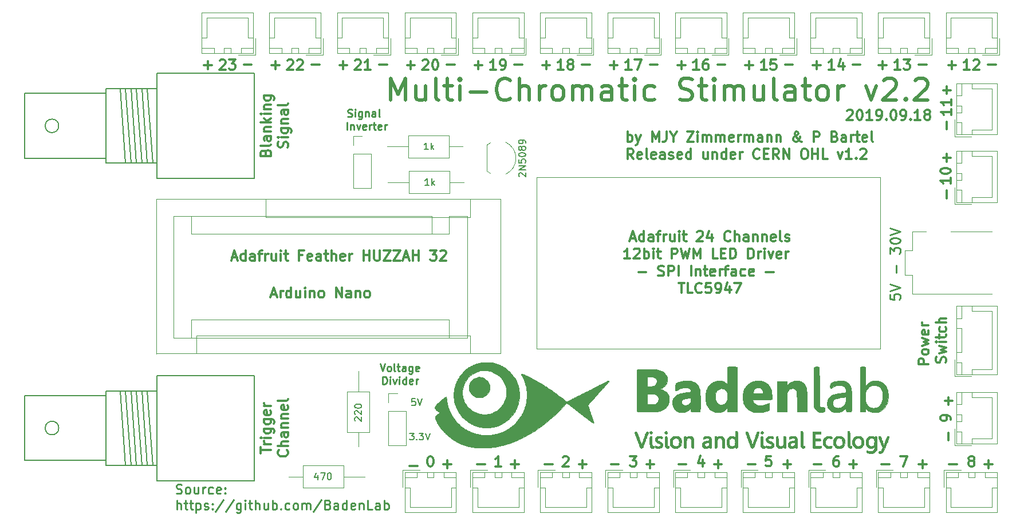
<source format=gbr>
G04 #@! TF.GenerationSoftware,KiCad,Pcbnew,(5.0.0)*
G04 #@! TF.CreationDate,2019-09-18T20:31:11+01:00*
G04 #@! TF.ProjectId,Multi Chromatic Stimulator,4D756C7469204368726F6D6174696320,rev?*
G04 #@! TF.SameCoordinates,Original*
G04 #@! TF.FileFunction,Legend,Top*
G04 #@! TF.FilePolarity,Positive*
%FSLAX46Y46*%
G04 Gerber Fmt 4.6, Leading zero omitted, Abs format (unit mm)*
G04 Created by KiCad (PCBNEW (5.0.0)) date 09/18/19 20:31:11*
%MOMM*%
%LPD*%
G01*
G04 APERTURE LIST*
%ADD10C,0.250000*%
%ADD11C,0.300000*%
%ADD12C,0.500000*%
%ADD13C,0.120000*%
%ADD14C,0.010000*%
%ADD15C,0.050000*%
%ADD16C,0.150000*%
G04 APERTURE END LIST*
D10*
X93316666Y-97497619D02*
X93683333Y-98597619D01*
X94050000Y-97497619D01*
X94573809Y-98597619D02*
X94469047Y-98545238D01*
X94416666Y-98492857D01*
X94364285Y-98388095D01*
X94364285Y-98073809D01*
X94416666Y-97969047D01*
X94469047Y-97916666D01*
X94573809Y-97864285D01*
X94730952Y-97864285D01*
X94835714Y-97916666D01*
X94888095Y-97969047D01*
X94940476Y-98073809D01*
X94940476Y-98388095D01*
X94888095Y-98492857D01*
X94835714Y-98545238D01*
X94730952Y-98597619D01*
X94573809Y-98597619D01*
X95569047Y-98597619D02*
X95464285Y-98545238D01*
X95411904Y-98440476D01*
X95411904Y-97497619D01*
X95830952Y-97864285D02*
X96250000Y-97864285D01*
X95988095Y-97497619D02*
X95988095Y-98440476D01*
X96040476Y-98545238D01*
X96145238Y-98597619D01*
X96250000Y-98597619D01*
X97088095Y-98597619D02*
X97088095Y-98021428D01*
X97035714Y-97916666D01*
X96930952Y-97864285D01*
X96721428Y-97864285D01*
X96616666Y-97916666D01*
X97088095Y-98545238D02*
X96983333Y-98597619D01*
X96721428Y-98597619D01*
X96616666Y-98545238D01*
X96564285Y-98440476D01*
X96564285Y-98335714D01*
X96616666Y-98230952D01*
X96721428Y-98178571D01*
X96983333Y-98178571D01*
X97088095Y-98126190D01*
X98083333Y-97864285D02*
X98083333Y-98754761D01*
X98030952Y-98859523D01*
X97978571Y-98911904D01*
X97873809Y-98964285D01*
X97716666Y-98964285D01*
X97611904Y-98911904D01*
X98083333Y-98545238D02*
X97978571Y-98597619D01*
X97769047Y-98597619D01*
X97664285Y-98545238D01*
X97611904Y-98492857D01*
X97559523Y-98388095D01*
X97559523Y-98073809D01*
X97611904Y-97969047D01*
X97664285Y-97916666D01*
X97769047Y-97864285D01*
X97978571Y-97864285D01*
X98083333Y-97916666D01*
X99026190Y-98545238D02*
X98921428Y-98597619D01*
X98711904Y-98597619D01*
X98607142Y-98545238D01*
X98554761Y-98440476D01*
X98554761Y-98021428D01*
X98607142Y-97916666D01*
X98711904Y-97864285D01*
X98921428Y-97864285D01*
X99026190Y-97916666D01*
X99078571Y-98021428D01*
X99078571Y-98126190D01*
X98554761Y-98230952D01*
X93709523Y-100497619D02*
X93709523Y-99397619D01*
X93971428Y-99397619D01*
X94128571Y-99450000D01*
X94233333Y-99554761D01*
X94285714Y-99659523D01*
X94338095Y-99869047D01*
X94338095Y-100026190D01*
X94285714Y-100235714D01*
X94233333Y-100340476D01*
X94128571Y-100445238D01*
X93971428Y-100497619D01*
X93709523Y-100497619D01*
X94809523Y-100497619D02*
X94809523Y-99764285D01*
X94809523Y-99397619D02*
X94757142Y-99450000D01*
X94809523Y-99502380D01*
X94861904Y-99450000D01*
X94809523Y-99397619D01*
X94809523Y-99502380D01*
X95228571Y-99764285D02*
X95490476Y-100497619D01*
X95752380Y-99764285D01*
X96171428Y-100497619D02*
X96171428Y-99764285D01*
X96171428Y-99397619D02*
X96119047Y-99450000D01*
X96171428Y-99502380D01*
X96223809Y-99450000D01*
X96171428Y-99397619D01*
X96171428Y-99502380D01*
X97166666Y-100497619D02*
X97166666Y-99397619D01*
X97166666Y-100445238D02*
X97061904Y-100497619D01*
X96852380Y-100497619D01*
X96747619Y-100445238D01*
X96695238Y-100392857D01*
X96642857Y-100288095D01*
X96642857Y-99973809D01*
X96695238Y-99869047D01*
X96747619Y-99816666D01*
X96852380Y-99764285D01*
X97061904Y-99764285D01*
X97166666Y-99816666D01*
X98109523Y-100445238D02*
X98004761Y-100497619D01*
X97795238Y-100497619D01*
X97690476Y-100445238D01*
X97638095Y-100340476D01*
X97638095Y-99921428D01*
X97690476Y-99816666D01*
X97795238Y-99764285D01*
X98004761Y-99764285D01*
X98109523Y-99816666D01*
X98161904Y-99921428D01*
X98161904Y-100026190D01*
X97638095Y-100130952D01*
X98633333Y-100497619D02*
X98633333Y-99764285D01*
X98633333Y-99973809D02*
X98685714Y-99869047D01*
X98738095Y-99816666D01*
X98842857Y-99764285D01*
X98947619Y-99764285D01*
X88523809Y-60845238D02*
X88680952Y-60897619D01*
X88942857Y-60897619D01*
X89047619Y-60845238D01*
X89100000Y-60792857D01*
X89152380Y-60688095D01*
X89152380Y-60583333D01*
X89100000Y-60478571D01*
X89047619Y-60426190D01*
X88942857Y-60373809D01*
X88733333Y-60321428D01*
X88628571Y-60269047D01*
X88576190Y-60216666D01*
X88523809Y-60111904D01*
X88523809Y-60007142D01*
X88576190Y-59902380D01*
X88628571Y-59850000D01*
X88733333Y-59797619D01*
X88995238Y-59797619D01*
X89152380Y-59850000D01*
X89623809Y-60897619D02*
X89623809Y-60164285D01*
X89623809Y-59797619D02*
X89571428Y-59850000D01*
X89623809Y-59902380D01*
X89676190Y-59850000D01*
X89623809Y-59797619D01*
X89623809Y-59902380D01*
X90619047Y-60164285D02*
X90619047Y-61054761D01*
X90566666Y-61159523D01*
X90514285Y-61211904D01*
X90409523Y-61264285D01*
X90252380Y-61264285D01*
X90147619Y-61211904D01*
X90619047Y-60845238D02*
X90514285Y-60897619D01*
X90304761Y-60897619D01*
X90200000Y-60845238D01*
X90147619Y-60792857D01*
X90095238Y-60688095D01*
X90095238Y-60373809D01*
X90147619Y-60269047D01*
X90200000Y-60216666D01*
X90304761Y-60164285D01*
X90514285Y-60164285D01*
X90619047Y-60216666D01*
X91142857Y-60164285D02*
X91142857Y-60897619D01*
X91142857Y-60269047D02*
X91195238Y-60216666D01*
X91300000Y-60164285D01*
X91457142Y-60164285D01*
X91561904Y-60216666D01*
X91614285Y-60321428D01*
X91614285Y-60897619D01*
X92609523Y-60897619D02*
X92609523Y-60321428D01*
X92557142Y-60216666D01*
X92452380Y-60164285D01*
X92242857Y-60164285D01*
X92138095Y-60216666D01*
X92609523Y-60845238D02*
X92504761Y-60897619D01*
X92242857Y-60897619D01*
X92138095Y-60845238D01*
X92085714Y-60740476D01*
X92085714Y-60635714D01*
X92138095Y-60530952D01*
X92242857Y-60478571D01*
X92504761Y-60478571D01*
X92609523Y-60426190D01*
X93290476Y-60897619D02*
X93185714Y-60845238D01*
X93133333Y-60740476D01*
X93133333Y-59797619D01*
X88445238Y-62797619D02*
X88445238Y-61697619D01*
X88969047Y-62064285D02*
X88969047Y-62797619D01*
X88969047Y-62169047D02*
X89021428Y-62116666D01*
X89126190Y-62064285D01*
X89283333Y-62064285D01*
X89388095Y-62116666D01*
X89440476Y-62221428D01*
X89440476Y-62797619D01*
X89859523Y-62064285D02*
X90121428Y-62797619D01*
X90383333Y-62064285D01*
X91221428Y-62745238D02*
X91116666Y-62797619D01*
X90907142Y-62797619D01*
X90802380Y-62745238D01*
X90750000Y-62640476D01*
X90750000Y-62221428D01*
X90802380Y-62116666D01*
X90907142Y-62064285D01*
X91116666Y-62064285D01*
X91221428Y-62116666D01*
X91273809Y-62221428D01*
X91273809Y-62326190D01*
X90750000Y-62430952D01*
X91745238Y-62797619D02*
X91745238Y-62064285D01*
X91745238Y-62273809D02*
X91797619Y-62169047D01*
X91850000Y-62116666D01*
X91954761Y-62064285D01*
X92059523Y-62064285D01*
X92269047Y-62064285D02*
X92688095Y-62064285D01*
X92426190Y-61697619D02*
X92426190Y-62640476D01*
X92478571Y-62745238D01*
X92583333Y-62797619D01*
X92688095Y-62797619D01*
X93473809Y-62745238D02*
X93369047Y-62797619D01*
X93159523Y-62797619D01*
X93054761Y-62745238D01*
X93002380Y-62640476D01*
X93002380Y-62221428D01*
X93054761Y-62116666D01*
X93159523Y-62064285D01*
X93369047Y-62064285D01*
X93473809Y-62116666D01*
X93526190Y-62221428D01*
X93526190Y-62326190D01*
X93002380Y-62430952D01*
X93997619Y-62797619D02*
X93997619Y-62064285D01*
X93997619Y-62273809D02*
X94050000Y-62169047D01*
X94102380Y-62116666D01*
X94207142Y-62064285D01*
X94311904Y-62064285D01*
D11*
X74321428Y-53142857D02*
X73178571Y-53142857D01*
X69607142Y-52571428D02*
X69678571Y-52500000D01*
X69821428Y-52428571D01*
X70178571Y-52428571D01*
X70321428Y-52500000D01*
X70392857Y-52571428D01*
X70464285Y-52714285D01*
X70464285Y-52857142D01*
X70392857Y-53071428D01*
X69535714Y-53928571D01*
X70464285Y-53928571D01*
X70964285Y-52428571D02*
X71892857Y-52428571D01*
X71392857Y-53000000D01*
X71607142Y-53000000D01*
X71750000Y-53071428D01*
X71821428Y-53142857D01*
X71892857Y-53285714D01*
X71892857Y-53642857D01*
X71821428Y-53785714D01*
X71750000Y-53857142D01*
X71607142Y-53928571D01*
X71178571Y-53928571D01*
X71035714Y-53857142D01*
X70964285Y-53785714D01*
X67857142Y-53821428D02*
X67857142Y-52678571D01*
X68428571Y-53250000D02*
X67285714Y-53250000D01*
X84321428Y-53142857D02*
X83178571Y-53142857D01*
X79607142Y-52571428D02*
X79678571Y-52500000D01*
X79821428Y-52428571D01*
X80178571Y-52428571D01*
X80321428Y-52500000D01*
X80392857Y-52571428D01*
X80464285Y-52714285D01*
X80464285Y-52857142D01*
X80392857Y-53071428D01*
X79535714Y-53928571D01*
X80464285Y-53928571D01*
X81035714Y-52571428D02*
X81107142Y-52500000D01*
X81250000Y-52428571D01*
X81607142Y-52428571D01*
X81750000Y-52500000D01*
X81821428Y-52571428D01*
X81892857Y-52714285D01*
X81892857Y-52857142D01*
X81821428Y-53071428D01*
X80964285Y-53928571D01*
X81892857Y-53928571D01*
X77857142Y-53821428D02*
X77857142Y-52678571D01*
X78428571Y-53250000D02*
X77285714Y-53250000D01*
X94321428Y-53142857D02*
X93178571Y-53142857D01*
X89607142Y-52571428D02*
X89678571Y-52500000D01*
X89821428Y-52428571D01*
X90178571Y-52428571D01*
X90321428Y-52500000D01*
X90392857Y-52571428D01*
X90464285Y-52714285D01*
X90464285Y-52857142D01*
X90392857Y-53071428D01*
X89535714Y-53928571D01*
X90464285Y-53928571D01*
X91892857Y-53928571D02*
X91035714Y-53928571D01*
X91464285Y-53928571D02*
X91464285Y-52428571D01*
X91321428Y-52642857D01*
X91178571Y-52785714D01*
X91035714Y-52857142D01*
X87857142Y-53821428D02*
X87857142Y-52678571D01*
X88428571Y-53250000D02*
X87285714Y-53250000D01*
X104321428Y-53142857D02*
X103178571Y-53142857D01*
X99607142Y-52571428D02*
X99678571Y-52500000D01*
X99821428Y-52428571D01*
X100178571Y-52428571D01*
X100321428Y-52500000D01*
X100392857Y-52571428D01*
X100464285Y-52714285D01*
X100464285Y-52857142D01*
X100392857Y-53071428D01*
X99535714Y-53928571D01*
X100464285Y-53928571D01*
X101392857Y-52428571D02*
X101535714Y-52428571D01*
X101678571Y-52500000D01*
X101750000Y-52571428D01*
X101821428Y-52714285D01*
X101892857Y-53000000D01*
X101892857Y-53357142D01*
X101821428Y-53642857D01*
X101750000Y-53785714D01*
X101678571Y-53857142D01*
X101535714Y-53928571D01*
X101392857Y-53928571D01*
X101250000Y-53857142D01*
X101178571Y-53785714D01*
X101107142Y-53642857D01*
X101035714Y-53357142D01*
X101035714Y-53000000D01*
X101107142Y-52714285D01*
X101178571Y-52571428D01*
X101250000Y-52500000D01*
X101392857Y-52428571D01*
X97857142Y-53821428D02*
X97857142Y-52678571D01*
X98428571Y-53250000D02*
X97285714Y-53250000D01*
X114321428Y-53142857D02*
X113178571Y-53142857D01*
X110464285Y-53928571D02*
X109607142Y-53928571D01*
X110035714Y-53928571D02*
X110035714Y-52428571D01*
X109892857Y-52642857D01*
X109750000Y-52785714D01*
X109607142Y-52857142D01*
X111178571Y-53928571D02*
X111464285Y-53928571D01*
X111607142Y-53857142D01*
X111678571Y-53785714D01*
X111821428Y-53571428D01*
X111892857Y-53285714D01*
X111892857Y-52714285D01*
X111821428Y-52571428D01*
X111750000Y-52500000D01*
X111607142Y-52428571D01*
X111321428Y-52428571D01*
X111178571Y-52500000D01*
X111107142Y-52571428D01*
X111035714Y-52714285D01*
X111035714Y-53071428D01*
X111107142Y-53214285D01*
X111178571Y-53285714D01*
X111321428Y-53357142D01*
X111607142Y-53357142D01*
X111750000Y-53285714D01*
X111821428Y-53214285D01*
X111892857Y-53071428D01*
X107857142Y-53821428D02*
X107857142Y-52678571D01*
X108428571Y-53250000D02*
X107285714Y-53250000D01*
X124321428Y-53142857D02*
X123178571Y-53142857D01*
X120464285Y-53928571D02*
X119607142Y-53928571D01*
X120035714Y-53928571D02*
X120035714Y-52428571D01*
X119892857Y-52642857D01*
X119750000Y-52785714D01*
X119607142Y-52857142D01*
X121321428Y-53071428D02*
X121178571Y-53000000D01*
X121107142Y-52928571D01*
X121035714Y-52785714D01*
X121035714Y-52714285D01*
X121107142Y-52571428D01*
X121178571Y-52500000D01*
X121321428Y-52428571D01*
X121607142Y-52428571D01*
X121750000Y-52500000D01*
X121821428Y-52571428D01*
X121892857Y-52714285D01*
X121892857Y-52785714D01*
X121821428Y-52928571D01*
X121750000Y-53000000D01*
X121607142Y-53071428D01*
X121321428Y-53071428D01*
X121178571Y-53142857D01*
X121107142Y-53214285D01*
X121035714Y-53357142D01*
X121035714Y-53642857D01*
X121107142Y-53785714D01*
X121178571Y-53857142D01*
X121321428Y-53928571D01*
X121607142Y-53928571D01*
X121750000Y-53857142D01*
X121821428Y-53785714D01*
X121892857Y-53642857D01*
X121892857Y-53357142D01*
X121821428Y-53214285D01*
X121750000Y-53142857D01*
X121607142Y-53071428D01*
X117857142Y-53821428D02*
X117857142Y-52678571D01*
X118428571Y-53250000D02*
X117285714Y-53250000D01*
X134321428Y-53142857D02*
X133178571Y-53142857D01*
X130464285Y-53928571D02*
X129607142Y-53928571D01*
X130035714Y-53928571D02*
X130035714Y-52428571D01*
X129892857Y-52642857D01*
X129750000Y-52785714D01*
X129607142Y-52857142D01*
X130964285Y-52428571D02*
X131964285Y-52428571D01*
X131321428Y-53928571D01*
X127857142Y-53821428D02*
X127857142Y-52678571D01*
X128428571Y-53250000D02*
X127285714Y-53250000D01*
X144321428Y-53142857D02*
X143178571Y-53142857D01*
X140464285Y-53928571D02*
X139607142Y-53928571D01*
X140035714Y-53928571D02*
X140035714Y-52428571D01*
X139892857Y-52642857D01*
X139750000Y-52785714D01*
X139607142Y-52857142D01*
X141750000Y-52428571D02*
X141464285Y-52428571D01*
X141321428Y-52500000D01*
X141250000Y-52571428D01*
X141107142Y-52785714D01*
X141035714Y-53071428D01*
X141035714Y-53642857D01*
X141107142Y-53785714D01*
X141178571Y-53857142D01*
X141321428Y-53928571D01*
X141607142Y-53928571D01*
X141750000Y-53857142D01*
X141821428Y-53785714D01*
X141892857Y-53642857D01*
X141892857Y-53285714D01*
X141821428Y-53142857D01*
X141750000Y-53071428D01*
X141607142Y-53000000D01*
X141321428Y-53000000D01*
X141178571Y-53071428D01*
X141107142Y-53142857D01*
X141035714Y-53285714D01*
X137857142Y-53821428D02*
X137857142Y-52678571D01*
X138428571Y-53250000D02*
X137285714Y-53250000D01*
X154321428Y-53142857D02*
X153178571Y-53142857D01*
X150464285Y-53928571D02*
X149607142Y-53928571D01*
X150035714Y-53928571D02*
X150035714Y-52428571D01*
X149892857Y-52642857D01*
X149750000Y-52785714D01*
X149607142Y-52857142D01*
X151821428Y-52428571D02*
X151107142Y-52428571D01*
X151035714Y-53142857D01*
X151107142Y-53071428D01*
X151250000Y-53000000D01*
X151607142Y-53000000D01*
X151750000Y-53071428D01*
X151821428Y-53142857D01*
X151892857Y-53285714D01*
X151892857Y-53642857D01*
X151821428Y-53785714D01*
X151750000Y-53857142D01*
X151607142Y-53928571D01*
X151250000Y-53928571D01*
X151107142Y-53857142D01*
X151035714Y-53785714D01*
X147857142Y-53821428D02*
X147857142Y-52678571D01*
X148428571Y-53250000D02*
X147285714Y-53250000D01*
X164321428Y-53142857D02*
X163178571Y-53142857D01*
X160464285Y-53928571D02*
X159607142Y-53928571D01*
X160035714Y-53928571D02*
X160035714Y-52428571D01*
X159892857Y-52642857D01*
X159750000Y-52785714D01*
X159607142Y-52857142D01*
X161750000Y-52928571D02*
X161750000Y-53928571D01*
X161392857Y-52357142D02*
X161035714Y-53428571D01*
X161964285Y-53428571D01*
X157857142Y-53821428D02*
X157857142Y-52678571D01*
X158428571Y-53250000D02*
X157285714Y-53250000D01*
X174071428Y-53142857D02*
X172928571Y-53142857D01*
X170214285Y-53928571D02*
X169357142Y-53928571D01*
X169785714Y-53928571D02*
X169785714Y-52428571D01*
X169642857Y-52642857D01*
X169500000Y-52785714D01*
X169357142Y-52857142D01*
X170714285Y-52428571D02*
X171642857Y-52428571D01*
X171142857Y-53000000D01*
X171357142Y-53000000D01*
X171500000Y-53071428D01*
X171571428Y-53142857D01*
X171642857Y-53285714D01*
X171642857Y-53642857D01*
X171571428Y-53785714D01*
X171500000Y-53857142D01*
X171357142Y-53928571D01*
X170928571Y-53928571D01*
X170785714Y-53857142D01*
X170714285Y-53785714D01*
X167607142Y-53821428D02*
X167607142Y-52678571D01*
X168178571Y-53250000D02*
X167035714Y-53250000D01*
X184321428Y-53142857D02*
X183178571Y-53142857D01*
X180464285Y-53928571D02*
X179607142Y-53928571D01*
X180035714Y-53928571D02*
X180035714Y-52428571D01*
X179892857Y-52642857D01*
X179750000Y-52785714D01*
X179607142Y-52857142D01*
X181035714Y-52571428D02*
X181107142Y-52500000D01*
X181250000Y-52428571D01*
X181607142Y-52428571D01*
X181750000Y-52500000D01*
X181821428Y-52571428D01*
X181892857Y-52714285D01*
X181892857Y-52857142D01*
X181821428Y-53071428D01*
X180964285Y-53928571D01*
X181892857Y-53928571D01*
X177857142Y-53821428D02*
X177857142Y-52678571D01*
X178428571Y-53250000D02*
X177285714Y-53250000D01*
X177728627Y-59745811D02*
X177728627Y-60602954D01*
X177728627Y-60174382D02*
X176228627Y-60174382D01*
X176442913Y-60317239D01*
X176585770Y-60460097D01*
X176657198Y-60602954D01*
X177728627Y-58317239D02*
X177728627Y-59174382D01*
X177728627Y-58745811D02*
X176228627Y-58745811D01*
X176442913Y-58888668D01*
X176585770Y-59031525D01*
X176657198Y-59174382D01*
X177107142Y-62781525D02*
X177107142Y-61638668D01*
X177107142Y-57531525D02*
X177107142Y-56388668D01*
X177678571Y-56960097D02*
X176535714Y-56960097D01*
X177107142Y-67571428D02*
X177107142Y-66428571D01*
X177678571Y-67000000D02*
X176535714Y-67000000D01*
X177638669Y-69923116D02*
X177638669Y-70780259D01*
X177638669Y-70351687D02*
X176138669Y-70351687D01*
X176352955Y-70494544D01*
X176495812Y-70637402D01*
X176567240Y-70780259D01*
X176138669Y-68994544D02*
X176138669Y-68851687D01*
X176210098Y-68708830D01*
X176281526Y-68637402D01*
X176424383Y-68565973D01*
X176710098Y-68494544D01*
X177067240Y-68494544D01*
X177352955Y-68565973D01*
X177495812Y-68637402D01*
X177567240Y-68708830D01*
X177638669Y-68851687D01*
X177638669Y-68994544D01*
X177567240Y-69137402D01*
X177495812Y-69208830D01*
X177352955Y-69280259D01*
X177067240Y-69351687D01*
X176710098Y-69351687D01*
X176424383Y-69280259D01*
X176281526Y-69208830D01*
X176210098Y-69137402D01*
X176138669Y-68994544D01*
X177107142Y-72958830D02*
X177107142Y-71815973D01*
X177678571Y-105785714D02*
X177678571Y-105500000D01*
X177607142Y-105357142D01*
X177535714Y-105285714D01*
X177321428Y-105142857D01*
X177035714Y-105071428D01*
X176464285Y-105071428D01*
X176321428Y-105142857D01*
X176250000Y-105214285D01*
X176178571Y-105357142D01*
X176178571Y-105642857D01*
X176250000Y-105785714D01*
X176321428Y-105857142D01*
X176464285Y-105928571D01*
X176821428Y-105928571D01*
X176964285Y-105857142D01*
X177035714Y-105785714D01*
X177107142Y-105642857D01*
X177107142Y-105357142D01*
X177035714Y-105214285D01*
X176964285Y-105142857D01*
X176821428Y-105071428D01*
X177357142Y-108821428D02*
X177357142Y-107678571D01*
X177357142Y-103571428D02*
X177357142Y-102428571D01*
X177928571Y-103000000D02*
X176785714Y-103000000D01*
D12*
X94880952Y-58470238D02*
X94880952Y-55220238D01*
X95964285Y-57541666D01*
X97047619Y-55220238D01*
X97047619Y-58470238D01*
X99988095Y-56303571D02*
X99988095Y-58470238D01*
X98595238Y-56303571D02*
X98595238Y-58005952D01*
X98750000Y-58315476D01*
X99059523Y-58470238D01*
X99523809Y-58470238D01*
X99833333Y-58315476D01*
X99988095Y-58160714D01*
X102000000Y-58470238D02*
X101690476Y-58315476D01*
X101535714Y-58005952D01*
X101535714Y-55220238D01*
X102773809Y-56303571D02*
X104011904Y-56303571D01*
X103238095Y-55220238D02*
X103238095Y-58005952D01*
X103392857Y-58315476D01*
X103702380Y-58470238D01*
X104011904Y-58470238D01*
X105095238Y-58470238D02*
X105095238Y-56303571D01*
X105095238Y-55220238D02*
X104940476Y-55375000D01*
X105095238Y-55529761D01*
X105250000Y-55375000D01*
X105095238Y-55220238D01*
X105095238Y-55529761D01*
X106642857Y-57232142D02*
X109119047Y-57232142D01*
X112523809Y-58160714D02*
X112369047Y-58315476D01*
X111904761Y-58470238D01*
X111595238Y-58470238D01*
X111130952Y-58315476D01*
X110821428Y-58005952D01*
X110666666Y-57696428D01*
X110511904Y-57077380D01*
X110511904Y-56613095D01*
X110666666Y-55994047D01*
X110821428Y-55684523D01*
X111130952Y-55375000D01*
X111595238Y-55220238D01*
X111904761Y-55220238D01*
X112369047Y-55375000D01*
X112523809Y-55529761D01*
X113916666Y-58470238D02*
X113916666Y-55220238D01*
X115309523Y-58470238D02*
X115309523Y-56767857D01*
X115154761Y-56458333D01*
X114845238Y-56303571D01*
X114380952Y-56303571D01*
X114071428Y-56458333D01*
X113916666Y-56613095D01*
X116857142Y-58470238D02*
X116857142Y-56303571D01*
X116857142Y-56922619D02*
X117011904Y-56613095D01*
X117166666Y-56458333D01*
X117476190Y-56303571D01*
X117785714Y-56303571D01*
X119333333Y-58470238D02*
X119023809Y-58315476D01*
X118869047Y-58160714D01*
X118714285Y-57851190D01*
X118714285Y-56922619D01*
X118869047Y-56613095D01*
X119023809Y-56458333D01*
X119333333Y-56303571D01*
X119797619Y-56303571D01*
X120107142Y-56458333D01*
X120261904Y-56613095D01*
X120416666Y-56922619D01*
X120416666Y-57851190D01*
X120261904Y-58160714D01*
X120107142Y-58315476D01*
X119797619Y-58470238D01*
X119333333Y-58470238D01*
X121809523Y-58470238D02*
X121809523Y-56303571D01*
X121809523Y-56613095D02*
X121964285Y-56458333D01*
X122273809Y-56303571D01*
X122738095Y-56303571D01*
X123047619Y-56458333D01*
X123202380Y-56767857D01*
X123202380Y-58470238D01*
X123202380Y-56767857D02*
X123357142Y-56458333D01*
X123666666Y-56303571D01*
X124130952Y-56303571D01*
X124440476Y-56458333D01*
X124595238Y-56767857D01*
X124595238Y-58470238D01*
X127535714Y-58470238D02*
X127535714Y-56767857D01*
X127380952Y-56458333D01*
X127071428Y-56303571D01*
X126452380Y-56303571D01*
X126142857Y-56458333D01*
X127535714Y-58315476D02*
X127226190Y-58470238D01*
X126452380Y-58470238D01*
X126142857Y-58315476D01*
X125988095Y-58005952D01*
X125988095Y-57696428D01*
X126142857Y-57386904D01*
X126452380Y-57232142D01*
X127226190Y-57232142D01*
X127535714Y-57077380D01*
X128619047Y-56303571D02*
X129857142Y-56303571D01*
X129083333Y-55220238D02*
X129083333Y-58005952D01*
X129238095Y-58315476D01*
X129547619Y-58470238D01*
X129857142Y-58470238D01*
X130940476Y-58470238D02*
X130940476Y-56303571D01*
X130940476Y-55220238D02*
X130785714Y-55375000D01*
X130940476Y-55529761D01*
X131095238Y-55375000D01*
X130940476Y-55220238D01*
X130940476Y-55529761D01*
X133880952Y-58315476D02*
X133571428Y-58470238D01*
X132952380Y-58470238D01*
X132642857Y-58315476D01*
X132488095Y-58160714D01*
X132333333Y-57851190D01*
X132333333Y-56922619D01*
X132488095Y-56613095D01*
X132642857Y-56458333D01*
X132952380Y-56303571D01*
X133571428Y-56303571D01*
X133880952Y-56458333D01*
X137595238Y-58315476D02*
X138059523Y-58470238D01*
X138833333Y-58470238D01*
X139142857Y-58315476D01*
X139297619Y-58160714D01*
X139452380Y-57851190D01*
X139452380Y-57541666D01*
X139297619Y-57232142D01*
X139142857Y-57077380D01*
X138833333Y-56922619D01*
X138214285Y-56767857D01*
X137904761Y-56613095D01*
X137750000Y-56458333D01*
X137595238Y-56148809D01*
X137595238Y-55839285D01*
X137750000Y-55529761D01*
X137904761Y-55375000D01*
X138214285Y-55220238D01*
X138988095Y-55220238D01*
X139452380Y-55375000D01*
X140380952Y-56303571D02*
X141619047Y-56303571D01*
X140845238Y-55220238D02*
X140845238Y-58005952D01*
X141000000Y-58315476D01*
X141309523Y-58470238D01*
X141619047Y-58470238D01*
X142702380Y-58470238D02*
X142702380Y-56303571D01*
X142702380Y-55220238D02*
X142547619Y-55375000D01*
X142702380Y-55529761D01*
X142857142Y-55375000D01*
X142702380Y-55220238D01*
X142702380Y-55529761D01*
X144250000Y-58470238D02*
X144250000Y-56303571D01*
X144250000Y-56613095D02*
X144404761Y-56458333D01*
X144714285Y-56303571D01*
X145178571Y-56303571D01*
X145488095Y-56458333D01*
X145642857Y-56767857D01*
X145642857Y-58470238D01*
X145642857Y-56767857D02*
X145797619Y-56458333D01*
X146107142Y-56303571D01*
X146571428Y-56303571D01*
X146880952Y-56458333D01*
X147035714Y-56767857D01*
X147035714Y-58470238D01*
X149976190Y-56303571D02*
X149976190Y-58470238D01*
X148583333Y-56303571D02*
X148583333Y-58005952D01*
X148738095Y-58315476D01*
X149047619Y-58470238D01*
X149511904Y-58470238D01*
X149821428Y-58315476D01*
X149976190Y-58160714D01*
X151988095Y-58470238D02*
X151678571Y-58315476D01*
X151523809Y-58005952D01*
X151523809Y-55220238D01*
X154619047Y-58470238D02*
X154619047Y-56767857D01*
X154464285Y-56458333D01*
X154154761Y-56303571D01*
X153535714Y-56303571D01*
X153226190Y-56458333D01*
X154619047Y-58315476D02*
X154309523Y-58470238D01*
X153535714Y-58470238D01*
X153226190Y-58315476D01*
X153071428Y-58005952D01*
X153071428Y-57696428D01*
X153226190Y-57386904D01*
X153535714Y-57232142D01*
X154309523Y-57232142D01*
X154619047Y-57077380D01*
X155702380Y-56303571D02*
X156940476Y-56303571D01*
X156166666Y-55220238D02*
X156166666Y-58005952D01*
X156321428Y-58315476D01*
X156630952Y-58470238D01*
X156940476Y-58470238D01*
X158488095Y-58470238D02*
X158178571Y-58315476D01*
X158023809Y-58160714D01*
X157869047Y-57851190D01*
X157869047Y-56922619D01*
X158023809Y-56613095D01*
X158178571Y-56458333D01*
X158488095Y-56303571D01*
X158952380Y-56303571D01*
X159261904Y-56458333D01*
X159416666Y-56613095D01*
X159571428Y-56922619D01*
X159571428Y-57851190D01*
X159416666Y-58160714D01*
X159261904Y-58315476D01*
X158952380Y-58470238D01*
X158488095Y-58470238D01*
X160964285Y-58470238D02*
X160964285Y-56303571D01*
X160964285Y-56922619D02*
X161119047Y-56613095D01*
X161273809Y-56458333D01*
X161583333Y-56303571D01*
X161892857Y-56303571D01*
X165142857Y-56303571D02*
X165916666Y-58470238D01*
X166690476Y-56303571D01*
X167773809Y-55529761D02*
X167928571Y-55375000D01*
X168238095Y-55220238D01*
X169011904Y-55220238D01*
X169321428Y-55375000D01*
X169476190Y-55529761D01*
X169630952Y-55839285D01*
X169630952Y-56148809D01*
X169476190Y-56613095D01*
X167619047Y-58470238D01*
X169630952Y-58470238D01*
X171023809Y-58160714D02*
X171178571Y-58315476D01*
X171023809Y-58470238D01*
X170869047Y-58315476D01*
X171023809Y-58160714D01*
X171023809Y-58470238D01*
X172416666Y-55529761D02*
X172571428Y-55375000D01*
X172880952Y-55220238D01*
X173654761Y-55220238D01*
X173964285Y-55375000D01*
X174119047Y-55529761D01*
X174273809Y-55839285D01*
X174273809Y-56148809D01*
X174119047Y-56613095D01*
X172261904Y-58470238D01*
X174273809Y-58470238D01*
D11*
X174403571Y-97535714D02*
X172903571Y-97535714D01*
X172903571Y-96964285D01*
X172975000Y-96821428D01*
X173046428Y-96750000D01*
X173189285Y-96678571D01*
X173403571Y-96678571D01*
X173546428Y-96750000D01*
X173617857Y-96821428D01*
X173689285Y-96964285D01*
X173689285Y-97535714D01*
X174403571Y-95821428D02*
X174332142Y-95964285D01*
X174260714Y-96035714D01*
X174117857Y-96107142D01*
X173689285Y-96107142D01*
X173546428Y-96035714D01*
X173475000Y-95964285D01*
X173403571Y-95821428D01*
X173403571Y-95607142D01*
X173475000Y-95464285D01*
X173546428Y-95392857D01*
X173689285Y-95321428D01*
X174117857Y-95321428D01*
X174260714Y-95392857D01*
X174332142Y-95464285D01*
X174403571Y-95607142D01*
X174403571Y-95821428D01*
X173403571Y-94821428D02*
X174403571Y-94535714D01*
X173689285Y-94250000D01*
X174403571Y-93964285D01*
X173403571Y-93678571D01*
X174332142Y-92535714D02*
X174403571Y-92678571D01*
X174403571Y-92964285D01*
X174332142Y-93107142D01*
X174189285Y-93178571D01*
X173617857Y-93178571D01*
X173475000Y-93107142D01*
X173403571Y-92964285D01*
X173403571Y-92678571D01*
X173475000Y-92535714D01*
X173617857Y-92464285D01*
X173760714Y-92464285D01*
X173903571Y-93178571D01*
X174403571Y-91821428D02*
X173403571Y-91821428D01*
X173689285Y-91821428D02*
X173546428Y-91750000D01*
X173475000Y-91678571D01*
X173403571Y-91535714D01*
X173403571Y-91392857D01*
X176882142Y-97321428D02*
X176953571Y-97107142D01*
X176953571Y-96750000D01*
X176882142Y-96607142D01*
X176810714Y-96535714D01*
X176667857Y-96464285D01*
X176525000Y-96464285D01*
X176382142Y-96535714D01*
X176310714Y-96607142D01*
X176239285Y-96750000D01*
X176167857Y-97035714D01*
X176096428Y-97178571D01*
X176025000Y-97250000D01*
X175882142Y-97321428D01*
X175739285Y-97321428D01*
X175596428Y-97250000D01*
X175525000Y-97178571D01*
X175453571Y-97035714D01*
X175453571Y-96678571D01*
X175525000Y-96464285D01*
X175953571Y-95964285D02*
X176953571Y-95678571D01*
X176239285Y-95392857D01*
X176953571Y-95107142D01*
X175953571Y-94821428D01*
X176953571Y-94250000D02*
X175953571Y-94250000D01*
X175453571Y-94250000D02*
X175525000Y-94321428D01*
X175596428Y-94250000D01*
X175525000Y-94178571D01*
X175453571Y-94250000D01*
X175596428Y-94250000D01*
X175953571Y-93750000D02*
X175953571Y-93178571D01*
X175453571Y-93535714D02*
X176739285Y-93535714D01*
X176882142Y-93464285D01*
X176953571Y-93321428D01*
X176953571Y-93178571D01*
X176882142Y-92035714D02*
X176953571Y-92178571D01*
X176953571Y-92464285D01*
X176882142Y-92607142D01*
X176810714Y-92678571D01*
X176667857Y-92750000D01*
X176239285Y-92750000D01*
X176096428Y-92678571D01*
X176025000Y-92607142D01*
X175953571Y-92464285D01*
X175953571Y-92178571D01*
X176025000Y-92035714D01*
X176953571Y-91392857D02*
X175453571Y-91392857D01*
X176953571Y-90750000D02*
X176167857Y-90750000D01*
X176025000Y-90821428D01*
X175953571Y-90964285D01*
X175953571Y-91178571D01*
X176025000Y-91321428D01*
X176096428Y-91392857D01*
X76367857Y-66214285D02*
X76439285Y-66000000D01*
X76510714Y-65928571D01*
X76653571Y-65857142D01*
X76867857Y-65857142D01*
X77010714Y-65928571D01*
X77082142Y-66000000D01*
X77153571Y-66142857D01*
X77153571Y-66714285D01*
X75653571Y-66714285D01*
X75653571Y-66214285D01*
X75725000Y-66071428D01*
X75796428Y-66000000D01*
X75939285Y-65928571D01*
X76082142Y-65928571D01*
X76225000Y-66000000D01*
X76296428Y-66071428D01*
X76367857Y-66214285D01*
X76367857Y-66714285D01*
X77153571Y-65000000D02*
X77082142Y-65142857D01*
X76939285Y-65214285D01*
X75653571Y-65214285D01*
X77153571Y-63785714D02*
X76367857Y-63785714D01*
X76225000Y-63857142D01*
X76153571Y-64000000D01*
X76153571Y-64285714D01*
X76225000Y-64428571D01*
X77082142Y-63785714D02*
X77153571Y-63928571D01*
X77153571Y-64285714D01*
X77082142Y-64428571D01*
X76939285Y-64500000D01*
X76796428Y-64500000D01*
X76653571Y-64428571D01*
X76582142Y-64285714D01*
X76582142Y-63928571D01*
X76510714Y-63785714D01*
X76153571Y-63071428D02*
X77153571Y-63071428D01*
X76296428Y-63071428D02*
X76225000Y-63000000D01*
X76153571Y-62857142D01*
X76153571Y-62642857D01*
X76225000Y-62500000D01*
X76367857Y-62428571D01*
X77153571Y-62428571D01*
X77153571Y-61714285D02*
X75653571Y-61714285D01*
X76582142Y-61571428D02*
X77153571Y-61142857D01*
X76153571Y-61142857D02*
X76725000Y-61714285D01*
X77153571Y-60500000D02*
X76153571Y-60500000D01*
X75653571Y-60500000D02*
X75725000Y-60571428D01*
X75796428Y-60500000D01*
X75725000Y-60428571D01*
X75653571Y-60500000D01*
X75796428Y-60500000D01*
X76153571Y-59785714D02*
X77153571Y-59785714D01*
X76296428Y-59785714D02*
X76225000Y-59714285D01*
X76153571Y-59571428D01*
X76153571Y-59357142D01*
X76225000Y-59214285D01*
X76367857Y-59142857D01*
X77153571Y-59142857D01*
X76153571Y-57785714D02*
X77367857Y-57785714D01*
X77510714Y-57857142D01*
X77582142Y-57928571D01*
X77653571Y-58071428D01*
X77653571Y-58285714D01*
X77582142Y-58428571D01*
X77082142Y-57785714D02*
X77153571Y-57928571D01*
X77153571Y-58214285D01*
X77082142Y-58357142D01*
X77010714Y-58428571D01*
X76867857Y-58500000D01*
X76439285Y-58500000D01*
X76296428Y-58428571D01*
X76225000Y-58357142D01*
X76153571Y-58214285D01*
X76153571Y-57928571D01*
X76225000Y-57785714D01*
X79632142Y-65464285D02*
X79703571Y-65250000D01*
X79703571Y-64892857D01*
X79632142Y-64750000D01*
X79560714Y-64678571D01*
X79417857Y-64607142D01*
X79275000Y-64607142D01*
X79132142Y-64678571D01*
X79060714Y-64750000D01*
X78989285Y-64892857D01*
X78917857Y-65178571D01*
X78846428Y-65321428D01*
X78775000Y-65392857D01*
X78632142Y-65464285D01*
X78489285Y-65464285D01*
X78346428Y-65392857D01*
X78275000Y-65321428D01*
X78203571Y-65178571D01*
X78203571Y-64821428D01*
X78275000Y-64607142D01*
X79703571Y-63964285D02*
X78703571Y-63964285D01*
X78203571Y-63964285D02*
X78275000Y-64035714D01*
X78346428Y-63964285D01*
X78275000Y-63892857D01*
X78203571Y-63964285D01*
X78346428Y-63964285D01*
X78703571Y-62607142D02*
X79917857Y-62607142D01*
X80060714Y-62678571D01*
X80132142Y-62750000D01*
X80203571Y-62892857D01*
X80203571Y-63107142D01*
X80132142Y-63250000D01*
X79632142Y-62607142D02*
X79703571Y-62750000D01*
X79703571Y-63035714D01*
X79632142Y-63178571D01*
X79560714Y-63250000D01*
X79417857Y-63321428D01*
X78989285Y-63321428D01*
X78846428Y-63250000D01*
X78775000Y-63178571D01*
X78703571Y-63035714D01*
X78703571Y-62750000D01*
X78775000Y-62607142D01*
X78703571Y-61892857D02*
X79703571Y-61892857D01*
X78846428Y-61892857D02*
X78775000Y-61821428D01*
X78703571Y-61678571D01*
X78703571Y-61464285D01*
X78775000Y-61321428D01*
X78917857Y-61250000D01*
X79703571Y-61250000D01*
X79703571Y-59892857D02*
X78917857Y-59892857D01*
X78775000Y-59964285D01*
X78703571Y-60107142D01*
X78703571Y-60392857D01*
X78775000Y-60535714D01*
X79632142Y-59892857D02*
X79703571Y-60035714D01*
X79703571Y-60392857D01*
X79632142Y-60535714D01*
X79489285Y-60607142D01*
X79346428Y-60607142D01*
X79203571Y-60535714D01*
X79132142Y-60392857D01*
X79132142Y-60035714D01*
X79060714Y-59892857D01*
X79703571Y-58964285D02*
X79632142Y-59107142D01*
X79489285Y-59178571D01*
X78203571Y-59178571D01*
X75653571Y-110714285D02*
X75653571Y-109857142D01*
X77153571Y-110285714D02*
X75653571Y-110285714D01*
X77153571Y-109357142D02*
X76153571Y-109357142D01*
X76439285Y-109357142D02*
X76296428Y-109285714D01*
X76225000Y-109214285D01*
X76153571Y-109071428D01*
X76153571Y-108928571D01*
X77153571Y-108428571D02*
X76153571Y-108428571D01*
X75653571Y-108428571D02*
X75725000Y-108500000D01*
X75796428Y-108428571D01*
X75725000Y-108357142D01*
X75653571Y-108428571D01*
X75796428Y-108428571D01*
X76153571Y-107071428D02*
X77367857Y-107071428D01*
X77510714Y-107142857D01*
X77582142Y-107214285D01*
X77653571Y-107357142D01*
X77653571Y-107571428D01*
X77582142Y-107714285D01*
X77082142Y-107071428D02*
X77153571Y-107214285D01*
X77153571Y-107500000D01*
X77082142Y-107642857D01*
X77010714Y-107714285D01*
X76867857Y-107785714D01*
X76439285Y-107785714D01*
X76296428Y-107714285D01*
X76225000Y-107642857D01*
X76153571Y-107500000D01*
X76153571Y-107214285D01*
X76225000Y-107071428D01*
X76153571Y-105714285D02*
X77367857Y-105714285D01*
X77510714Y-105785714D01*
X77582142Y-105857142D01*
X77653571Y-106000000D01*
X77653571Y-106214285D01*
X77582142Y-106357142D01*
X77082142Y-105714285D02*
X77153571Y-105857142D01*
X77153571Y-106142857D01*
X77082142Y-106285714D01*
X77010714Y-106357142D01*
X76867857Y-106428571D01*
X76439285Y-106428571D01*
X76296428Y-106357142D01*
X76225000Y-106285714D01*
X76153571Y-106142857D01*
X76153571Y-105857142D01*
X76225000Y-105714285D01*
X77082142Y-104428571D02*
X77153571Y-104571428D01*
X77153571Y-104857142D01*
X77082142Y-105000000D01*
X76939285Y-105071428D01*
X76367857Y-105071428D01*
X76225000Y-105000000D01*
X76153571Y-104857142D01*
X76153571Y-104571428D01*
X76225000Y-104428571D01*
X76367857Y-104357142D01*
X76510714Y-104357142D01*
X76653571Y-105071428D01*
X77153571Y-103714285D02*
X76153571Y-103714285D01*
X76439285Y-103714285D02*
X76296428Y-103642857D01*
X76225000Y-103571428D01*
X76153571Y-103428571D01*
X76153571Y-103285714D01*
X79560714Y-110285714D02*
X79632142Y-110357142D01*
X79703571Y-110571428D01*
X79703571Y-110714285D01*
X79632142Y-110928571D01*
X79489285Y-111071428D01*
X79346428Y-111142857D01*
X79060714Y-111214285D01*
X78846428Y-111214285D01*
X78560714Y-111142857D01*
X78417857Y-111071428D01*
X78275000Y-110928571D01*
X78203571Y-110714285D01*
X78203571Y-110571428D01*
X78275000Y-110357142D01*
X78346428Y-110285714D01*
X79703571Y-109642857D02*
X78203571Y-109642857D01*
X79703571Y-109000000D02*
X78917857Y-109000000D01*
X78775000Y-109071428D01*
X78703571Y-109214285D01*
X78703571Y-109428571D01*
X78775000Y-109571428D01*
X78846428Y-109642857D01*
X79703571Y-107642857D02*
X78917857Y-107642857D01*
X78775000Y-107714285D01*
X78703571Y-107857142D01*
X78703571Y-108142857D01*
X78775000Y-108285714D01*
X79632142Y-107642857D02*
X79703571Y-107785714D01*
X79703571Y-108142857D01*
X79632142Y-108285714D01*
X79489285Y-108357142D01*
X79346428Y-108357142D01*
X79203571Y-108285714D01*
X79132142Y-108142857D01*
X79132142Y-107785714D01*
X79060714Y-107642857D01*
X78703571Y-106928571D02*
X79703571Y-106928571D01*
X78846428Y-106928571D02*
X78775000Y-106857142D01*
X78703571Y-106714285D01*
X78703571Y-106500000D01*
X78775000Y-106357142D01*
X78917857Y-106285714D01*
X79703571Y-106285714D01*
X78703571Y-105571428D02*
X79703571Y-105571428D01*
X78846428Y-105571428D02*
X78775000Y-105500000D01*
X78703571Y-105357142D01*
X78703571Y-105142857D01*
X78775000Y-105000000D01*
X78917857Y-104928571D01*
X79703571Y-104928571D01*
X79632142Y-103642857D02*
X79703571Y-103785714D01*
X79703571Y-104071428D01*
X79632142Y-104214285D01*
X79489285Y-104285714D01*
X78917857Y-104285714D01*
X78775000Y-104214285D01*
X78703571Y-104071428D01*
X78703571Y-103785714D01*
X78775000Y-103642857D01*
X78917857Y-103571428D01*
X79060714Y-103571428D01*
X79203571Y-104285714D01*
X79703571Y-102714285D02*
X79632142Y-102857142D01*
X79489285Y-102928571D01*
X78203571Y-102928571D01*
X100678571Y-111178571D02*
X100821428Y-111178571D01*
X100964285Y-111250000D01*
X101035714Y-111321428D01*
X101107142Y-111464285D01*
X101178571Y-111750000D01*
X101178571Y-112107142D01*
X101107142Y-112392857D01*
X101035714Y-112535714D01*
X100964285Y-112607142D01*
X100821428Y-112678571D01*
X100678571Y-112678571D01*
X100535714Y-112607142D01*
X100464285Y-112535714D01*
X100392857Y-112392857D01*
X100321428Y-112107142D01*
X100321428Y-111750000D01*
X100392857Y-111464285D01*
X100464285Y-111321428D01*
X100535714Y-111250000D01*
X100678571Y-111178571D01*
X111178571Y-112678571D02*
X110321428Y-112678571D01*
X110750000Y-112678571D02*
X110750000Y-111178571D01*
X110607142Y-111392857D01*
X110464285Y-111535714D01*
X110321428Y-111607142D01*
X120321428Y-111321428D02*
X120392857Y-111250000D01*
X120535714Y-111178571D01*
X120892857Y-111178571D01*
X121035714Y-111250000D01*
X121107142Y-111321428D01*
X121178571Y-111464285D01*
X121178571Y-111607142D01*
X121107142Y-111821428D01*
X120250000Y-112678571D01*
X121178571Y-112678571D01*
X130250000Y-111178571D02*
X131178571Y-111178571D01*
X130678571Y-111750000D01*
X130892857Y-111750000D01*
X131035714Y-111821428D01*
X131107142Y-111892857D01*
X131178571Y-112035714D01*
X131178571Y-112392857D01*
X131107142Y-112535714D01*
X131035714Y-112607142D01*
X130892857Y-112678571D01*
X130464285Y-112678571D01*
X130321428Y-112607142D01*
X130250000Y-112535714D01*
X141035714Y-111678571D02*
X141035714Y-112678571D01*
X140678571Y-111107142D02*
X140321428Y-112178571D01*
X141250000Y-112178571D01*
X151107142Y-111153571D02*
X150392857Y-111153571D01*
X150321428Y-111867857D01*
X150392857Y-111796428D01*
X150535714Y-111725000D01*
X150892857Y-111725000D01*
X151035714Y-111796428D01*
X151107142Y-111867857D01*
X151178571Y-112010714D01*
X151178571Y-112367857D01*
X151107142Y-112510714D01*
X151035714Y-112582142D01*
X150892857Y-112653571D01*
X150535714Y-112653571D01*
X150392857Y-112582142D01*
X150321428Y-112510714D01*
X161035714Y-111178571D02*
X160750000Y-111178571D01*
X160607142Y-111250000D01*
X160535714Y-111321428D01*
X160392857Y-111535714D01*
X160321428Y-111821428D01*
X160321428Y-112392857D01*
X160392857Y-112535714D01*
X160464285Y-112607142D01*
X160607142Y-112678571D01*
X160892857Y-112678571D01*
X161035714Y-112607142D01*
X161107142Y-112535714D01*
X161178571Y-112392857D01*
X161178571Y-112035714D01*
X161107142Y-111892857D01*
X161035714Y-111821428D01*
X160892857Y-111750000D01*
X160607142Y-111750000D01*
X160464285Y-111821428D01*
X160392857Y-111892857D01*
X160321428Y-112035714D01*
X170250000Y-111178571D02*
X171250000Y-111178571D01*
X170607142Y-112678571D01*
X180607142Y-111821428D02*
X180464285Y-111750000D01*
X180392857Y-111678571D01*
X180321428Y-111535714D01*
X180321428Y-111464285D01*
X180392857Y-111321428D01*
X180464285Y-111250000D01*
X180607142Y-111178571D01*
X180892857Y-111178571D01*
X181035714Y-111250000D01*
X181107142Y-111321428D01*
X181178571Y-111464285D01*
X181178571Y-111535714D01*
X181107142Y-111678571D01*
X181035714Y-111750000D01*
X180892857Y-111821428D01*
X180607142Y-111821428D01*
X180464285Y-111892857D01*
X180392857Y-111964285D01*
X180321428Y-112107142D01*
X180321428Y-112392857D01*
X180392857Y-112535714D01*
X180464285Y-112607142D01*
X180607142Y-112678571D01*
X180892857Y-112678571D01*
X181035714Y-112607142D01*
X181107142Y-112535714D01*
X181178571Y-112392857D01*
X181178571Y-112107142D01*
X181107142Y-111964285D01*
X181035714Y-111892857D01*
X180892857Y-111821428D01*
D10*
X63179166Y-116641666D02*
X63379166Y-116708333D01*
X63712500Y-116708333D01*
X63845833Y-116641666D01*
X63912500Y-116575000D01*
X63979166Y-116441666D01*
X63979166Y-116308333D01*
X63912500Y-116175000D01*
X63845833Y-116108333D01*
X63712500Y-116041666D01*
X63445833Y-115975000D01*
X63312500Y-115908333D01*
X63245833Y-115841666D01*
X63179166Y-115708333D01*
X63179166Y-115575000D01*
X63245833Y-115441666D01*
X63312500Y-115375000D01*
X63445833Y-115308333D01*
X63779166Y-115308333D01*
X63979166Y-115375000D01*
X64779166Y-116708333D02*
X64645833Y-116641666D01*
X64579166Y-116575000D01*
X64512500Y-116441666D01*
X64512500Y-116041666D01*
X64579166Y-115908333D01*
X64645833Y-115841666D01*
X64779166Y-115775000D01*
X64979166Y-115775000D01*
X65112500Y-115841666D01*
X65179166Y-115908333D01*
X65245833Y-116041666D01*
X65245833Y-116441666D01*
X65179166Y-116575000D01*
X65112500Y-116641666D01*
X64979166Y-116708333D01*
X64779166Y-116708333D01*
X66445833Y-115775000D02*
X66445833Y-116708333D01*
X65845833Y-115775000D02*
X65845833Y-116508333D01*
X65912500Y-116641666D01*
X66045833Y-116708333D01*
X66245833Y-116708333D01*
X66379166Y-116641666D01*
X66445833Y-116575000D01*
X67112500Y-116708333D02*
X67112500Y-115775000D01*
X67112500Y-116041666D02*
X67179166Y-115908333D01*
X67245833Y-115841666D01*
X67379166Y-115775000D01*
X67512500Y-115775000D01*
X68579166Y-116641666D02*
X68445833Y-116708333D01*
X68179166Y-116708333D01*
X68045833Y-116641666D01*
X67979166Y-116575000D01*
X67912500Y-116441666D01*
X67912500Y-116041666D01*
X67979166Y-115908333D01*
X68045833Y-115841666D01*
X68179166Y-115775000D01*
X68445833Y-115775000D01*
X68579166Y-115841666D01*
X69712500Y-116641666D02*
X69579166Y-116708333D01*
X69312500Y-116708333D01*
X69179166Y-116641666D01*
X69112500Y-116508333D01*
X69112500Y-115975000D01*
X69179166Y-115841666D01*
X69312500Y-115775000D01*
X69579166Y-115775000D01*
X69712500Y-115841666D01*
X69779166Y-115975000D01*
X69779166Y-116108333D01*
X69112500Y-116241666D01*
X70379166Y-116575000D02*
X70445833Y-116641666D01*
X70379166Y-116708333D01*
X70312500Y-116641666D01*
X70379166Y-116575000D01*
X70379166Y-116708333D01*
X70379166Y-115841666D02*
X70445833Y-115908333D01*
X70379166Y-115975000D01*
X70312500Y-115908333D01*
X70379166Y-115841666D01*
X70379166Y-115975000D01*
X63245833Y-119058333D02*
X63245833Y-117658333D01*
X63845833Y-119058333D02*
X63845833Y-118325000D01*
X63779166Y-118191666D01*
X63645833Y-118125000D01*
X63445833Y-118125000D01*
X63312500Y-118191666D01*
X63245833Y-118258333D01*
X64312500Y-118125000D02*
X64845833Y-118125000D01*
X64512500Y-117658333D02*
X64512500Y-118858333D01*
X64579166Y-118991666D01*
X64712500Y-119058333D01*
X64845833Y-119058333D01*
X65112500Y-118125000D02*
X65645833Y-118125000D01*
X65312500Y-117658333D02*
X65312500Y-118858333D01*
X65379166Y-118991666D01*
X65512500Y-119058333D01*
X65645833Y-119058333D01*
X66112500Y-118125000D02*
X66112500Y-119525000D01*
X66112500Y-118191666D02*
X66245833Y-118125000D01*
X66512500Y-118125000D01*
X66645833Y-118191666D01*
X66712500Y-118258333D01*
X66779166Y-118391666D01*
X66779166Y-118791666D01*
X66712500Y-118925000D01*
X66645833Y-118991666D01*
X66512500Y-119058333D01*
X66245833Y-119058333D01*
X66112500Y-118991666D01*
X67312500Y-118991666D02*
X67445833Y-119058333D01*
X67712500Y-119058333D01*
X67845833Y-118991666D01*
X67912500Y-118858333D01*
X67912500Y-118791666D01*
X67845833Y-118658333D01*
X67712500Y-118591666D01*
X67512500Y-118591666D01*
X67379166Y-118525000D01*
X67312500Y-118391666D01*
X67312500Y-118325000D01*
X67379166Y-118191666D01*
X67512500Y-118125000D01*
X67712500Y-118125000D01*
X67845833Y-118191666D01*
X68512500Y-118925000D02*
X68579166Y-118991666D01*
X68512500Y-119058333D01*
X68445833Y-118991666D01*
X68512500Y-118925000D01*
X68512500Y-119058333D01*
X68512500Y-118191666D02*
X68579166Y-118258333D01*
X68512500Y-118325000D01*
X68445833Y-118258333D01*
X68512500Y-118191666D01*
X68512500Y-118325000D01*
X70179166Y-117591666D02*
X68979166Y-119391666D01*
X71645833Y-117591666D02*
X70445833Y-119391666D01*
X72712500Y-118125000D02*
X72712500Y-119258333D01*
X72645833Y-119391666D01*
X72579166Y-119458333D01*
X72445833Y-119525000D01*
X72245833Y-119525000D01*
X72112500Y-119458333D01*
X72712500Y-118991666D02*
X72579166Y-119058333D01*
X72312500Y-119058333D01*
X72179166Y-118991666D01*
X72112500Y-118925000D01*
X72045833Y-118791666D01*
X72045833Y-118391666D01*
X72112500Y-118258333D01*
X72179166Y-118191666D01*
X72312500Y-118125000D01*
X72579166Y-118125000D01*
X72712500Y-118191666D01*
X73379166Y-119058333D02*
X73379166Y-118125000D01*
X73379166Y-117658333D02*
X73312500Y-117725000D01*
X73379166Y-117791666D01*
X73445833Y-117725000D01*
X73379166Y-117658333D01*
X73379166Y-117791666D01*
X73845833Y-118125000D02*
X74379166Y-118125000D01*
X74045833Y-117658333D02*
X74045833Y-118858333D01*
X74112500Y-118991666D01*
X74245833Y-119058333D01*
X74379166Y-119058333D01*
X74845833Y-119058333D02*
X74845833Y-117658333D01*
X75445833Y-119058333D02*
X75445833Y-118325000D01*
X75379166Y-118191666D01*
X75245833Y-118125000D01*
X75045833Y-118125000D01*
X74912500Y-118191666D01*
X74845833Y-118258333D01*
X76712500Y-118125000D02*
X76712500Y-119058333D01*
X76112500Y-118125000D02*
X76112500Y-118858333D01*
X76179166Y-118991666D01*
X76312500Y-119058333D01*
X76512500Y-119058333D01*
X76645833Y-118991666D01*
X76712500Y-118925000D01*
X77379166Y-119058333D02*
X77379166Y-117658333D01*
X77379166Y-118191666D02*
X77512500Y-118125000D01*
X77779166Y-118125000D01*
X77912500Y-118191666D01*
X77979166Y-118258333D01*
X78045833Y-118391666D01*
X78045833Y-118791666D01*
X77979166Y-118925000D01*
X77912500Y-118991666D01*
X77779166Y-119058333D01*
X77512500Y-119058333D01*
X77379166Y-118991666D01*
X78645833Y-118925000D02*
X78712500Y-118991666D01*
X78645833Y-119058333D01*
X78579166Y-118991666D01*
X78645833Y-118925000D01*
X78645833Y-119058333D01*
X79912500Y-118991666D02*
X79779166Y-119058333D01*
X79512500Y-119058333D01*
X79379166Y-118991666D01*
X79312500Y-118925000D01*
X79245833Y-118791666D01*
X79245833Y-118391666D01*
X79312500Y-118258333D01*
X79379166Y-118191666D01*
X79512500Y-118125000D01*
X79779166Y-118125000D01*
X79912500Y-118191666D01*
X80712500Y-119058333D02*
X80579166Y-118991666D01*
X80512500Y-118925000D01*
X80445833Y-118791666D01*
X80445833Y-118391666D01*
X80512500Y-118258333D01*
X80579166Y-118191666D01*
X80712500Y-118125000D01*
X80912500Y-118125000D01*
X81045833Y-118191666D01*
X81112500Y-118258333D01*
X81179166Y-118391666D01*
X81179166Y-118791666D01*
X81112500Y-118925000D01*
X81045833Y-118991666D01*
X80912500Y-119058333D01*
X80712500Y-119058333D01*
X81779166Y-119058333D02*
X81779166Y-118125000D01*
X81779166Y-118258333D02*
X81845833Y-118191666D01*
X81979166Y-118125000D01*
X82179166Y-118125000D01*
X82312500Y-118191666D01*
X82379166Y-118325000D01*
X82379166Y-119058333D01*
X82379166Y-118325000D02*
X82445833Y-118191666D01*
X82579166Y-118125000D01*
X82779166Y-118125000D01*
X82912500Y-118191666D01*
X82979166Y-118325000D01*
X82979166Y-119058333D01*
X84645833Y-117591666D02*
X83445833Y-119391666D01*
X85579166Y-118325000D02*
X85779166Y-118391666D01*
X85845833Y-118458333D01*
X85912500Y-118591666D01*
X85912500Y-118791666D01*
X85845833Y-118925000D01*
X85779166Y-118991666D01*
X85645833Y-119058333D01*
X85112500Y-119058333D01*
X85112500Y-117658333D01*
X85579166Y-117658333D01*
X85712500Y-117725000D01*
X85779166Y-117791666D01*
X85845833Y-117925000D01*
X85845833Y-118058333D01*
X85779166Y-118191666D01*
X85712500Y-118258333D01*
X85579166Y-118325000D01*
X85112500Y-118325000D01*
X87112500Y-119058333D02*
X87112500Y-118325000D01*
X87045833Y-118191666D01*
X86912500Y-118125000D01*
X86645833Y-118125000D01*
X86512500Y-118191666D01*
X87112500Y-118991666D02*
X86979166Y-119058333D01*
X86645833Y-119058333D01*
X86512500Y-118991666D01*
X86445833Y-118858333D01*
X86445833Y-118725000D01*
X86512500Y-118591666D01*
X86645833Y-118525000D01*
X86979166Y-118525000D01*
X87112500Y-118458333D01*
X88379166Y-119058333D02*
X88379166Y-117658333D01*
X88379166Y-118991666D02*
X88245833Y-119058333D01*
X87979166Y-119058333D01*
X87845833Y-118991666D01*
X87779166Y-118925000D01*
X87712500Y-118791666D01*
X87712500Y-118391666D01*
X87779166Y-118258333D01*
X87845833Y-118191666D01*
X87979166Y-118125000D01*
X88245833Y-118125000D01*
X88379166Y-118191666D01*
X89579166Y-118991666D02*
X89445833Y-119058333D01*
X89179166Y-119058333D01*
X89045833Y-118991666D01*
X88979166Y-118858333D01*
X88979166Y-118325000D01*
X89045833Y-118191666D01*
X89179166Y-118125000D01*
X89445833Y-118125000D01*
X89579166Y-118191666D01*
X89645833Y-118325000D01*
X89645833Y-118458333D01*
X88979166Y-118591666D01*
X90245833Y-118125000D02*
X90245833Y-119058333D01*
X90245833Y-118258333D02*
X90312500Y-118191666D01*
X90445833Y-118125000D01*
X90645833Y-118125000D01*
X90779166Y-118191666D01*
X90845833Y-118325000D01*
X90845833Y-119058333D01*
X92179166Y-119058333D02*
X91512500Y-119058333D01*
X91512500Y-117658333D01*
X93245833Y-119058333D02*
X93245833Y-118325000D01*
X93179166Y-118191666D01*
X93045833Y-118125000D01*
X92779166Y-118125000D01*
X92645833Y-118191666D01*
X93245833Y-118991666D02*
X93112500Y-119058333D01*
X92779166Y-119058333D01*
X92645833Y-118991666D01*
X92579166Y-118858333D01*
X92579166Y-118725000D01*
X92645833Y-118591666D01*
X92779166Y-118525000D01*
X93112500Y-118525000D01*
X93245833Y-118458333D01*
X93912500Y-119058333D02*
X93912500Y-117658333D01*
X93912500Y-118191666D02*
X94045833Y-118125000D01*
X94312500Y-118125000D01*
X94445833Y-118191666D01*
X94512500Y-118258333D01*
X94579166Y-118391666D01*
X94579166Y-118791666D01*
X94512500Y-118925000D01*
X94445833Y-118991666D01*
X94312500Y-119058333D01*
X94045833Y-119058333D01*
X93912500Y-118991666D01*
D11*
X129902142Y-64603571D02*
X129902142Y-63103571D01*
X129902142Y-63675000D02*
X130045000Y-63603571D01*
X130330714Y-63603571D01*
X130473571Y-63675000D01*
X130545000Y-63746428D01*
X130616428Y-63889285D01*
X130616428Y-64317857D01*
X130545000Y-64460714D01*
X130473571Y-64532142D01*
X130330714Y-64603571D01*
X130045000Y-64603571D01*
X129902142Y-64532142D01*
X131116428Y-63603571D02*
X131473571Y-64603571D01*
X131830714Y-63603571D02*
X131473571Y-64603571D01*
X131330714Y-64960714D01*
X131259285Y-65032142D01*
X131116428Y-65103571D01*
X133545000Y-64603571D02*
X133545000Y-63103571D01*
X134045000Y-64175000D01*
X134545000Y-63103571D01*
X134545000Y-64603571D01*
X135687857Y-63103571D02*
X135687857Y-64175000D01*
X135616428Y-64389285D01*
X135473571Y-64532142D01*
X135259285Y-64603571D01*
X135116428Y-64603571D01*
X136687857Y-63889285D02*
X136687857Y-64603571D01*
X136187857Y-63103571D02*
X136687857Y-63889285D01*
X137187857Y-63103571D01*
X138687857Y-63103571D02*
X139687857Y-63103571D01*
X138687857Y-64603571D01*
X139687857Y-64603571D01*
X140259285Y-64603571D02*
X140259285Y-63603571D01*
X140259285Y-63103571D02*
X140187857Y-63175000D01*
X140259285Y-63246428D01*
X140330714Y-63175000D01*
X140259285Y-63103571D01*
X140259285Y-63246428D01*
X140973571Y-64603571D02*
X140973571Y-63603571D01*
X140973571Y-63746428D02*
X141045000Y-63675000D01*
X141187857Y-63603571D01*
X141402142Y-63603571D01*
X141545000Y-63675000D01*
X141616428Y-63817857D01*
X141616428Y-64603571D01*
X141616428Y-63817857D02*
X141687857Y-63675000D01*
X141830714Y-63603571D01*
X142045000Y-63603571D01*
X142187857Y-63675000D01*
X142259285Y-63817857D01*
X142259285Y-64603571D01*
X142973571Y-64603571D02*
X142973571Y-63603571D01*
X142973571Y-63746428D02*
X143045000Y-63675000D01*
X143187857Y-63603571D01*
X143402142Y-63603571D01*
X143545000Y-63675000D01*
X143616428Y-63817857D01*
X143616428Y-64603571D01*
X143616428Y-63817857D02*
X143687857Y-63675000D01*
X143830714Y-63603571D01*
X144045000Y-63603571D01*
X144187857Y-63675000D01*
X144259285Y-63817857D01*
X144259285Y-64603571D01*
X145545000Y-64532142D02*
X145402142Y-64603571D01*
X145116428Y-64603571D01*
X144973571Y-64532142D01*
X144902142Y-64389285D01*
X144902142Y-63817857D01*
X144973571Y-63675000D01*
X145116428Y-63603571D01*
X145402142Y-63603571D01*
X145545000Y-63675000D01*
X145616428Y-63817857D01*
X145616428Y-63960714D01*
X144902142Y-64103571D01*
X146259285Y-64603571D02*
X146259285Y-63603571D01*
X146259285Y-63889285D02*
X146330714Y-63746428D01*
X146402142Y-63675000D01*
X146545000Y-63603571D01*
X146687857Y-63603571D01*
X147187857Y-64603571D02*
X147187857Y-63603571D01*
X147187857Y-63746428D02*
X147259285Y-63675000D01*
X147402142Y-63603571D01*
X147616428Y-63603571D01*
X147759285Y-63675000D01*
X147830714Y-63817857D01*
X147830714Y-64603571D01*
X147830714Y-63817857D02*
X147902142Y-63675000D01*
X148045000Y-63603571D01*
X148259285Y-63603571D01*
X148402142Y-63675000D01*
X148473571Y-63817857D01*
X148473571Y-64603571D01*
X149830714Y-64603571D02*
X149830714Y-63817857D01*
X149759285Y-63675000D01*
X149616428Y-63603571D01*
X149330714Y-63603571D01*
X149187857Y-63675000D01*
X149830714Y-64532142D02*
X149687857Y-64603571D01*
X149330714Y-64603571D01*
X149187857Y-64532142D01*
X149116428Y-64389285D01*
X149116428Y-64246428D01*
X149187857Y-64103571D01*
X149330714Y-64032142D01*
X149687857Y-64032142D01*
X149830714Y-63960714D01*
X150545000Y-63603571D02*
X150545000Y-64603571D01*
X150545000Y-63746428D02*
X150616428Y-63675000D01*
X150759285Y-63603571D01*
X150973571Y-63603571D01*
X151116428Y-63675000D01*
X151187857Y-63817857D01*
X151187857Y-64603571D01*
X151902142Y-63603571D02*
X151902142Y-64603571D01*
X151902142Y-63746428D02*
X151973571Y-63675000D01*
X152116428Y-63603571D01*
X152330714Y-63603571D01*
X152473571Y-63675000D01*
X152545000Y-63817857D01*
X152545000Y-64603571D01*
X155616428Y-64603571D02*
X155545000Y-64603571D01*
X155402142Y-64532142D01*
X155187857Y-64317857D01*
X154830714Y-63889285D01*
X154687857Y-63675000D01*
X154616428Y-63460714D01*
X154616428Y-63317857D01*
X154687857Y-63175000D01*
X154830714Y-63103571D01*
X154902142Y-63103571D01*
X155045000Y-63175000D01*
X155116428Y-63317857D01*
X155116428Y-63389285D01*
X155045000Y-63532142D01*
X154973571Y-63603571D01*
X154545000Y-63889285D01*
X154473571Y-63960714D01*
X154402142Y-64103571D01*
X154402142Y-64317857D01*
X154473571Y-64460714D01*
X154545000Y-64532142D01*
X154687857Y-64603571D01*
X154902142Y-64603571D01*
X155045000Y-64532142D01*
X155116428Y-64460714D01*
X155330714Y-64175000D01*
X155402142Y-63960714D01*
X155402142Y-63817857D01*
X157402142Y-64603571D02*
X157402142Y-63103571D01*
X157973571Y-63103571D01*
X158116428Y-63175000D01*
X158187857Y-63246428D01*
X158259285Y-63389285D01*
X158259285Y-63603571D01*
X158187857Y-63746428D01*
X158116428Y-63817857D01*
X157973571Y-63889285D01*
X157402142Y-63889285D01*
X160545000Y-63817857D02*
X160759285Y-63889285D01*
X160830714Y-63960714D01*
X160902142Y-64103571D01*
X160902142Y-64317857D01*
X160830714Y-64460714D01*
X160759285Y-64532142D01*
X160616428Y-64603571D01*
X160045000Y-64603571D01*
X160045000Y-63103571D01*
X160545000Y-63103571D01*
X160687857Y-63175000D01*
X160759285Y-63246428D01*
X160830714Y-63389285D01*
X160830714Y-63532142D01*
X160759285Y-63675000D01*
X160687857Y-63746428D01*
X160545000Y-63817857D01*
X160045000Y-63817857D01*
X162187857Y-64603571D02*
X162187857Y-63817857D01*
X162116428Y-63675000D01*
X161973571Y-63603571D01*
X161687857Y-63603571D01*
X161545000Y-63675000D01*
X162187857Y-64532142D02*
X162045000Y-64603571D01*
X161687857Y-64603571D01*
X161545000Y-64532142D01*
X161473571Y-64389285D01*
X161473571Y-64246428D01*
X161545000Y-64103571D01*
X161687857Y-64032142D01*
X162045000Y-64032142D01*
X162187857Y-63960714D01*
X162902142Y-64603571D02*
X162902142Y-63603571D01*
X162902142Y-63889285D02*
X162973571Y-63746428D01*
X163045000Y-63675000D01*
X163187857Y-63603571D01*
X163330714Y-63603571D01*
X163616428Y-63603571D02*
X164187857Y-63603571D01*
X163830714Y-63103571D02*
X163830714Y-64389285D01*
X163902142Y-64532142D01*
X164045000Y-64603571D01*
X164187857Y-64603571D01*
X165259285Y-64532142D02*
X165116428Y-64603571D01*
X164830714Y-64603571D01*
X164687857Y-64532142D01*
X164616428Y-64389285D01*
X164616428Y-63817857D01*
X164687857Y-63675000D01*
X164830714Y-63603571D01*
X165116428Y-63603571D01*
X165259285Y-63675000D01*
X165330714Y-63817857D01*
X165330714Y-63960714D01*
X164616428Y-64103571D01*
X166187857Y-64603571D02*
X166045000Y-64532142D01*
X165973571Y-64389285D01*
X165973571Y-63103571D01*
X130759285Y-67153571D02*
X130259285Y-66439285D01*
X129902142Y-67153571D02*
X129902142Y-65653571D01*
X130473571Y-65653571D01*
X130616428Y-65725000D01*
X130687857Y-65796428D01*
X130759285Y-65939285D01*
X130759285Y-66153571D01*
X130687857Y-66296428D01*
X130616428Y-66367857D01*
X130473571Y-66439285D01*
X129902142Y-66439285D01*
X131973571Y-67082142D02*
X131830714Y-67153571D01*
X131545000Y-67153571D01*
X131402142Y-67082142D01*
X131330714Y-66939285D01*
X131330714Y-66367857D01*
X131402142Y-66225000D01*
X131545000Y-66153571D01*
X131830714Y-66153571D01*
X131973571Y-66225000D01*
X132045000Y-66367857D01*
X132045000Y-66510714D01*
X131330714Y-66653571D01*
X132902142Y-67153571D02*
X132759285Y-67082142D01*
X132687857Y-66939285D01*
X132687857Y-65653571D01*
X134045000Y-67082142D02*
X133902142Y-67153571D01*
X133616428Y-67153571D01*
X133473571Y-67082142D01*
X133402142Y-66939285D01*
X133402142Y-66367857D01*
X133473571Y-66225000D01*
X133616428Y-66153571D01*
X133902142Y-66153571D01*
X134045000Y-66225000D01*
X134116428Y-66367857D01*
X134116428Y-66510714D01*
X133402142Y-66653571D01*
X135402142Y-67153571D02*
X135402142Y-66367857D01*
X135330714Y-66225000D01*
X135187857Y-66153571D01*
X134902142Y-66153571D01*
X134759285Y-66225000D01*
X135402142Y-67082142D02*
X135259285Y-67153571D01*
X134902142Y-67153571D01*
X134759285Y-67082142D01*
X134687857Y-66939285D01*
X134687857Y-66796428D01*
X134759285Y-66653571D01*
X134902142Y-66582142D01*
X135259285Y-66582142D01*
X135402142Y-66510714D01*
X136045000Y-67082142D02*
X136187857Y-67153571D01*
X136473571Y-67153571D01*
X136616428Y-67082142D01*
X136687857Y-66939285D01*
X136687857Y-66867857D01*
X136616428Y-66725000D01*
X136473571Y-66653571D01*
X136259285Y-66653571D01*
X136116428Y-66582142D01*
X136045000Y-66439285D01*
X136045000Y-66367857D01*
X136116428Y-66225000D01*
X136259285Y-66153571D01*
X136473571Y-66153571D01*
X136616428Y-66225000D01*
X137902142Y-67082142D02*
X137759285Y-67153571D01*
X137473571Y-67153571D01*
X137330714Y-67082142D01*
X137259285Y-66939285D01*
X137259285Y-66367857D01*
X137330714Y-66225000D01*
X137473571Y-66153571D01*
X137759285Y-66153571D01*
X137902142Y-66225000D01*
X137973571Y-66367857D01*
X137973571Y-66510714D01*
X137259285Y-66653571D01*
X139259285Y-67153571D02*
X139259285Y-65653571D01*
X139259285Y-67082142D02*
X139116428Y-67153571D01*
X138830714Y-67153571D01*
X138687857Y-67082142D01*
X138616428Y-67010714D01*
X138545000Y-66867857D01*
X138545000Y-66439285D01*
X138616428Y-66296428D01*
X138687857Y-66225000D01*
X138830714Y-66153571D01*
X139116428Y-66153571D01*
X139259285Y-66225000D01*
X141759285Y-66153571D02*
X141759285Y-67153571D01*
X141116428Y-66153571D02*
X141116428Y-66939285D01*
X141187857Y-67082142D01*
X141330714Y-67153571D01*
X141545000Y-67153571D01*
X141687857Y-67082142D01*
X141759285Y-67010714D01*
X142473571Y-66153571D02*
X142473571Y-67153571D01*
X142473571Y-66296428D02*
X142545000Y-66225000D01*
X142687857Y-66153571D01*
X142902142Y-66153571D01*
X143045000Y-66225000D01*
X143116428Y-66367857D01*
X143116428Y-67153571D01*
X144473571Y-67153571D02*
X144473571Y-65653571D01*
X144473571Y-67082142D02*
X144330714Y-67153571D01*
X144045000Y-67153571D01*
X143902142Y-67082142D01*
X143830714Y-67010714D01*
X143759285Y-66867857D01*
X143759285Y-66439285D01*
X143830714Y-66296428D01*
X143902142Y-66225000D01*
X144045000Y-66153571D01*
X144330714Y-66153571D01*
X144473571Y-66225000D01*
X145759285Y-67082142D02*
X145616428Y-67153571D01*
X145330714Y-67153571D01*
X145187857Y-67082142D01*
X145116428Y-66939285D01*
X145116428Y-66367857D01*
X145187857Y-66225000D01*
X145330714Y-66153571D01*
X145616428Y-66153571D01*
X145759285Y-66225000D01*
X145830714Y-66367857D01*
X145830714Y-66510714D01*
X145116428Y-66653571D01*
X146473571Y-67153571D02*
X146473571Y-66153571D01*
X146473571Y-66439285D02*
X146545000Y-66296428D01*
X146616428Y-66225000D01*
X146759285Y-66153571D01*
X146902142Y-66153571D01*
X149402142Y-67010714D02*
X149330714Y-67082142D01*
X149116428Y-67153571D01*
X148973571Y-67153571D01*
X148759285Y-67082142D01*
X148616428Y-66939285D01*
X148545000Y-66796428D01*
X148473571Y-66510714D01*
X148473571Y-66296428D01*
X148545000Y-66010714D01*
X148616428Y-65867857D01*
X148759285Y-65725000D01*
X148973571Y-65653571D01*
X149116428Y-65653571D01*
X149330714Y-65725000D01*
X149402142Y-65796428D01*
X150045000Y-66367857D02*
X150545000Y-66367857D01*
X150759285Y-67153571D02*
X150045000Y-67153571D01*
X150045000Y-65653571D01*
X150759285Y-65653571D01*
X152259285Y-67153571D02*
X151759285Y-66439285D01*
X151402142Y-67153571D02*
X151402142Y-65653571D01*
X151973571Y-65653571D01*
X152116428Y-65725000D01*
X152187857Y-65796428D01*
X152259285Y-65939285D01*
X152259285Y-66153571D01*
X152187857Y-66296428D01*
X152116428Y-66367857D01*
X151973571Y-66439285D01*
X151402142Y-66439285D01*
X152902142Y-67153571D02*
X152902142Y-65653571D01*
X153759285Y-67153571D01*
X153759285Y-65653571D01*
X155902142Y-65653571D02*
X156187857Y-65653571D01*
X156330714Y-65725000D01*
X156473571Y-65867857D01*
X156545000Y-66153571D01*
X156545000Y-66653571D01*
X156473571Y-66939285D01*
X156330714Y-67082142D01*
X156187857Y-67153571D01*
X155902142Y-67153571D01*
X155759285Y-67082142D01*
X155616428Y-66939285D01*
X155545000Y-66653571D01*
X155545000Y-66153571D01*
X155616428Y-65867857D01*
X155759285Y-65725000D01*
X155902142Y-65653571D01*
X157187857Y-67153571D02*
X157187857Y-65653571D01*
X157187857Y-66367857D02*
X158045000Y-66367857D01*
X158045000Y-67153571D02*
X158045000Y-65653571D01*
X159473571Y-67153571D02*
X158759285Y-67153571D01*
X158759285Y-65653571D01*
X160973571Y-66153571D02*
X161330714Y-67153571D01*
X161687857Y-66153571D01*
X163045000Y-67153571D02*
X162187857Y-67153571D01*
X162616428Y-67153571D02*
X162616428Y-65653571D01*
X162473571Y-65867857D01*
X162330714Y-66010714D01*
X162187857Y-66082142D01*
X163687857Y-67010714D02*
X163759285Y-67082142D01*
X163687857Y-67153571D01*
X163616428Y-67082142D01*
X163687857Y-67010714D01*
X163687857Y-67153571D01*
X164330714Y-65796428D02*
X164402142Y-65725000D01*
X164545000Y-65653571D01*
X164902142Y-65653571D01*
X165045000Y-65725000D01*
X165116428Y-65796428D01*
X165187857Y-65939285D01*
X165187857Y-66082142D01*
X165116428Y-66296428D01*
X164259285Y-67153571D01*
X165187857Y-67153571D01*
X162357142Y-60021428D02*
X162428571Y-59950000D01*
X162571428Y-59878571D01*
X162928571Y-59878571D01*
X163071428Y-59950000D01*
X163142857Y-60021428D01*
X163214285Y-60164285D01*
X163214285Y-60307142D01*
X163142857Y-60521428D01*
X162285714Y-61378571D01*
X163214285Y-61378571D01*
X164142857Y-59878571D02*
X164285714Y-59878571D01*
X164428571Y-59950000D01*
X164500000Y-60021428D01*
X164571428Y-60164285D01*
X164642857Y-60450000D01*
X164642857Y-60807142D01*
X164571428Y-61092857D01*
X164500000Y-61235714D01*
X164428571Y-61307142D01*
X164285714Y-61378571D01*
X164142857Y-61378571D01*
X164000000Y-61307142D01*
X163928571Y-61235714D01*
X163857142Y-61092857D01*
X163785714Y-60807142D01*
X163785714Y-60450000D01*
X163857142Y-60164285D01*
X163928571Y-60021428D01*
X164000000Y-59950000D01*
X164142857Y-59878571D01*
X166071428Y-61378571D02*
X165214285Y-61378571D01*
X165642857Y-61378571D02*
X165642857Y-59878571D01*
X165500000Y-60092857D01*
X165357142Y-60235714D01*
X165214285Y-60307142D01*
X166785714Y-61378571D02*
X167071428Y-61378571D01*
X167214285Y-61307142D01*
X167285714Y-61235714D01*
X167428571Y-61021428D01*
X167500000Y-60735714D01*
X167500000Y-60164285D01*
X167428571Y-60021428D01*
X167357142Y-59950000D01*
X167214285Y-59878571D01*
X166928571Y-59878571D01*
X166785714Y-59950000D01*
X166714285Y-60021428D01*
X166642857Y-60164285D01*
X166642857Y-60521428D01*
X166714285Y-60664285D01*
X166785714Y-60735714D01*
X166928571Y-60807142D01*
X167214285Y-60807142D01*
X167357142Y-60735714D01*
X167428571Y-60664285D01*
X167500000Y-60521428D01*
X168142857Y-61235714D02*
X168214285Y-61307142D01*
X168142857Y-61378571D01*
X168071428Y-61307142D01*
X168142857Y-61235714D01*
X168142857Y-61378571D01*
X169142857Y-59878571D02*
X169285714Y-59878571D01*
X169428571Y-59950000D01*
X169500000Y-60021428D01*
X169571428Y-60164285D01*
X169642857Y-60450000D01*
X169642857Y-60807142D01*
X169571428Y-61092857D01*
X169500000Y-61235714D01*
X169428571Y-61307142D01*
X169285714Y-61378571D01*
X169142857Y-61378571D01*
X169000000Y-61307142D01*
X168928571Y-61235714D01*
X168857142Y-61092857D01*
X168785714Y-60807142D01*
X168785714Y-60450000D01*
X168857142Y-60164285D01*
X168928571Y-60021428D01*
X169000000Y-59950000D01*
X169142857Y-59878571D01*
X170357142Y-61378571D02*
X170642857Y-61378571D01*
X170785714Y-61307142D01*
X170857142Y-61235714D01*
X171000000Y-61021428D01*
X171071428Y-60735714D01*
X171071428Y-60164285D01*
X171000000Y-60021428D01*
X170928571Y-59950000D01*
X170785714Y-59878571D01*
X170500000Y-59878571D01*
X170357142Y-59950000D01*
X170285714Y-60021428D01*
X170214285Y-60164285D01*
X170214285Y-60521428D01*
X170285714Y-60664285D01*
X170357142Y-60735714D01*
X170500000Y-60807142D01*
X170785714Y-60807142D01*
X170928571Y-60735714D01*
X171000000Y-60664285D01*
X171071428Y-60521428D01*
X171714285Y-61235714D02*
X171785714Y-61307142D01*
X171714285Y-61378571D01*
X171642857Y-61307142D01*
X171714285Y-61235714D01*
X171714285Y-61378571D01*
X173214285Y-61378571D02*
X172357142Y-61378571D01*
X172785714Y-61378571D02*
X172785714Y-59878571D01*
X172642857Y-60092857D01*
X172500000Y-60235714D01*
X172357142Y-60307142D01*
X174071428Y-60521428D02*
X173928571Y-60450000D01*
X173857142Y-60378571D01*
X173785714Y-60235714D01*
X173785714Y-60164285D01*
X173857142Y-60021428D01*
X173928571Y-59950000D01*
X174071428Y-59878571D01*
X174357142Y-59878571D01*
X174500000Y-59950000D01*
X174571428Y-60021428D01*
X174642857Y-60164285D01*
X174642857Y-60235714D01*
X174571428Y-60378571D01*
X174500000Y-60450000D01*
X174357142Y-60521428D01*
X174071428Y-60521428D01*
X173928571Y-60592857D01*
X173857142Y-60664285D01*
X173785714Y-60807142D01*
X173785714Y-61092857D01*
X173857142Y-61235714D01*
X173928571Y-61307142D01*
X174071428Y-61378571D01*
X174357142Y-61378571D01*
X174500000Y-61307142D01*
X174571428Y-61235714D01*
X174642857Y-61092857D01*
X174642857Y-60807142D01*
X174571428Y-60664285D01*
X174500000Y-60592857D01*
X174357142Y-60521428D01*
X177428571Y-112357142D02*
X178571428Y-112357142D01*
X167428571Y-112357142D02*
X168571428Y-112357142D01*
X157428571Y-112357142D02*
X158571428Y-112357142D01*
X147678571Y-112357142D02*
X148821428Y-112357142D01*
X137428571Y-112357142D02*
X138571428Y-112357142D01*
X127428571Y-112357142D02*
X128571428Y-112357142D01*
X117678571Y-112357142D02*
X118821428Y-112357142D01*
X107678571Y-112357142D02*
X108821428Y-112357142D01*
X97678571Y-112607142D02*
X98821428Y-112607142D01*
X102678571Y-112357142D02*
X103821428Y-112357142D01*
X103250000Y-112928571D02*
X103250000Y-111785714D01*
X112678571Y-112357142D02*
X113821428Y-112357142D01*
X113250000Y-112928571D02*
X113250000Y-111785714D01*
X122678571Y-112357142D02*
X123821428Y-112357142D01*
X123250000Y-112928571D02*
X123250000Y-111785714D01*
X132678571Y-112357142D02*
X133821428Y-112357142D01*
X133250000Y-112928571D02*
X133250000Y-111785714D01*
X142678571Y-112357142D02*
X143821428Y-112357142D01*
X143250000Y-112928571D02*
X143250000Y-111785714D01*
X152928571Y-112357142D02*
X154071428Y-112357142D01*
X153500000Y-112928571D02*
X153500000Y-111785714D01*
X162678571Y-112357142D02*
X163821428Y-112357142D01*
X163250000Y-112928571D02*
X163250000Y-111785714D01*
X172928571Y-112357142D02*
X174071428Y-112357142D01*
X173500000Y-112928571D02*
X173500000Y-111785714D01*
X182678571Y-112357142D02*
X183821428Y-112357142D01*
X183250000Y-112928571D02*
X183250000Y-111785714D01*
X71428571Y-81750000D02*
X72142857Y-81750000D01*
X71285714Y-82178571D02*
X71785714Y-80678571D01*
X72285714Y-82178571D01*
X73428571Y-82178571D02*
X73428571Y-80678571D01*
X73428571Y-82107142D02*
X73285714Y-82178571D01*
X72999999Y-82178571D01*
X72857142Y-82107142D01*
X72785714Y-82035714D01*
X72714285Y-81892857D01*
X72714285Y-81464285D01*
X72785714Y-81321428D01*
X72857142Y-81250000D01*
X72999999Y-81178571D01*
X73285714Y-81178571D01*
X73428571Y-81250000D01*
X74785714Y-82178571D02*
X74785714Y-81392857D01*
X74714285Y-81250000D01*
X74571428Y-81178571D01*
X74285714Y-81178571D01*
X74142857Y-81250000D01*
X74785714Y-82107142D02*
X74642857Y-82178571D01*
X74285714Y-82178571D01*
X74142857Y-82107142D01*
X74071428Y-81964285D01*
X74071428Y-81821428D01*
X74142857Y-81678571D01*
X74285714Y-81607142D01*
X74642857Y-81607142D01*
X74785714Y-81535714D01*
X75285714Y-81178571D02*
X75857142Y-81178571D01*
X75499999Y-82178571D02*
X75499999Y-80892857D01*
X75571428Y-80750000D01*
X75714285Y-80678571D01*
X75857142Y-80678571D01*
X76357142Y-82178571D02*
X76357142Y-81178571D01*
X76357142Y-81464285D02*
X76428571Y-81321428D01*
X76499999Y-81250000D01*
X76642857Y-81178571D01*
X76785714Y-81178571D01*
X77928571Y-81178571D02*
X77928571Y-82178571D01*
X77285714Y-81178571D02*
X77285714Y-81964285D01*
X77357142Y-82107142D01*
X77499999Y-82178571D01*
X77714285Y-82178571D01*
X77857142Y-82107142D01*
X77928571Y-82035714D01*
X78642857Y-82178571D02*
X78642857Y-81178571D01*
X78642857Y-80678571D02*
X78571428Y-80750000D01*
X78642857Y-80821428D01*
X78714285Y-80750000D01*
X78642857Y-80678571D01*
X78642857Y-80821428D01*
X79142857Y-81178571D02*
X79714285Y-81178571D01*
X79357142Y-80678571D02*
X79357142Y-81964285D01*
X79428571Y-82107142D01*
X79571428Y-82178571D01*
X79714285Y-82178571D01*
X81857142Y-81392857D02*
X81357142Y-81392857D01*
X81357142Y-82178571D02*
X81357142Y-80678571D01*
X82071428Y-80678571D01*
X83214285Y-82107142D02*
X83071428Y-82178571D01*
X82785714Y-82178571D01*
X82642857Y-82107142D01*
X82571428Y-81964285D01*
X82571428Y-81392857D01*
X82642857Y-81250000D01*
X82785714Y-81178571D01*
X83071428Y-81178571D01*
X83214285Y-81250000D01*
X83285714Y-81392857D01*
X83285714Y-81535714D01*
X82571428Y-81678571D01*
X84571428Y-82178571D02*
X84571428Y-81392857D01*
X84500000Y-81250000D01*
X84357142Y-81178571D01*
X84071428Y-81178571D01*
X83928571Y-81250000D01*
X84571428Y-82107142D02*
X84428571Y-82178571D01*
X84071428Y-82178571D01*
X83928571Y-82107142D01*
X83857142Y-81964285D01*
X83857142Y-81821428D01*
X83928571Y-81678571D01*
X84071428Y-81607142D01*
X84428571Y-81607142D01*
X84571428Y-81535714D01*
X85071428Y-81178571D02*
X85642857Y-81178571D01*
X85285714Y-80678571D02*
X85285714Y-81964285D01*
X85357142Y-82107142D01*
X85499999Y-82178571D01*
X85642857Y-82178571D01*
X86142857Y-82178571D02*
X86142857Y-80678571D01*
X86785714Y-82178571D02*
X86785714Y-81392857D01*
X86714285Y-81250000D01*
X86571428Y-81178571D01*
X86357142Y-81178571D01*
X86214285Y-81250000D01*
X86142857Y-81321428D01*
X88071428Y-82107142D02*
X87928571Y-82178571D01*
X87642857Y-82178571D01*
X87499999Y-82107142D01*
X87428571Y-81964285D01*
X87428571Y-81392857D01*
X87499999Y-81250000D01*
X87642857Y-81178571D01*
X87928571Y-81178571D01*
X88071428Y-81250000D01*
X88142857Y-81392857D01*
X88142857Y-81535714D01*
X87428571Y-81678571D01*
X88785714Y-82178571D02*
X88785714Y-81178571D01*
X88785714Y-81464285D02*
X88857142Y-81321428D01*
X88928571Y-81250000D01*
X89071428Y-81178571D01*
X89214285Y-81178571D01*
X90857142Y-82178571D02*
X90857142Y-80678571D01*
X90857142Y-81392857D02*
X91714285Y-81392857D01*
X91714285Y-82178571D02*
X91714285Y-80678571D01*
X92428571Y-80678571D02*
X92428571Y-81892857D01*
X92499999Y-82035714D01*
X92571428Y-82107142D01*
X92714285Y-82178571D01*
X92999999Y-82178571D01*
X93142857Y-82107142D01*
X93214285Y-82035714D01*
X93285714Y-81892857D01*
X93285714Y-80678571D01*
X93857142Y-80678571D02*
X94857142Y-80678571D01*
X93857142Y-82178571D01*
X94857142Y-82178571D01*
X95285714Y-80678571D02*
X96285714Y-80678571D01*
X95285714Y-82178571D01*
X96285714Y-82178571D01*
X96785714Y-81750000D02*
X97499999Y-81750000D01*
X96642857Y-82178571D02*
X97142857Y-80678571D01*
X97642857Y-82178571D01*
X98142857Y-82178571D02*
X98142857Y-80678571D01*
X98142857Y-81392857D02*
X98999999Y-81392857D01*
X98999999Y-82178571D02*
X98999999Y-80678571D01*
X100714285Y-80678571D02*
X101642857Y-80678571D01*
X101142857Y-81250000D01*
X101357142Y-81250000D01*
X101499999Y-81321428D01*
X101571428Y-81392857D01*
X101642857Y-81535714D01*
X101642857Y-81892857D01*
X101571428Y-82035714D01*
X101499999Y-82107142D01*
X101357142Y-82178571D01*
X100928571Y-82178571D01*
X100785714Y-82107142D01*
X100714285Y-82035714D01*
X102214285Y-80821428D02*
X102285714Y-80750000D01*
X102428571Y-80678571D01*
X102785714Y-80678571D01*
X102928571Y-80750000D01*
X102999999Y-80821428D01*
X103071428Y-80964285D01*
X103071428Y-81107142D01*
X102999999Y-81321428D01*
X102142857Y-82178571D01*
X103071428Y-82178571D01*
X130325000Y-78925000D02*
X131039285Y-78925000D01*
X130182142Y-79353571D02*
X130682142Y-77853571D01*
X131182142Y-79353571D01*
X132325000Y-79353571D02*
X132325000Y-77853571D01*
X132325000Y-79282142D02*
X132182142Y-79353571D01*
X131896428Y-79353571D01*
X131753571Y-79282142D01*
X131682142Y-79210714D01*
X131610714Y-79067857D01*
X131610714Y-78639285D01*
X131682142Y-78496428D01*
X131753571Y-78425000D01*
X131896428Y-78353571D01*
X132182142Y-78353571D01*
X132325000Y-78425000D01*
X133682142Y-79353571D02*
X133682142Y-78567857D01*
X133610714Y-78425000D01*
X133467857Y-78353571D01*
X133182142Y-78353571D01*
X133039285Y-78425000D01*
X133682142Y-79282142D02*
X133539285Y-79353571D01*
X133182142Y-79353571D01*
X133039285Y-79282142D01*
X132967857Y-79139285D01*
X132967857Y-78996428D01*
X133039285Y-78853571D01*
X133182142Y-78782142D01*
X133539285Y-78782142D01*
X133682142Y-78710714D01*
X134182142Y-78353571D02*
X134753571Y-78353571D01*
X134396428Y-79353571D02*
X134396428Y-78067857D01*
X134467857Y-77925000D01*
X134610714Y-77853571D01*
X134753571Y-77853571D01*
X135253571Y-79353571D02*
X135253571Y-78353571D01*
X135253571Y-78639285D02*
X135325000Y-78496428D01*
X135396428Y-78425000D01*
X135539285Y-78353571D01*
X135682142Y-78353571D01*
X136825000Y-78353571D02*
X136825000Y-79353571D01*
X136182142Y-78353571D02*
X136182142Y-79139285D01*
X136253571Y-79282142D01*
X136396428Y-79353571D01*
X136610714Y-79353571D01*
X136753571Y-79282142D01*
X136825000Y-79210714D01*
X137539285Y-79353571D02*
X137539285Y-78353571D01*
X137539285Y-77853571D02*
X137467857Y-77925000D01*
X137539285Y-77996428D01*
X137610714Y-77925000D01*
X137539285Y-77853571D01*
X137539285Y-77996428D01*
X138039285Y-78353571D02*
X138610714Y-78353571D01*
X138253571Y-77853571D02*
X138253571Y-79139285D01*
X138325000Y-79282142D01*
X138467857Y-79353571D01*
X138610714Y-79353571D01*
X140182142Y-77996428D02*
X140253571Y-77925000D01*
X140396428Y-77853571D01*
X140753571Y-77853571D01*
X140896428Y-77925000D01*
X140967857Y-77996428D01*
X141039285Y-78139285D01*
X141039285Y-78282142D01*
X140967857Y-78496428D01*
X140110714Y-79353571D01*
X141039285Y-79353571D01*
X142325000Y-78353571D02*
X142325000Y-79353571D01*
X141967857Y-77782142D02*
X141610714Y-78853571D01*
X142539285Y-78853571D01*
X145110714Y-79210714D02*
X145039285Y-79282142D01*
X144825000Y-79353571D01*
X144682142Y-79353571D01*
X144467857Y-79282142D01*
X144325000Y-79139285D01*
X144253571Y-78996428D01*
X144182142Y-78710714D01*
X144182142Y-78496428D01*
X144253571Y-78210714D01*
X144325000Y-78067857D01*
X144467857Y-77925000D01*
X144682142Y-77853571D01*
X144825000Y-77853571D01*
X145039285Y-77925000D01*
X145110714Y-77996428D01*
X145753571Y-79353571D02*
X145753571Y-77853571D01*
X146396428Y-79353571D02*
X146396428Y-78567857D01*
X146325000Y-78425000D01*
X146182142Y-78353571D01*
X145967857Y-78353571D01*
X145825000Y-78425000D01*
X145753571Y-78496428D01*
X147753571Y-79353571D02*
X147753571Y-78567857D01*
X147682142Y-78425000D01*
X147539285Y-78353571D01*
X147253571Y-78353571D01*
X147110714Y-78425000D01*
X147753571Y-79282142D02*
X147610714Y-79353571D01*
X147253571Y-79353571D01*
X147110714Y-79282142D01*
X147039285Y-79139285D01*
X147039285Y-78996428D01*
X147110714Y-78853571D01*
X147253571Y-78782142D01*
X147610714Y-78782142D01*
X147753571Y-78710714D01*
X148467857Y-78353571D02*
X148467857Y-79353571D01*
X148467857Y-78496428D02*
X148539285Y-78425000D01*
X148682142Y-78353571D01*
X148896428Y-78353571D01*
X149039285Y-78425000D01*
X149110714Y-78567857D01*
X149110714Y-79353571D01*
X149825000Y-78353571D02*
X149825000Y-79353571D01*
X149825000Y-78496428D02*
X149896428Y-78425000D01*
X150039285Y-78353571D01*
X150253571Y-78353571D01*
X150396428Y-78425000D01*
X150467857Y-78567857D01*
X150467857Y-79353571D01*
X151753571Y-79282142D02*
X151610714Y-79353571D01*
X151325000Y-79353571D01*
X151182142Y-79282142D01*
X151110714Y-79139285D01*
X151110714Y-78567857D01*
X151182142Y-78425000D01*
X151325000Y-78353571D01*
X151610714Y-78353571D01*
X151753571Y-78425000D01*
X151825000Y-78567857D01*
X151825000Y-78710714D01*
X151110714Y-78853571D01*
X152682142Y-79353571D02*
X152539285Y-79282142D01*
X152467857Y-79139285D01*
X152467857Y-77853571D01*
X153182142Y-79282142D02*
X153325000Y-79353571D01*
X153610714Y-79353571D01*
X153753571Y-79282142D01*
X153825000Y-79139285D01*
X153825000Y-79067857D01*
X153753571Y-78925000D01*
X153610714Y-78853571D01*
X153396428Y-78853571D01*
X153253571Y-78782142D01*
X153182142Y-78639285D01*
X153182142Y-78567857D01*
X153253571Y-78425000D01*
X153396428Y-78353571D01*
X153610714Y-78353571D01*
X153753571Y-78425000D01*
X130289285Y-81903571D02*
X129432142Y-81903571D01*
X129860714Y-81903571D02*
X129860714Y-80403571D01*
X129717857Y-80617857D01*
X129575000Y-80760714D01*
X129432142Y-80832142D01*
X130860714Y-80546428D02*
X130932142Y-80475000D01*
X131075000Y-80403571D01*
X131432142Y-80403571D01*
X131575000Y-80475000D01*
X131646428Y-80546428D01*
X131717857Y-80689285D01*
X131717857Y-80832142D01*
X131646428Y-81046428D01*
X130789285Y-81903571D01*
X131717857Y-81903571D01*
X132360714Y-81903571D02*
X132360714Y-80403571D01*
X132360714Y-80975000D02*
X132503571Y-80903571D01*
X132789285Y-80903571D01*
X132932142Y-80975000D01*
X133003571Y-81046428D01*
X133075000Y-81189285D01*
X133075000Y-81617857D01*
X133003571Y-81760714D01*
X132932142Y-81832142D01*
X132789285Y-81903571D01*
X132503571Y-81903571D01*
X132360714Y-81832142D01*
X133717857Y-81903571D02*
X133717857Y-80903571D01*
X133717857Y-80403571D02*
X133646428Y-80475000D01*
X133717857Y-80546428D01*
X133789285Y-80475000D01*
X133717857Y-80403571D01*
X133717857Y-80546428D01*
X134217857Y-80903571D02*
X134789285Y-80903571D01*
X134432142Y-80403571D02*
X134432142Y-81689285D01*
X134503571Y-81832142D01*
X134646428Y-81903571D01*
X134789285Y-81903571D01*
X136432142Y-81903571D02*
X136432142Y-80403571D01*
X137003571Y-80403571D01*
X137146428Y-80475000D01*
X137217857Y-80546428D01*
X137289285Y-80689285D01*
X137289285Y-80903571D01*
X137217857Y-81046428D01*
X137146428Y-81117857D01*
X137003571Y-81189285D01*
X136432142Y-81189285D01*
X137789285Y-80403571D02*
X138146428Y-81903571D01*
X138432142Y-80832142D01*
X138717857Y-81903571D01*
X139075000Y-80403571D01*
X139646428Y-81903571D02*
X139646428Y-80403571D01*
X140146428Y-81475000D01*
X140646428Y-80403571D01*
X140646428Y-81903571D01*
X143217857Y-81903571D02*
X142503571Y-81903571D01*
X142503571Y-80403571D01*
X143717857Y-81117857D02*
X144217857Y-81117857D01*
X144432142Y-81903571D02*
X143717857Y-81903571D01*
X143717857Y-80403571D01*
X144432142Y-80403571D01*
X145075000Y-81903571D02*
X145075000Y-80403571D01*
X145432142Y-80403571D01*
X145646428Y-80475000D01*
X145789285Y-80617857D01*
X145860714Y-80760714D01*
X145932142Y-81046428D01*
X145932142Y-81260714D01*
X145860714Y-81546428D01*
X145789285Y-81689285D01*
X145646428Y-81832142D01*
X145432142Y-81903571D01*
X145075000Y-81903571D01*
X147717857Y-81903571D02*
X147717857Y-80403571D01*
X148075000Y-80403571D01*
X148289285Y-80475000D01*
X148432142Y-80617857D01*
X148503571Y-80760714D01*
X148575000Y-81046428D01*
X148575000Y-81260714D01*
X148503571Y-81546428D01*
X148432142Y-81689285D01*
X148289285Y-81832142D01*
X148075000Y-81903571D01*
X147717857Y-81903571D01*
X149217857Y-81903571D02*
X149217857Y-80903571D01*
X149217857Y-81189285D02*
X149289285Y-81046428D01*
X149360714Y-80975000D01*
X149503571Y-80903571D01*
X149646428Y-80903571D01*
X150146428Y-81903571D02*
X150146428Y-80903571D01*
X150146428Y-80403571D02*
X150075000Y-80475000D01*
X150146428Y-80546428D01*
X150217857Y-80475000D01*
X150146428Y-80403571D01*
X150146428Y-80546428D01*
X150717857Y-80903571D02*
X151075000Y-81903571D01*
X151432142Y-80903571D01*
X152575000Y-81832142D02*
X152432142Y-81903571D01*
X152146428Y-81903571D01*
X152003571Y-81832142D01*
X151932142Y-81689285D01*
X151932142Y-81117857D01*
X152003571Y-80975000D01*
X152146428Y-80903571D01*
X152432142Y-80903571D01*
X152575000Y-80975000D01*
X152646428Y-81117857D01*
X152646428Y-81260714D01*
X151932142Y-81403571D01*
X153289285Y-81903571D02*
X153289285Y-80903571D01*
X153289285Y-81189285D02*
X153360714Y-81046428D01*
X153432142Y-80975000D01*
X153575000Y-80903571D01*
X153717857Y-80903571D01*
X131503571Y-83882142D02*
X132646428Y-83882142D01*
X134432142Y-84382142D02*
X134646428Y-84453571D01*
X135003571Y-84453571D01*
X135146428Y-84382142D01*
X135217857Y-84310714D01*
X135289285Y-84167857D01*
X135289285Y-84025000D01*
X135217857Y-83882142D01*
X135146428Y-83810714D01*
X135003571Y-83739285D01*
X134717857Y-83667857D01*
X134575000Y-83596428D01*
X134503571Y-83525000D01*
X134432142Y-83382142D01*
X134432142Y-83239285D01*
X134503571Y-83096428D01*
X134575000Y-83025000D01*
X134717857Y-82953571D01*
X135075000Y-82953571D01*
X135289285Y-83025000D01*
X135932142Y-84453571D02*
X135932142Y-82953571D01*
X136503571Y-82953571D01*
X136646428Y-83025000D01*
X136717857Y-83096428D01*
X136789285Y-83239285D01*
X136789285Y-83453571D01*
X136717857Y-83596428D01*
X136646428Y-83667857D01*
X136503571Y-83739285D01*
X135932142Y-83739285D01*
X137432142Y-84453571D02*
X137432142Y-82953571D01*
X139289285Y-84453571D02*
X139289285Y-82953571D01*
X140003571Y-83453571D02*
X140003571Y-84453571D01*
X140003571Y-83596428D02*
X140075000Y-83525000D01*
X140217857Y-83453571D01*
X140432142Y-83453571D01*
X140575000Y-83525000D01*
X140646428Y-83667857D01*
X140646428Y-84453571D01*
X141146428Y-83453571D02*
X141717857Y-83453571D01*
X141360714Y-82953571D02*
X141360714Y-84239285D01*
X141432142Y-84382142D01*
X141575000Y-84453571D01*
X141717857Y-84453571D01*
X142789285Y-84382142D02*
X142646428Y-84453571D01*
X142360714Y-84453571D01*
X142217857Y-84382142D01*
X142146428Y-84239285D01*
X142146428Y-83667857D01*
X142217857Y-83525000D01*
X142360714Y-83453571D01*
X142646428Y-83453571D01*
X142789285Y-83525000D01*
X142860714Y-83667857D01*
X142860714Y-83810714D01*
X142146428Y-83953571D01*
X143503571Y-84453571D02*
X143503571Y-83453571D01*
X143503571Y-83739285D02*
X143575000Y-83596428D01*
X143646428Y-83525000D01*
X143789285Y-83453571D01*
X143932142Y-83453571D01*
X144217857Y-83453571D02*
X144789285Y-83453571D01*
X144432142Y-84453571D02*
X144432142Y-83167857D01*
X144503571Y-83025000D01*
X144646428Y-82953571D01*
X144789285Y-82953571D01*
X145932142Y-84453571D02*
X145932142Y-83667857D01*
X145860714Y-83525000D01*
X145717857Y-83453571D01*
X145432142Y-83453571D01*
X145289285Y-83525000D01*
X145932142Y-84382142D02*
X145789285Y-84453571D01*
X145432142Y-84453571D01*
X145289285Y-84382142D01*
X145217857Y-84239285D01*
X145217857Y-84096428D01*
X145289285Y-83953571D01*
X145432142Y-83882142D01*
X145789285Y-83882142D01*
X145932142Y-83810714D01*
X147289285Y-84382142D02*
X147146428Y-84453571D01*
X146860714Y-84453571D01*
X146717857Y-84382142D01*
X146646428Y-84310714D01*
X146575000Y-84167857D01*
X146575000Y-83739285D01*
X146646428Y-83596428D01*
X146717857Y-83525000D01*
X146860714Y-83453571D01*
X147146428Y-83453571D01*
X147289285Y-83525000D01*
X148503571Y-84382142D02*
X148360714Y-84453571D01*
X148075000Y-84453571D01*
X147932142Y-84382142D01*
X147860714Y-84239285D01*
X147860714Y-83667857D01*
X147932142Y-83525000D01*
X148075000Y-83453571D01*
X148360714Y-83453571D01*
X148503571Y-83525000D01*
X148575000Y-83667857D01*
X148575000Y-83810714D01*
X147860714Y-83953571D01*
X150360714Y-83882142D02*
X151503571Y-83882142D01*
X137432142Y-85503571D02*
X138289285Y-85503571D01*
X137860714Y-87003571D02*
X137860714Y-85503571D01*
X139503571Y-87003571D02*
X138789285Y-87003571D01*
X138789285Y-85503571D01*
X140860714Y-86860714D02*
X140789285Y-86932142D01*
X140575000Y-87003571D01*
X140432142Y-87003571D01*
X140217857Y-86932142D01*
X140075000Y-86789285D01*
X140003571Y-86646428D01*
X139932142Y-86360714D01*
X139932142Y-86146428D01*
X140003571Y-85860714D01*
X140075000Y-85717857D01*
X140217857Y-85575000D01*
X140432142Y-85503571D01*
X140575000Y-85503571D01*
X140789285Y-85575000D01*
X140860714Y-85646428D01*
X142217857Y-85503571D02*
X141503571Y-85503571D01*
X141432142Y-86217857D01*
X141503571Y-86146428D01*
X141646428Y-86075000D01*
X142003571Y-86075000D01*
X142146428Y-86146428D01*
X142217857Y-86217857D01*
X142289285Y-86360714D01*
X142289285Y-86717857D01*
X142217857Y-86860714D01*
X142146428Y-86932142D01*
X142003571Y-87003571D01*
X141646428Y-87003571D01*
X141503571Y-86932142D01*
X141432142Y-86860714D01*
X143003571Y-87003571D02*
X143289285Y-87003571D01*
X143432142Y-86932142D01*
X143503571Y-86860714D01*
X143646428Y-86646428D01*
X143717857Y-86360714D01*
X143717857Y-85789285D01*
X143646428Y-85646428D01*
X143575000Y-85575000D01*
X143432142Y-85503571D01*
X143146428Y-85503571D01*
X143003571Y-85575000D01*
X142932142Y-85646428D01*
X142860714Y-85789285D01*
X142860714Y-86146428D01*
X142932142Y-86289285D01*
X143003571Y-86360714D01*
X143146428Y-86432142D01*
X143432142Y-86432142D01*
X143575000Y-86360714D01*
X143646428Y-86289285D01*
X143717857Y-86146428D01*
X145003571Y-86003571D02*
X145003571Y-87003571D01*
X144646428Y-85432142D02*
X144289285Y-86503571D01*
X145217857Y-86503571D01*
X145646428Y-85503571D02*
X146646428Y-85503571D01*
X146003571Y-87003571D01*
D13*
G04 #@! TO.C,*
X94520000Y-109610000D02*
X97180000Y-109610000D01*
X94520000Y-104470000D02*
X94520000Y-109610000D01*
X97180000Y-104470000D02*
X97180000Y-109610000D01*
X94520000Y-104470000D02*
X97180000Y-104470000D01*
X94520000Y-103200000D02*
X94520000Y-101870000D01*
X94520000Y-101870000D02*
X95850000Y-101870000D01*
X97490000Y-65300000D02*
X94370000Y-65300000D01*
X105570000Y-65300000D02*
X103490000Y-65300000D01*
X97490000Y-66960000D02*
X103490000Y-66960000D01*
X97490000Y-63640000D02*
X97490000Y-66960000D01*
X103490000Y-63640000D02*
X97490000Y-63640000D01*
X103490000Y-66960000D02*
X103490000Y-63640000D01*
X97590000Y-70600000D02*
X94470000Y-70600000D01*
X105670000Y-70600000D02*
X103590000Y-70600000D01*
X97590000Y-72260000D02*
X103590000Y-72260000D01*
X97590000Y-68940000D02*
X97590000Y-72260000D01*
X103590000Y-68940000D02*
X97590000Y-68940000D01*
X103590000Y-72260000D02*
X103590000Y-68940000D01*
G04 #@! TO.C,2N5089*
X109687736Y-69342383D02*
G75*
G02X109100000Y-68950000I1112264J2302383D01*
G01*
X111898807Y-69396400D02*
G75*
G03X113400000Y-67040000I-1098807J2356400D01*
G01*
X111898807Y-64683600D02*
G75*
G02X113400000Y-67040000I-1098807J-2356400D01*
G01*
X109677955Y-64717369D02*
G75*
G03X109100000Y-65100000I1122045J-2322631D01*
G01*
X109100000Y-65100000D02*
X109100000Y-68950000D01*
G04 #@! TO.C,*
X74850000Y-51750000D02*
X74850000Y-49250000D01*
X72350000Y-51750000D02*
X74850000Y-51750000D01*
X67700000Y-46250000D02*
X70750000Y-46250000D01*
X67700000Y-49200000D02*
X67700000Y-46250000D01*
X66950000Y-49200000D02*
X67700000Y-49200000D01*
X73800000Y-46250000D02*
X70750000Y-46250000D01*
X73800000Y-49200000D02*
X73800000Y-46250000D01*
X74550000Y-49200000D02*
X73800000Y-49200000D01*
X66950000Y-51450000D02*
X68750000Y-51450000D01*
X66950000Y-50700000D02*
X66950000Y-51450000D01*
X68750000Y-50700000D02*
X66950000Y-50700000D01*
X68750000Y-51450000D02*
X68750000Y-50700000D01*
X72750000Y-51450000D02*
X74550000Y-51450000D01*
X72750000Y-50700000D02*
X72750000Y-51450000D01*
X74550000Y-50700000D02*
X72750000Y-50700000D01*
X74550000Y-51450000D02*
X74550000Y-50700000D01*
X70250000Y-51450000D02*
X71250000Y-51450000D01*
X70250000Y-50700000D02*
X70250000Y-51450000D01*
X71250000Y-50700000D02*
X70250000Y-50700000D01*
X71250000Y-51450000D02*
X71250000Y-50700000D01*
X66950000Y-51450000D02*
X74550000Y-51450000D01*
X66950000Y-45500000D02*
X66950000Y-51450000D01*
X74550000Y-45500000D02*
X66950000Y-45500000D01*
X74550000Y-51450000D02*
X74550000Y-45500000D01*
X84850000Y-51750000D02*
X84850000Y-49250000D01*
X82350000Y-51750000D02*
X84850000Y-51750000D01*
X77700000Y-46250000D02*
X80750000Y-46250000D01*
X77700000Y-49200000D02*
X77700000Y-46250000D01*
X76950000Y-49200000D02*
X77700000Y-49200000D01*
X83800000Y-46250000D02*
X80750000Y-46250000D01*
X83800000Y-49200000D02*
X83800000Y-46250000D01*
X84550000Y-49200000D02*
X83800000Y-49200000D01*
X76950000Y-51450000D02*
X78750000Y-51450000D01*
X76950000Y-50700000D02*
X76950000Y-51450000D01*
X78750000Y-50700000D02*
X76950000Y-50700000D01*
X78750000Y-51450000D02*
X78750000Y-50700000D01*
X82750000Y-51450000D02*
X84550000Y-51450000D01*
X82750000Y-50700000D02*
X82750000Y-51450000D01*
X84550000Y-50700000D02*
X82750000Y-50700000D01*
X84550000Y-51450000D02*
X84550000Y-50700000D01*
X80250000Y-51450000D02*
X81250000Y-51450000D01*
X80250000Y-50700000D02*
X80250000Y-51450000D01*
X81250000Y-50700000D02*
X80250000Y-50700000D01*
X81250000Y-51450000D02*
X81250000Y-50700000D01*
X76950000Y-51450000D02*
X84550000Y-51450000D01*
X76950000Y-45500000D02*
X76950000Y-51450000D01*
X84550000Y-45500000D02*
X76950000Y-45500000D01*
X84550000Y-51450000D02*
X84550000Y-45500000D01*
X94850000Y-51750000D02*
X94850000Y-49250000D01*
X92350000Y-51750000D02*
X94850000Y-51750000D01*
X87700000Y-46250000D02*
X90750000Y-46250000D01*
X87700000Y-49200000D02*
X87700000Y-46250000D01*
X86950000Y-49200000D02*
X87700000Y-49200000D01*
X93800000Y-46250000D02*
X90750000Y-46250000D01*
X93800000Y-49200000D02*
X93800000Y-46250000D01*
X94550000Y-49200000D02*
X93800000Y-49200000D01*
X86950000Y-51450000D02*
X88750000Y-51450000D01*
X86950000Y-50700000D02*
X86950000Y-51450000D01*
X88750000Y-50700000D02*
X86950000Y-50700000D01*
X88750000Y-51450000D02*
X88750000Y-50700000D01*
X92750000Y-51450000D02*
X94550000Y-51450000D01*
X92750000Y-50700000D02*
X92750000Y-51450000D01*
X94550000Y-50700000D02*
X92750000Y-50700000D01*
X94550000Y-51450000D02*
X94550000Y-50700000D01*
X90250000Y-51450000D02*
X91250000Y-51450000D01*
X90250000Y-50700000D02*
X90250000Y-51450000D01*
X91250000Y-50700000D02*
X90250000Y-50700000D01*
X91250000Y-51450000D02*
X91250000Y-50700000D01*
X86950000Y-51450000D02*
X94550000Y-51450000D01*
X86950000Y-45500000D02*
X86950000Y-51450000D01*
X94550000Y-45500000D02*
X86950000Y-45500000D01*
X94550000Y-51450000D02*
X94550000Y-45500000D01*
X104850000Y-51750000D02*
X104850000Y-49250000D01*
X102350000Y-51750000D02*
X104850000Y-51750000D01*
X97700000Y-46250000D02*
X100750000Y-46250000D01*
X97700000Y-49200000D02*
X97700000Y-46250000D01*
X96950000Y-49200000D02*
X97700000Y-49200000D01*
X103800000Y-46250000D02*
X100750000Y-46250000D01*
X103800000Y-49200000D02*
X103800000Y-46250000D01*
X104550000Y-49200000D02*
X103800000Y-49200000D01*
X96950000Y-51450000D02*
X98750000Y-51450000D01*
X96950000Y-50700000D02*
X96950000Y-51450000D01*
X98750000Y-50700000D02*
X96950000Y-50700000D01*
X98750000Y-51450000D02*
X98750000Y-50700000D01*
X102750000Y-51450000D02*
X104550000Y-51450000D01*
X102750000Y-50700000D02*
X102750000Y-51450000D01*
X104550000Y-50700000D02*
X102750000Y-50700000D01*
X104550000Y-51450000D02*
X104550000Y-50700000D01*
X100250000Y-51450000D02*
X101250000Y-51450000D01*
X100250000Y-50700000D02*
X100250000Y-51450000D01*
X101250000Y-50700000D02*
X100250000Y-50700000D01*
X101250000Y-51450000D02*
X101250000Y-50700000D01*
X96950000Y-51450000D02*
X104550000Y-51450000D01*
X96950000Y-45500000D02*
X96950000Y-51450000D01*
X104550000Y-45500000D02*
X96950000Y-45500000D01*
X104550000Y-51450000D02*
X104550000Y-45500000D01*
X114850000Y-51750000D02*
X114850000Y-49250000D01*
X112350000Y-51750000D02*
X114850000Y-51750000D01*
X107700000Y-46250000D02*
X110750000Y-46250000D01*
X107700000Y-49200000D02*
X107700000Y-46250000D01*
X106950000Y-49200000D02*
X107700000Y-49200000D01*
X113800000Y-46250000D02*
X110750000Y-46250000D01*
X113800000Y-49200000D02*
X113800000Y-46250000D01*
X114550000Y-49200000D02*
X113800000Y-49200000D01*
X106950000Y-51450000D02*
X108750000Y-51450000D01*
X106950000Y-50700000D02*
X106950000Y-51450000D01*
X108750000Y-50700000D02*
X106950000Y-50700000D01*
X108750000Y-51450000D02*
X108750000Y-50700000D01*
X112750000Y-51450000D02*
X114550000Y-51450000D01*
X112750000Y-50700000D02*
X112750000Y-51450000D01*
X114550000Y-50700000D02*
X112750000Y-50700000D01*
X114550000Y-51450000D02*
X114550000Y-50700000D01*
X110250000Y-51450000D02*
X111250000Y-51450000D01*
X110250000Y-50700000D02*
X110250000Y-51450000D01*
X111250000Y-50700000D02*
X110250000Y-50700000D01*
X111250000Y-51450000D02*
X111250000Y-50700000D01*
X106950000Y-51450000D02*
X114550000Y-51450000D01*
X106950000Y-45500000D02*
X106950000Y-51450000D01*
X114550000Y-45500000D02*
X106950000Y-45500000D01*
X114550000Y-51450000D02*
X114550000Y-45500000D01*
X124850000Y-51750000D02*
X124850000Y-49250000D01*
X122350000Y-51750000D02*
X124850000Y-51750000D01*
X117700000Y-46250000D02*
X120750000Y-46250000D01*
X117700000Y-49200000D02*
X117700000Y-46250000D01*
X116950000Y-49200000D02*
X117700000Y-49200000D01*
X123800000Y-46250000D02*
X120750000Y-46250000D01*
X123800000Y-49200000D02*
X123800000Y-46250000D01*
X124550000Y-49200000D02*
X123800000Y-49200000D01*
X116950000Y-51450000D02*
X118750000Y-51450000D01*
X116950000Y-50700000D02*
X116950000Y-51450000D01*
X118750000Y-50700000D02*
X116950000Y-50700000D01*
X118750000Y-51450000D02*
X118750000Y-50700000D01*
X122750000Y-51450000D02*
X124550000Y-51450000D01*
X122750000Y-50700000D02*
X122750000Y-51450000D01*
X124550000Y-50700000D02*
X122750000Y-50700000D01*
X124550000Y-51450000D02*
X124550000Y-50700000D01*
X120250000Y-51450000D02*
X121250000Y-51450000D01*
X120250000Y-50700000D02*
X120250000Y-51450000D01*
X121250000Y-50700000D02*
X120250000Y-50700000D01*
X121250000Y-51450000D02*
X121250000Y-50700000D01*
X116950000Y-51450000D02*
X124550000Y-51450000D01*
X116950000Y-45500000D02*
X116950000Y-51450000D01*
X124550000Y-45500000D02*
X116950000Y-45500000D01*
X124550000Y-51450000D02*
X124550000Y-45500000D01*
X134850000Y-51750000D02*
X134850000Y-49250000D01*
X132350000Y-51750000D02*
X134850000Y-51750000D01*
X127700000Y-46250000D02*
X130750000Y-46250000D01*
X127700000Y-49200000D02*
X127700000Y-46250000D01*
X126950000Y-49200000D02*
X127700000Y-49200000D01*
X133800000Y-46250000D02*
X130750000Y-46250000D01*
X133800000Y-49200000D02*
X133800000Y-46250000D01*
X134550000Y-49200000D02*
X133800000Y-49200000D01*
X126950000Y-51450000D02*
X128750000Y-51450000D01*
X126950000Y-50700000D02*
X126950000Y-51450000D01*
X128750000Y-50700000D02*
X126950000Y-50700000D01*
X128750000Y-51450000D02*
X128750000Y-50700000D01*
X132750000Y-51450000D02*
X134550000Y-51450000D01*
X132750000Y-50700000D02*
X132750000Y-51450000D01*
X134550000Y-50700000D02*
X132750000Y-50700000D01*
X134550000Y-51450000D02*
X134550000Y-50700000D01*
X130250000Y-51450000D02*
X131250000Y-51450000D01*
X130250000Y-50700000D02*
X130250000Y-51450000D01*
X131250000Y-50700000D02*
X130250000Y-50700000D01*
X131250000Y-51450000D02*
X131250000Y-50700000D01*
X126950000Y-51450000D02*
X134550000Y-51450000D01*
X126950000Y-45500000D02*
X126950000Y-51450000D01*
X134550000Y-45500000D02*
X126950000Y-45500000D01*
X134550000Y-51450000D02*
X134550000Y-45500000D01*
X144850000Y-51750000D02*
X144850000Y-49250000D01*
X142350000Y-51750000D02*
X144850000Y-51750000D01*
X137700000Y-46250000D02*
X140750000Y-46250000D01*
X137700000Y-49200000D02*
X137700000Y-46250000D01*
X136950000Y-49200000D02*
X137700000Y-49200000D01*
X143800000Y-46250000D02*
X140750000Y-46250000D01*
X143800000Y-49200000D02*
X143800000Y-46250000D01*
X144550000Y-49200000D02*
X143800000Y-49200000D01*
X136950000Y-51450000D02*
X138750000Y-51450000D01*
X136950000Y-50700000D02*
X136950000Y-51450000D01*
X138750000Y-50700000D02*
X136950000Y-50700000D01*
X138750000Y-51450000D02*
X138750000Y-50700000D01*
X142750000Y-51450000D02*
X144550000Y-51450000D01*
X142750000Y-50700000D02*
X142750000Y-51450000D01*
X144550000Y-50700000D02*
X142750000Y-50700000D01*
X144550000Y-51450000D02*
X144550000Y-50700000D01*
X140250000Y-51450000D02*
X141250000Y-51450000D01*
X140250000Y-50700000D02*
X140250000Y-51450000D01*
X141250000Y-50700000D02*
X140250000Y-50700000D01*
X141250000Y-51450000D02*
X141250000Y-50700000D01*
X136950000Y-51450000D02*
X144550000Y-51450000D01*
X136950000Y-45500000D02*
X136950000Y-51450000D01*
X144550000Y-45500000D02*
X136950000Y-45500000D01*
X144550000Y-51450000D02*
X144550000Y-45500000D01*
X154850000Y-51750000D02*
X154850000Y-49250000D01*
X152350000Y-51750000D02*
X154850000Y-51750000D01*
X147700000Y-46250000D02*
X150750000Y-46250000D01*
X147700000Y-49200000D02*
X147700000Y-46250000D01*
X146950000Y-49200000D02*
X147700000Y-49200000D01*
X153800000Y-46250000D02*
X150750000Y-46250000D01*
X153800000Y-49200000D02*
X153800000Y-46250000D01*
X154550000Y-49200000D02*
X153800000Y-49200000D01*
X146950000Y-51450000D02*
X148750000Y-51450000D01*
X146950000Y-50700000D02*
X146950000Y-51450000D01*
X148750000Y-50700000D02*
X146950000Y-50700000D01*
X148750000Y-51450000D02*
X148750000Y-50700000D01*
X152750000Y-51450000D02*
X154550000Y-51450000D01*
X152750000Y-50700000D02*
X152750000Y-51450000D01*
X154550000Y-50700000D02*
X152750000Y-50700000D01*
X154550000Y-51450000D02*
X154550000Y-50700000D01*
X150250000Y-51450000D02*
X151250000Y-51450000D01*
X150250000Y-50700000D02*
X150250000Y-51450000D01*
X151250000Y-50700000D02*
X150250000Y-50700000D01*
X151250000Y-51450000D02*
X151250000Y-50700000D01*
X146950000Y-51450000D02*
X154550000Y-51450000D01*
X146950000Y-45500000D02*
X146950000Y-51450000D01*
X154550000Y-45500000D02*
X146950000Y-45500000D01*
X154550000Y-51450000D02*
X154550000Y-45500000D01*
X164850000Y-51750000D02*
X164850000Y-49250000D01*
X162350000Y-51750000D02*
X164850000Y-51750000D01*
X157700000Y-46250000D02*
X160750000Y-46250000D01*
X157700000Y-49200000D02*
X157700000Y-46250000D01*
X156950000Y-49200000D02*
X157700000Y-49200000D01*
X163800000Y-46250000D02*
X160750000Y-46250000D01*
X163800000Y-49200000D02*
X163800000Y-46250000D01*
X164550000Y-49200000D02*
X163800000Y-49200000D01*
X156950000Y-51450000D02*
X158750000Y-51450000D01*
X156950000Y-50700000D02*
X156950000Y-51450000D01*
X158750000Y-50700000D02*
X156950000Y-50700000D01*
X158750000Y-51450000D02*
X158750000Y-50700000D01*
X162750000Y-51450000D02*
X164550000Y-51450000D01*
X162750000Y-50700000D02*
X162750000Y-51450000D01*
X164550000Y-50700000D02*
X162750000Y-50700000D01*
X164550000Y-51450000D02*
X164550000Y-50700000D01*
X160250000Y-51450000D02*
X161250000Y-51450000D01*
X160250000Y-50700000D02*
X160250000Y-51450000D01*
X161250000Y-50700000D02*
X160250000Y-50700000D01*
X161250000Y-51450000D02*
X161250000Y-50700000D01*
X156950000Y-51450000D02*
X164550000Y-51450000D01*
X156950000Y-45500000D02*
X156950000Y-51450000D01*
X164550000Y-45500000D02*
X156950000Y-45500000D01*
X164550000Y-51450000D02*
X164550000Y-45500000D01*
X174850000Y-51750000D02*
X174850000Y-49250000D01*
X172350000Y-51750000D02*
X174850000Y-51750000D01*
X167700000Y-46250000D02*
X170750000Y-46250000D01*
X167700000Y-49200000D02*
X167700000Y-46250000D01*
X166950000Y-49200000D02*
X167700000Y-49200000D01*
X173800000Y-46250000D02*
X170750000Y-46250000D01*
X173800000Y-49200000D02*
X173800000Y-46250000D01*
X174550000Y-49200000D02*
X173800000Y-49200000D01*
X166950000Y-51450000D02*
X168750000Y-51450000D01*
X166950000Y-50700000D02*
X166950000Y-51450000D01*
X168750000Y-50700000D02*
X166950000Y-50700000D01*
X168750000Y-51450000D02*
X168750000Y-50700000D01*
X172750000Y-51450000D02*
X174550000Y-51450000D01*
X172750000Y-50700000D02*
X172750000Y-51450000D01*
X174550000Y-50700000D02*
X172750000Y-50700000D01*
X174550000Y-51450000D02*
X174550000Y-50700000D01*
X170250000Y-51450000D02*
X171250000Y-51450000D01*
X170250000Y-50700000D02*
X170250000Y-51450000D01*
X171250000Y-50700000D02*
X170250000Y-50700000D01*
X171250000Y-51450000D02*
X171250000Y-50700000D01*
X166950000Y-51450000D02*
X174550000Y-51450000D01*
X166950000Y-45500000D02*
X166950000Y-51450000D01*
X174550000Y-45500000D02*
X166950000Y-45500000D01*
X174550000Y-51450000D02*
X174550000Y-45500000D01*
X184850000Y-51750000D02*
X184850000Y-49250000D01*
X182350000Y-51750000D02*
X184850000Y-51750000D01*
X177700000Y-46250000D02*
X180750000Y-46250000D01*
X177700000Y-49200000D02*
X177700000Y-46250000D01*
X176950000Y-49200000D02*
X177700000Y-49200000D01*
X183800000Y-46250000D02*
X180750000Y-46250000D01*
X183800000Y-49200000D02*
X183800000Y-46250000D01*
X184550000Y-49200000D02*
X183800000Y-49200000D01*
X176950000Y-51450000D02*
X178750000Y-51450000D01*
X176950000Y-50700000D02*
X176950000Y-51450000D01*
X178750000Y-50700000D02*
X176950000Y-50700000D01*
X178750000Y-51450000D02*
X178750000Y-50700000D01*
X182750000Y-51450000D02*
X184550000Y-51450000D01*
X182750000Y-50700000D02*
X182750000Y-51450000D01*
X184550000Y-50700000D02*
X182750000Y-50700000D01*
X184550000Y-51450000D02*
X184550000Y-50700000D01*
X180250000Y-51450000D02*
X181250000Y-51450000D01*
X180250000Y-50700000D02*
X180250000Y-51450000D01*
X181250000Y-50700000D02*
X180250000Y-50700000D01*
X181250000Y-51450000D02*
X181250000Y-50700000D01*
X176950000Y-51450000D02*
X184550000Y-51450000D01*
X176950000Y-45500000D02*
X176950000Y-51450000D01*
X184550000Y-45500000D02*
X176950000Y-45500000D01*
X184550000Y-51450000D02*
X184550000Y-45500000D01*
X178550000Y-63550000D02*
X184500000Y-63550000D01*
X184500000Y-63550000D02*
X184500000Y-55950000D01*
X184500000Y-55950000D02*
X178550000Y-55950000D01*
X178550000Y-55950000D02*
X178550000Y-63550000D01*
X178550000Y-60250000D02*
X179300000Y-60250000D01*
X179300000Y-60250000D02*
X179300000Y-59250000D01*
X179300000Y-59250000D02*
X178550000Y-59250000D01*
X178550000Y-59250000D02*
X178550000Y-60250000D01*
X178550000Y-63550000D02*
X179300000Y-63550000D01*
X179300000Y-63550000D02*
X179300000Y-61750000D01*
X179300000Y-61750000D02*
X178550000Y-61750000D01*
X178550000Y-61750000D02*
X178550000Y-63550000D01*
X178550000Y-57750000D02*
X179300000Y-57750000D01*
X179300000Y-57750000D02*
X179300000Y-55950000D01*
X179300000Y-55950000D02*
X178550000Y-55950000D01*
X178550000Y-55950000D02*
X178550000Y-57750000D01*
X180800000Y-63550000D02*
X180800000Y-62800000D01*
X180800000Y-62800000D02*
X183750000Y-62800000D01*
X183750000Y-62800000D02*
X183750000Y-59750000D01*
X180800000Y-55950000D02*
X180800000Y-56700000D01*
X180800000Y-56700000D02*
X183750000Y-56700000D01*
X183750000Y-56700000D02*
X183750000Y-59750000D01*
X178250000Y-61350000D02*
X178250000Y-63850000D01*
X178250000Y-63850000D02*
X180750000Y-63850000D01*
X178550000Y-73550000D02*
X184500000Y-73550000D01*
X184500000Y-73550000D02*
X184500000Y-65950000D01*
X184500000Y-65950000D02*
X178550000Y-65950000D01*
X178550000Y-65950000D02*
X178550000Y-73550000D01*
X178550000Y-70250000D02*
X179300000Y-70250000D01*
X179300000Y-70250000D02*
X179300000Y-69250000D01*
X179300000Y-69250000D02*
X178550000Y-69250000D01*
X178550000Y-69250000D02*
X178550000Y-70250000D01*
X178550000Y-73550000D02*
X179300000Y-73550000D01*
X179300000Y-73550000D02*
X179300000Y-71750000D01*
X179300000Y-71750000D02*
X178550000Y-71750000D01*
X178550000Y-71750000D02*
X178550000Y-73550000D01*
X178550000Y-67750000D02*
X179300000Y-67750000D01*
X179300000Y-67750000D02*
X179300000Y-65950000D01*
X179300000Y-65950000D02*
X178550000Y-65950000D01*
X178550000Y-65950000D02*
X178550000Y-67750000D01*
X180800000Y-73550000D02*
X180800000Y-72800000D01*
X180800000Y-72800000D02*
X183750000Y-72800000D01*
X183750000Y-72800000D02*
X183750000Y-69750000D01*
X180800000Y-65950000D02*
X180800000Y-66700000D01*
X180800000Y-66700000D02*
X183750000Y-66700000D01*
X183750000Y-66700000D02*
X183750000Y-69750000D01*
X178250000Y-71350000D02*
X178250000Y-73850000D01*
X178250000Y-73850000D02*
X180750000Y-73850000D01*
X178550000Y-109300000D02*
X184500000Y-109300000D01*
X184500000Y-109300000D02*
X184500000Y-101700000D01*
X184500000Y-101700000D02*
X178550000Y-101700000D01*
X178550000Y-101700000D02*
X178550000Y-109300000D01*
X178550000Y-106000000D02*
X179300000Y-106000000D01*
X179300000Y-106000000D02*
X179300000Y-105000000D01*
X179300000Y-105000000D02*
X178550000Y-105000000D01*
X178550000Y-105000000D02*
X178550000Y-106000000D01*
X178550000Y-109300000D02*
X179300000Y-109300000D01*
X179300000Y-109300000D02*
X179300000Y-107500000D01*
X179300000Y-107500000D02*
X178550000Y-107500000D01*
X178550000Y-107500000D02*
X178550000Y-109300000D01*
X178550000Y-103500000D02*
X179300000Y-103500000D01*
X179300000Y-103500000D02*
X179300000Y-101700000D01*
X179300000Y-101700000D02*
X178550000Y-101700000D01*
X178550000Y-101700000D02*
X178550000Y-103500000D01*
X180800000Y-109300000D02*
X180800000Y-108550000D01*
X180800000Y-108550000D02*
X183750000Y-108550000D01*
X183750000Y-108550000D02*
X183750000Y-105500000D01*
X180800000Y-101700000D02*
X180800000Y-102450000D01*
X180800000Y-102450000D02*
X183750000Y-102450000D01*
X183750000Y-102450000D02*
X183750000Y-105500000D01*
X178250000Y-107100000D02*
X178250000Y-109600000D01*
X178250000Y-109600000D02*
X180750000Y-109600000D01*
X176650000Y-113250000D02*
X176650000Y-115750000D01*
X179150000Y-113250000D02*
X176650000Y-113250000D01*
X183800000Y-118750000D02*
X180750000Y-118750000D01*
X183800000Y-115800000D02*
X183800000Y-118750000D01*
X184550000Y-115800000D02*
X183800000Y-115800000D01*
X177700000Y-118750000D02*
X180750000Y-118750000D01*
X177700000Y-115800000D02*
X177700000Y-118750000D01*
X176950000Y-115800000D02*
X177700000Y-115800000D01*
X184550000Y-113550000D02*
X182750000Y-113550000D01*
X184550000Y-114300000D02*
X184550000Y-113550000D01*
X182750000Y-114300000D02*
X184550000Y-114300000D01*
X182750000Y-113550000D02*
X182750000Y-114300000D01*
X178750000Y-113550000D02*
X176950000Y-113550000D01*
X178750000Y-114300000D02*
X178750000Y-113550000D01*
X176950000Y-114300000D02*
X178750000Y-114300000D01*
X176950000Y-113550000D02*
X176950000Y-114300000D01*
X181250000Y-113550000D02*
X180250000Y-113550000D01*
X181250000Y-114300000D02*
X181250000Y-113550000D01*
X180250000Y-114300000D02*
X181250000Y-114300000D01*
X180250000Y-113550000D02*
X180250000Y-114300000D01*
X184550000Y-113550000D02*
X176950000Y-113550000D01*
X184550000Y-119500000D02*
X184550000Y-113550000D01*
X176950000Y-119500000D02*
X184550000Y-119500000D01*
X176950000Y-113550000D02*
X176950000Y-119500000D01*
X166650000Y-113250000D02*
X166650000Y-115750000D01*
X169150000Y-113250000D02*
X166650000Y-113250000D01*
X173800000Y-118750000D02*
X170750000Y-118750000D01*
X173800000Y-115800000D02*
X173800000Y-118750000D01*
X174550000Y-115800000D02*
X173800000Y-115800000D01*
X167700000Y-118750000D02*
X170750000Y-118750000D01*
X167700000Y-115800000D02*
X167700000Y-118750000D01*
X166950000Y-115800000D02*
X167700000Y-115800000D01*
X174550000Y-113550000D02*
X172750000Y-113550000D01*
X174550000Y-114300000D02*
X174550000Y-113550000D01*
X172750000Y-114300000D02*
X174550000Y-114300000D01*
X172750000Y-113550000D02*
X172750000Y-114300000D01*
X168750000Y-113550000D02*
X166950000Y-113550000D01*
X168750000Y-114300000D02*
X168750000Y-113550000D01*
X166950000Y-114300000D02*
X168750000Y-114300000D01*
X166950000Y-113550000D02*
X166950000Y-114300000D01*
X171250000Y-113550000D02*
X170250000Y-113550000D01*
X171250000Y-114300000D02*
X171250000Y-113550000D01*
X170250000Y-114300000D02*
X171250000Y-114300000D01*
X170250000Y-113550000D02*
X170250000Y-114300000D01*
X174550000Y-113550000D02*
X166950000Y-113550000D01*
X174550000Y-119500000D02*
X174550000Y-113550000D01*
X166950000Y-119500000D02*
X174550000Y-119500000D01*
X166950000Y-113550000D02*
X166950000Y-119500000D01*
X156650000Y-113250000D02*
X156650000Y-115750000D01*
X159150000Y-113250000D02*
X156650000Y-113250000D01*
X163800000Y-118750000D02*
X160750000Y-118750000D01*
X163800000Y-115800000D02*
X163800000Y-118750000D01*
X164550000Y-115800000D02*
X163800000Y-115800000D01*
X157700000Y-118750000D02*
X160750000Y-118750000D01*
X157700000Y-115800000D02*
X157700000Y-118750000D01*
X156950000Y-115800000D02*
X157700000Y-115800000D01*
X164550000Y-113550000D02*
X162750000Y-113550000D01*
X164550000Y-114300000D02*
X164550000Y-113550000D01*
X162750000Y-114300000D02*
X164550000Y-114300000D01*
X162750000Y-113550000D02*
X162750000Y-114300000D01*
X158750000Y-113550000D02*
X156950000Y-113550000D01*
X158750000Y-114300000D02*
X158750000Y-113550000D01*
X156950000Y-114300000D02*
X158750000Y-114300000D01*
X156950000Y-113550000D02*
X156950000Y-114300000D01*
X161250000Y-113550000D02*
X160250000Y-113550000D01*
X161250000Y-114300000D02*
X161250000Y-113550000D01*
X160250000Y-114300000D02*
X161250000Y-114300000D01*
X160250000Y-113550000D02*
X160250000Y-114300000D01*
X164550000Y-113550000D02*
X156950000Y-113550000D01*
X164550000Y-119500000D02*
X164550000Y-113550000D01*
X156950000Y-119500000D02*
X164550000Y-119500000D01*
X156950000Y-113550000D02*
X156950000Y-119500000D01*
X146650000Y-113250000D02*
X146650000Y-115750000D01*
X149150000Y-113250000D02*
X146650000Y-113250000D01*
X153800000Y-118750000D02*
X150750000Y-118750000D01*
X153800000Y-115800000D02*
X153800000Y-118750000D01*
X154550000Y-115800000D02*
X153800000Y-115800000D01*
X147700000Y-118750000D02*
X150750000Y-118750000D01*
X147700000Y-115800000D02*
X147700000Y-118750000D01*
X146950000Y-115800000D02*
X147700000Y-115800000D01*
X154550000Y-113550000D02*
X152750000Y-113550000D01*
X154550000Y-114300000D02*
X154550000Y-113550000D01*
X152750000Y-114300000D02*
X154550000Y-114300000D01*
X152750000Y-113550000D02*
X152750000Y-114300000D01*
X148750000Y-113550000D02*
X146950000Y-113550000D01*
X148750000Y-114300000D02*
X148750000Y-113550000D01*
X146950000Y-114300000D02*
X148750000Y-114300000D01*
X146950000Y-113550000D02*
X146950000Y-114300000D01*
X151250000Y-113550000D02*
X150250000Y-113550000D01*
X151250000Y-114300000D02*
X151250000Y-113550000D01*
X150250000Y-114300000D02*
X151250000Y-114300000D01*
X150250000Y-113550000D02*
X150250000Y-114300000D01*
X154550000Y-113550000D02*
X146950000Y-113550000D01*
X154550000Y-119500000D02*
X154550000Y-113550000D01*
X146950000Y-119500000D02*
X154550000Y-119500000D01*
X146950000Y-113550000D02*
X146950000Y-119500000D01*
X136650000Y-113250000D02*
X136650000Y-115750000D01*
X139150000Y-113250000D02*
X136650000Y-113250000D01*
X143800000Y-118750000D02*
X140750000Y-118750000D01*
X143800000Y-115800000D02*
X143800000Y-118750000D01*
X144550000Y-115800000D02*
X143800000Y-115800000D01*
X137700000Y-118750000D02*
X140750000Y-118750000D01*
X137700000Y-115800000D02*
X137700000Y-118750000D01*
X136950000Y-115800000D02*
X137700000Y-115800000D01*
X144550000Y-113550000D02*
X142750000Y-113550000D01*
X144550000Y-114300000D02*
X144550000Y-113550000D01*
X142750000Y-114300000D02*
X144550000Y-114300000D01*
X142750000Y-113550000D02*
X142750000Y-114300000D01*
X138750000Y-113550000D02*
X136950000Y-113550000D01*
X138750000Y-114300000D02*
X138750000Y-113550000D01*
X136950000Y-114300000D02*
X138750000Y-114300000D01*
X136950000Y-113550000D02*
X136950000Y-114300000D01*
X141250000Y-113550000D02*
X140250000Y-113550000D01*
X141250000Y-114300000D02*
X141250000Y-113550000D01*
X140250000Y-114300000D02*
X141250000Y-114300000D01*
X140250000Y-113550000D02*
X140250000Y-114300000D01*
X144550000Y-113550000D02*
X136950000Y-113550000D01*
X144550000Y-119500000D02*
X144550000Y-113550000D01*
X136950000Y-119500000D02*
X144550000Y-119500000D01*
X136950000Y-113550000D02*
X136950000Y-119500000D01*
X126650000Y-113250000D02*
X126650000Y-115750000D01*
X129150000Y-113250000D02*
X126650000Y-113250000D01*
X133800000Y-118750000D02*
X130750000Y-118750000D01*
X133800000Y-115800000D02*
X133800000Y-118750000D01*
X134550000Y-115800000D02*
X133800000Y-115800000D01*
X127700000Y-118750000D02*
X130750000Y-118750000D01*
X127700000Y-115800000D02*
X127700000Y-118750000D01*
X126950000Y-115800000D02*
X127700000Y-115800000D01*
X134550000Y-113550000D02*
X132750000Y-113550000D01*
X134550000Y-114300000D02*
X134550000Y-113550000D01*
X132750000Y-114300000D02*
X134550000Y-114300000D01*
X132750000Y-113550000D02*
X132750000Y-114300000D01*
X128750000Y-113550000D02*
X126950000Y-113550000D01*
X128750000Y-114300000D02*
X128750000Y-113550000D01*
X126950000Y-114300000D02*
X128750000Y-114300000D01*
X126950000Y-113550000D02*
X126950000Y-114300000D01*
X131250000Y-113550000D02*
X130250000Y-113550000D01*
X131250000Y-114300000D02*
X131250000Y-113550000D01*
X130250000Y-114300000D02*
X131250000Y-114300000D01*
X130250000Y-113550000D02*
X130250000Y-114300000D01*
X134550000Y-113550000D02*
X126950000Y-113550000D01*
X134550000Y-119500000D02*
X134550000Y-113550000D01*
X126950000Y-119500000D02*
X134550000Y-119500000D01*
X126950000Y-113550000D02*
X126950000Y-119500000D01*
X116650000Y-113250000D02*
X116650000Y-115750000D01*
X119150000Y-113250000D02*
X116650000Y-113250000D01*
X123800000Y-118750000D02*
X120750000Y-118750000D01*
X123800000Y-115800000D02*
X123800000Y-118750000D01*
X124550000Y-115800000D02*
X123800000Y-115800000D01*
X117700000Y-118750000D02*
X120750000Y-118750000D01*
X117700000Y-115800000D02*
X117700000Y-118750000D01*
X116950000Y-115800000D02*
X117700000Y-115800000D01*
X124550000Y-113550000D02*
X122750000Y-113550000D01*
X124550000Y-114300000D02*
X124550000Y-113550000D01*
X122750000Y-114300000D02*
X124550000Y-114300000D01*
X122750000Y-113550000D02*
X122750000Y-114300000D01*
X118750000Y-113550000D02*
X116950000Y-113550000D01*
X118750000Y-114300000D02*
X118750000Y-113550000D01*
X116950000Y-114300000D02*
X118750000Y-114300000D01*
X116950000Y-113550000D02*
X116950000Y-114300000D01*
X121250000Y-113550000D02*
X120250000Y-113550000D01*
X121250000Y-114300000D02*
X121250000Y-113550000D01*
X120250000Y-114300000D02*
X121250000Y-114300000D01*
X120250000Y-113550000D02*
X120250000Y-114300000D01*
X124550000Y-113550000D02*
X116950000Y-113550000D01*
X124550000Y-119500000D02*
X124550000Y-113550000D01*
X116950000Y-119500000D02*
X124550000Y-119500000D01*
X116950000Y-113550000D02*
X116950000Y-119500000D01*
X106650000Y-113250000D02*
X106650000Y-115750000D01*
X109150000Y-113250000D02*
X106650000Y-113250000D01*
X113800000Y-118750000D02*
X110750000Y-118750000D01*
X113800000Y-115800000D02*
X113800000Y-118750000D01*
X114550000Y-115800000D02*
X113800000Y-115800000D01*
X107700000Y-118750000D02*
X110750000Y-118750000D01*
X107700000Y-115800000D02*
X107700000Y-118750000D01*
X106950000Y-115800000D02*
X107700000Y-115800000D01*
X114550000Y-113550000D02*
X112750000Y-113550000D01*
X114550000Y-114300000D02*
X114550000Y-113550000D01*
X112750000Y-114300000D02*
X114550000Y-114300000D01*
X112750000Y-113550000D02*
X112750000Y-114300000D01*
X108750000Y-113550000D02*
X106950000Y-113550000D01*
X108750000Y-114300000D02*
X108750000Y-113550000D01*
X106950000Y-114300000D02*
X108750000Y-114300000D01*
X106950000Y-113550000D02*
X106950000Y-114300000D01*
X111250000Y-113550000D02*
X110250000Y-113550000D01*
X111250000Y-114300000D02*
X111250000Y-113550000D01*
X110250000Y-114300000D02*
X111250000Y-114300000D01*
X110250000Y-113550000D02*
X110250000Y-114300000D01*
X114550000Y-113550000D02*
X106950000Y-113550000D01*
X114550000Y-119500000D02*
X114550000Y-113550000D01*
X106950000Y-119500000D02*
X114550000Y-119500000D01*
X106950000Y-113550000D02*
X106950000Y-119500000D01*
D14*
G36*
X108073455Y-99441586D02*
X108193536Y-99458246D01*
X108210100Y-99460930D01*
X108477587Y-99529272D01*
X108723469Y-99640947D01*
X108943455Y-99791696D01*
X109133252Y-99977262D01*
X109288568Y-100193388D01*
X109405111Y-100435815D01*
X109478588Y-100700287D01*
X109482632Y-100723184D01*
X109501681Y-100844509D01*
X109510616Y-100936765D01*
X109509479Y-101020657D01*
X109498310Y-101116892D01*
X109483582Y-101208391D01*
X109413969Y-101483621D01*
X109302545Y-101730364D01*
X109148444Y-101950202D01*
X108988587Y-102112418D01*
X108843010Y-102230000D01*
X108700692Y-102319298D01*
X108540343Y-102392614D01*
X108439759Y-102429547D01*
X108264670Y-102472734D01*
X108064929Y-102494061D01*
X107858559Y-102493490D01*
X107663587Y-102470982D01*
X107511600Y-102431524D01*
X107245264Y-102310614D01*
X107010827Y-102151254D01*
X106810794Y-101955861D01*
X106647668Y-101726851D01*
X106530992Y-101485085D01*
X106502433Y-101406321D01*
X106483122Y-101335196D01*
X106471212Y-101258225D01*
X106464856Y-101161923D01*
X106462205Y-101032807D01*
X106461827Y-100980252D01*
X106462220Y-100835312D01*
X106466260Y-100727805D01*
X106475520Y-100644410D01*
X106491569Y-100571801D01*
X106515979Y-100496657D01*
X106520235Y-100484952D01*
X106639170Y-100230922D01*
X106796944Y-100005177D01*
X106988748Y-99811719D01*
X107209770Y-99654551D01*
X107455200Y-99537673D01*
X107720227Y-99465088D01*
X107752900Y-99459578D01*
X107877182Y-99442323D01*
X107976019Y-99436302D01*
X108073455Y-99441586D01*
X108073455Y-99441586D01*
G37*
X108073455Y-99441586D02*
X108193536Y-99458246D01*
X108210100Y-99460930D01*
X108477587Y-99529272D01*
X108723469Y-99640947D01*
X108943455Y-99791696D01*
X109133252Y-99977262D01*
X109288568Y-100193388D01*
X109405111Y-100435815D01*
X109478588Y-100700287D01*
X109482632Y-100723184D01*
X109501681Y-100844509D01*
X109510616Y-100936765D01*
X109509479Y-101020657D01*
X109498310Y-101116892D01*
X109483582Y-101208391D01*
X109413969Y-101483621D01*
X109302545Y-101730364D01*
X109148444Y-101950202D01*
X108988587Y-102112418D01*
X108843010Y-102230000D01*
X108700692Y-102319298D01*
X108540343Y-102392614D01*
X108439759Y-102429547D01*
X108264670Y-102472734D01*
X108064929Y-102494061D01*
X107858559Y-102493490D01*
X107663587Y-102470982D01*
X107511600Y-102431524D01*
X107245264Y-102310614D01*
X107010827Y-102151254D01*
X106810794Y-101955861D01*
X106647668Y-101726851D01*
X106530992Y-101485085D01*
X106502433Y-101406321D01*
X106483122Y-101335196D01*
X106471212Y-101258225D01*
X106464856Y-101161923D01*
X106462205Y-101032807D01*
X106461827Y-100980252D01*
X106462220Y-100835312D01*
X106466260Y-100727805D01*
X106475520Y-100644410D01*
X106491569Y-100571801D01*
X106515979Y-100496657D01*
X106520235Y-100484952D01*
X106639170Y-100230922D01*
X106796944Y-100005177D01*
X106988748Y-99811719D01*
X107209770Y-99654551D01*
X107455200Y-99537673D01*
X107720227Y-99465088D01*
X107752900Y-99459578D01*
X107877182Y-99442323D01*
X107976019Y-99436302D01*
X108073455Y-99441586D01*
G36*
X155032092Y-100017344D02*
X155153531Y-100019433D01*
X155244252Y-100024442D01*
X155314293Y-100033369D01*
X155373690Y-100047209D01*
X155432481Y-100066961D01*
X155454100Y-100075194D01*
X155688136Y-100189090D01*
X155886233Y-100336445D01*
X156050860Y-100519869D01*
X156184486Y-100741971D01*
X156264456Y-100931635D01*
X156293392Y-101022231D01*
X156318384Y-101124810D01*
X156339679Y-101243295D01*
X156357523Y-101381609D01*
X156372165Y-101543677D01*
X156383852Y-101733420D01*
X156392829Y-101954762D01*
X156399344Y-102211626D01*
X156403645Y-102507935D01*
X156405978Y-102847613D01*
X156406600Y-103189006D01*
X156406447Y-103483435D01*
X156405910Y-103731223D01*
X156404865Y-103936529D01*
X156403193Y-104103511D01*
X156400772Y-104236329D01*
X156397480Y-104339141D01*
X156393195Y-104416106D01*
X156387798Y-104471381D01*
X156381166Y-104509127D01*
X156373178Y-104533501D01*
X156367059Y-104544348D01*
X156353964Y-104561329D01*
X156337320Y-104574510D01*
X156311075Y-104584372D01*
X156269178Y-104591396D01*
X156205578Y-104596064D01*
X156114224Y-104598857D01*
X155989064Y-104600257D01*
X155824049Y-104600743D01*
X155657358Y-104600800D01*
X155441911Y-104600195D01*
X155272798Y-104598244D01*
X155145567Y-104594742D01*
X155055765Y-104589485D01*
X154998941Y-104582268D01*
X154970641Y-104572886D01*
X154966649Y-104569050D01*
X154962592Y-104538366D01*
X154958350Y-104461587D01*
X154954030Y-104343413D01*
X154949741Y-104188548D01*
X154945592Y-104001694D01*
X154941690Y-103787554D01*
X154938144Y-103550830D01*
X154935063Y-103296225D01*
X154933400Y-103127600D01*
X154920700Y-101717900D01*
X154850440Y-101553761D01*
X154759288Y-101385009D01*
X154647843Y-101261643D01*
X154512103Y-101180931D01*
X154348067Y-101140144D01*
X154234900Y-101133700D01*
X154045785Y-101155972D01*
X153878798Y-101223218D01*
X153732975Y-101336079D01*
X153607351Y-101495197D01*
X153554956Y-101586252D01*
X153472900Y-101743300D01*
X153465491Y-103140300D01*
X153463770Y-103444132D01*
X153462000Y-103701145D01*
X153460044Y-103915321D01*
X153457765Y-104090640D01*
X153455024Y-104231084D01*
X153451685Y-104340633D01*
X153447611Y-104423268D01*
X153442663Y-104482972D01*
X153436705Y-104523724D01*
X153429599Y-104549506D01*
X153421208Y-104564299D01*
X153416186Y-104569050D01*
X153387352Y-104579588D01*
X153329087Y-104587766D01*
X153237106Y-104593781D01*
X153107123Y-104597828D01*
X152934850Y-104600102D01*
X152720559Y-104600800D01*
X152517238Y-104600429D01*
X152358798Y-104599092D01*
X152239325Y-104596446D01*
X152152905Y-104592153D01*
X152093622Y-104585871D01*
X152055563Y-104577260D01*
X152032813Y-104565980D01*
X152026914Y-104560885D01*
X152019843Y-104549854D01*
X152013649Y-104529714D01*
X152008274Y-104497309D01*
X152003662Y-104449484D01*
X151999756Y-104383084D01*
X151996499Y-104294954D01*
X151993834Y-104181939D01*
X151991706Y-104040885D01*
X151990056Y-103868635D01*
X151988828Y-103662036D01*
X151987965Y-103417931D01*
X151987411Y-103133167D01*
X151987109Y-102804587D01*
X151987002Y-102429037D01*
X151987000Y-102342322D01*
X151987035Y-101959224D01*
X151987185Y-101623702D01*
X151987521Y-101332530D01*
X151988109Y-101082485D01*
X151989020Y-100870342D01*
X151990321Y-100692875D01*
X151992081Y-100546862D01*
X151994369Y-100429077D01*
X151997254Y-100336295D01*
X152000804Y-100265292D01*
X152005089Y-100212844D01*
X152010175Y-100175726D01*
X152016133Y-100150713D01*
X152023031Y-100134581D01*
X152030938Y-100124106D01*
X152034316Y-100120852D01*
X152059119Y-100108210D01*
X152105441Y-100097857D01*
X152176983Y-100089670D01*
X152277448Y-100083530D01*
X152410538Y-100079315D01*
X152579955Y-100076903D01*
X152789402Y-100076173D01*
X153042580Y-100077005D01*
X153312335Y-100079000D01*
X153373686Y-100086764D01*
X153415805Y-100113785D01*
X153442027Y-100167569D01*
X153455688Y-100255618D01*
X153460123Y-100385434D01*
X153460200Y-100411614D01*
X153462596Y-100527361D01*
X153469258Y-100612128D01*
X153479393Y-100657962D01*
X153485334Y-100663800D01*
X153512143Y-100646446D01*
X153565251Y-100599467D01*
X153636412Y-100530486D01*
X153700836Y-100464543D01*
X153804323Y-100361119D01*
X153892190Y-100286801D01*
X153979536Y-100230234D01*
X154075752Y-100182611D01*
X154177587Y-100136859D01*
X154273573Y-100093515D01*
X154344381Y-100061308D01*
X154349200Y-100059097D01*
X154395072Y-100043067D01*
X154457560Y-100031525D01*
X154544729Y-100023824D01*
X154664642Y-100019313D01*
X154825367Y-100017343D01*
X154869900Y-100017179D01*
X155032092Y-100017344D01*
X155032092Y-100017344D01*
G37*
X155032092Y-100017344D02*
X155153531Y-100019433D01*
X155244252Y-100024442D01*
X155314293Y-100033369D01*
X155373690Y-100047209D01*
X155432481Y-100066961D01*
X155454100Y-100075194D01*
X155688136Y-100189090D01*
X155886233Y-100336445D01*
X156050860Y-100519869D01*
X156184486Y-100741971D01*
X156264456Y-100931635D01*
X156293392Y-101022231D01*
X156318384Y-101124810D01*
X156339679Y-101243295D01*
X156357523Y-101381609D01*
X156372165Y-101543677D01*
X156383852Y-101733420D01*
X156392829Y-101954762D01*
X156399344Y-102211626D01*
X156403645Y-102507935D01*
X156405978Y-102847613D01*
X156406600Y-103189006D01*
X156406447Y-103483435D01*
X156405910Y-103731223D01*
X156404865Y-103936529D01*
X156403193Y-104103511D01*
X156400772Y-104236329D01*
X156397480Y-104339141D01*
X156393195Y-104416106D01*
X156387798Y-104471381D01*
X156381166Y-104509127D01*
X156373178Y-104533501D01*
X156367059Y-104544348D01*
X156353964Y-104561329D01*
X156337320Y-104574510D01*
X156311075Y-104584372D01*
X156269178Y-104591396D01*
X156205578Y-104596064D01*
X156114224Y-104598857D01*
X155989064Y-104600257D01*
X155824049Y-104600743D01*
X155657358Y-104600800D01*
X155441911Y-104600195D01*
X155272798Y-104598244D01*
X155145567Y-104594742D01*
X155055765Y-104589485D01*
X154998941Y-104582268D01*
X154970641Y-104572886D01*
X154966649Y-104569050D01*
X154962592Y-104538366D01*
X154958350Y-104461587D01*
X154954030Y-104343413D01*
X154949741Y-104188548D01*
X154945592Y-104001694D01*
X154941690Y-103787554D01*
X154938144Y-103550830D01*
X154935063Y-103296225D01*
X154933400Y-103127600D01*
X154920700Y-101717900D01*
X154850440Y-101553761D01*
X154759288Y-101385009D01*
X154647843Y-101261643D01*
X154512103Y-101180931D01*
X154348067Y-101140144D01*
X154234900Y-101133700D01*
X154045785Y-101155972D01*
X153878798Y-101223218D01*
X153732975Y-101336079D01*
X153607351Y-101495197D01*
X153554956Y-101586252D01*
X153472900Y-101743300D01*
X153465491Y-103140300D01*
X153463770Y-103444132D01*
X153462000Y-103701145D01*
X153460044Y-103915321D01*
X153457765Y-104090640D01*
X153455024Y-104231084D01*
X153451685Y-104340633D01*
X153447611Y-104423268D01*
X153442663Y-104482972D01*
X153436705Y-104523724D01*
X153429599Y-104549506D01*
X153421208Y-104564299D01*
X153416186Y-104569050D01*
X153387352Y-104579588D01*
X153329087Y-104587766D01*
X153237106Y-104593781D01*
X153107123Y-104597828D01*
X152934850Y-104600102D01*
X152720559Y-104600800D01*
X152517238Y-104600429D01*
X152358798Y-104599092D01*
X152239325Y-104596446D01*
X152152905Y-104592153D01*
X152093622Y-104585871D01*
X152055563Y-104577260D01*
X152032813Y-104565980D01*
X152026914Y-104560885D01*
X152019843Y-104549854D01*
X152013649Y-104529714D01*
X152008274Y-104497309D01*
X152003662Y-104449484D01*
X151999756Y-104383084D01*
X151996499Y-104294954D01*
X151993834Y-104181939D01*
X151991706Y-104040885D01*
X151990056Y-103868635D01*
X151988828Y-103662036D01*
X151987965Y-103417931D01*
X151987411Y-103133167D01*
X151987109Y-102804587D01*
X151987002Y-102429037D01*
X151987000Y-102342322D01*
X151987035Y-101959224D01*
X151987185Y-101623702D01*
X151987521Y-101332530D01*
X151988109Y-101082485D01*
X151989020Y-100870342D01*
X151990321Y-100692875D01*
X151992081Y-100546862D01*
X151994369Y-100429077D01*
X151997254Y-100336295D01*
X152000804Y-100265292D01*
X152005089Y-100212844D01*
X152010175Y-100175726D01*
X152016133Y-100150713D01*
X152023031Y-100134581D01*
X152030938Y-100124106D01*
X152034316Y-100120852D01*
X152059119Y-100108210D01*
X152105441Y-100097857D01*
X152176983Y-100089670D01*
X152277448Y-100083530D01*
X152410538Y-100079315D01*
X152579955Y-100076903D01*
X152789402Y-100076173D01*
X153042580Y-100077005D01*
X153312335Y-100079000D01*
X153373686Y-100086764D01*
X153415805Y-100113785D01*
X153442027Y-100167569D01*
X153455688Y-100255618D01*
X153460123Y-100385434D01*
X153460200Y-100411614D01*
X153462596Y-100527361D01*
X153469258Y-100612128D01*
X153479393Y-100657962D01*
X153485334Y-100663800D01*
X153512143Y-100646446D01*
X153565251Y-100599467D01*
X153636412Y-100530486D01*
X153700836Y-100464543D01*
X153804323Y-100361119D01*
X153892190Y-100286801D01*
X153979536Y-100230234D01*
X154075752Y-100182611D01*
X154177587Y-100136859D01*
X154273573Y-100093515D01*
X154344381Y-100061308D01*
X154349200Y-100059097D01*
X154395072Y-100043067D01*
X154457560Y-100031525D01*
X154544729Y-100023824D01*
X154664642Y-100019313D01*
X154825367Y-100017343D01*
X154869900Y-100017179D01*
X155032092Y-100017344D01*
G36*
X132977032Y-98301664D02*
X133203423Y-98303138D01*
X133418027Y-98305487D01*
X133615155Y-98308724D01*
X133789117Y-98312862D01*
X133934226Y-98317915D01*
X134044790Y-98323896D01*
X134067300Y-98325615D01*
X134382399Y-98369646D01*
X134672941Y-98446009D01*
X134935649Y-98552345D01*
X135167242Y-98686299D01*
X135364442Y-98845513D01*
X135523968Y-99027630D01*
X135642543Y-99230293D01*
X135716887Y-99451146D01*
X135730107Y-99520800D01*
X135753641Y-99803812D01*
X135731431Y-100065276D01*
X135662852Y-100306989D01*
X135547277Y-100530748D01*
X135384083Y-100738350D01*
X135266371Y-100852949D01*
X135160969Y-100937073D01*
X135037360Y-101021571D01*
X134924550Y-101086930D01*
X134839097Y-101133765D01*
X134774719Y-101175619D01*
X134742281Y-101205205D01*
X134740400Y-101210442D01*
X134762985Y-101231888D01*
X134822046Y-101258694D01*
X134900314Y-101283747D01*
X135091391Y-101353915D01*
X135285644Y-101458128D01*
X135471482Y-101587690D01*
X135637317Y-101733904D01*
X135771560Y-101888073D01*
X135834267Y-101984600D01*
X135914919Y-102141439D01*
X135969689Y-102282549D01*
X136002769Y-102425034D01*
X136018352Y-102586001D01*
X136020996Y-102746600D01*
X136018108Y-102898070D01*
X136010634Y-103012868D01*
X135996888Y-103105037D01*
X135975185Y-103188622D01*
X135963846Y-103222951D01*
X135935568Y-103308774D01*
X135915706Y-103377117D01*
X135908800Y-103411319D01*
X135894385Y-103453633D01*
X135855773Y-103525543D01*
X135799909Y-103616512D01*
X135733741Y-103716001D01*
X135664215Y-103813475D01*
X135598277Y-103898395D01*
X135555232Y-103947640D01*
X135457126Y-104038627D01*
X135330750Y-104138319D01*
X135193810Y-104233822D01*
X135064015Y-104312241D01*
X135030151Y-104329991D01*
X134930655Y-104377533D01*
X134834676Y-104417272D01*
X134732474Y-104452029D01*
X134614311Y-104484629D01*
X134470447Y-104517891D01*
X134291143Y-104554639D01*
X134181600Y-104575884D01*
X134126460Y-104581642D01*
X134029104Y-104586609D01*
X133895156Y-104590796D01*
X133730240Y-104594214D01*
X133539979Y-104596872D01*
X133329997Y-104598784D01*
X133105918Y-104599958D01*
X132873367Y-104600407D01*
X132637967Y-104600141D01*
X132405341Y-104599171D01*
X132181114Y-104597508D01*
X131970910Y-104595163D01*
X131780353Y-104592147D01*
X131615066Y-104588470D01*
X131480673Y-104584144D01*
X131382798Y-104579180D01*
X131327065Y-104573589D01*
X131316480Y-104570320D01*
X131311719Y-104540606D01*
X131307326Y-104463877D01*
X131303302Y-104343915D01*
X131299646Y-104184506D01*
X131296358Y-103989431D01*
X131293439Y-103762473D01*
X131290888Y-103507417D01*
X131288705Y-103228046D01*
X131286890Y-102928143D01*
X131286354Y-102810660D01*
X132782604Y-102810660D01*
X132783350Y-102979263D01*
X132784911Y-103135937D01*
X132787293Y-103272842D01*
X132790498Y-103382137D01*
X132794530Y-103455983D01*
X132799167Y-103486221D01*
X132827843Y-103496684D01*
X132899849Y-103503223D01*
X133017228Y-103505903D01*
X133182026Y-103504791D01*
X133302079Y-103502388D01*
X133481039Y-103497406D01*
X133618208Y-103491438D01*
X133722596Y-103483565D01*
X133803210Y-103472869D01*
X133869061Y-103458432D01*
X133929156Y-103439333D01*
X133932601Y-103438083D01*
X134118278Y-103353021D01*
X134261338Y-103246783D01*
X134367420Y-103114070D01*
X134437281Y-102963819D01*
X134481836Y-102768876D01*
X134477814Y-102582771D01*
X134427264Y-102410141D01*
X134332234Y-102255623D01*
X134194773Y-102123853D01*
X134020800Y-102021227D01*
X133968523Y-101998406D01*
X133919631Y-101981115D01*
X133865733Y-101968346D01*
X133798438Y-101959090D01*
X133709355Y-101952339D01*
X133590093Y-101947084D01*
X133432261Y-101942318D01*
X133345116Y-101940030D01*
X133148516Y-101935966D01*
X132999197Y-101935222D01*
X132893744Y-101937893D01*
X132828739Y-101944071D01*
X132800768Y-101953851D01*
X132799909Y-101954978D01*
X132795050Y-101987565D01*
X132790980Y-102063104D01*
X132787703Y-102173753D01*
X132785224Y-102311674D01*
X132783545Y-102469025D01*
X132782670Y-102637967D01*
X132782604Y-102810660D01*
X131286354Y-102810660D01*
X131285444Y-102611491D01*
X131284366Y-102281874D01*
X131283656Y-101943074D01*
X131283315Y-101598876D01*
X131283342Y-101253063D01*
X131283737Y-100909417D01*
X131284500Y-100571723D01*
X131285632Y-100243763D01*
X131287044Y-99947637D01*
X132783095Y-99947637D01*
X132783373Y-100124369D01*
X132785105Y-100344742D01*
X132788076Y-100518199D01*
X132792477Y-100648613D01*
X132798494Y-100739858D01*
X132806319Y-100795807D01*
X132816138Y-100820333D01*
X132817360Y-100821286D01*
X132865388Y-100833923D01*
X132952501Y-100840694D01*
X133067372Y-100842004D01*
X133198672Y-100838257D01*
X133335075Y-100829855D01*
X133465253Y-100817203D01*
X133577880Y-100800705D01*
X133616965Y-100792785D01*
X133743552Y-100759386D01*
X133837625Y-100721278D01*
X133917370Y-100670561D01*
X133940673Y-100652153D01*
X134070843Y-100516504D01*
X134157168Y-100357923D01*
X134200301Y-100174532D01*
X134200897Y-99964452D01*
X134196049Y-99919705D01*
X134153332Y-99769901D01*
X134067154Y-99643337D01*
X133940228Y-99542070D01*
X133775266Y-99468157D01*
X133574981Y-99423656D01*
X133535868Y-99418979D01*
X133393590Y-99406678D01*
X133247913Y-99398736D01*
X133108187Y-99395135D01*
X132983762Y-99395857D01*
X132883989Y-99400885D01*
X132818219Y-99410201D01*
X132796562Y-99420393D01*
X132792305Y-99451981D01*
X132788700Y-99527433D01*
X132785877Y-99639815D01*
X132783965Y-99782195D01*
X132783095Y-99947637D01*
X131287044Y-99947637D01*
X131287132Y-99929321D01*
X131289001Y-99632181D01*
X131291237Y-99356125D01*
X131293842Y-99104937D01*
X131296815Y-98882400D01*
X131300157Y-98692298D01*
X131303867Y-98538413D01*
X131307945Y-98424530D01*
X131312391Y-98354432D01*
X131316480Y-98332079D01*
X131347831Y-98325544D01*
X131424287Y-98319749D01*
X131540160Y-98314708D01*
X131689760Y-98310435D01*
X131867398Y-98306942D01*
X132067384Y-98304245D01*
X132284030Y-98302354D01*
X132511646Y-98301285D01*
X132744543Y-98301051D01*
X132977032Y-98301664D01*
X132977032Y-98301664D01*
G37*
X132977032Y-98301664D02*
X133203423Y-98303138D01*
X133418027Y-98305487D01*
X133615155Y-98308724D01*
X133789117Y-98312862D01*
X133934226Y-98317915D01*
X134044790Y-98323896D01*
X134067300Y-98325615D01*
X134382399Y-98369646D01*
X134672941Y-98446009D01*
X134935649Y-98552345D01*
X135167242Y-98686299D01*
X135364442Y-98845513D01*
X135523968Y-99027630D01*
X135642543Y-99230293D01*
X135716887Y-99451146D01*
X135730107Y-99520800D01*
X135753641Y-99803812D01*
X135731431Y-100065276D01*
X135662852Y-100306989D01*
X135547277Y-100530748D01*
X135384083Y-100738350D01*
X135266371Y-100852949D01*
X135160969Y-100937073D01*
X135037360Y-101021571D01*
X134924550Y-101086930D01*
X134839097Y-101133765D01*
X134774719Y-101175619D01*
X134742281Y-101205205D01*
X134740400Y-101210442D01*
X134762985Y-101231888D01*
X134822046Y-101258694D01*
X134900314Y-101283747D01*
X135091391Y-101353915D01*
X135285644Y-101458128D01*
X135471482Y-101587690D01*
X135637317Y-101733904D01*
X135771560Y-101888073D01*
X135834267Y-101984600D01*
X135914919Y-102141439D01*
X135969689Y-102282549D01*
X136002769Y-102425034D01*
X136018352Y-102586001D01*
X136020996Y-102746600D01*
X136018108Y-102898070D01*
X136010634Y-103012868D01*
X135996888Y-103105037D01*
X135975185Y-103188622D01*
X135963846Y-103222951D01*
X135935568Y-103308774D01*
X135915706Y-103377117D01*
X135908800Y-103411319D01*
X135894385Y-103453633D01*
X135855773Y-103525543D01*
X135799909Y-103616512D01*
X135733741Y-103716001D01*
X135664215Y-103813475D01*
X135598277Y-103898395D01*
X135555232Y-103947640D01*
X135457126Y-104038627D01*
X135330750Y-104138319D01*
X135193810Y-104233822D01*
X135064015Y-104312241D01*
X135030151Y-104329991D01*
X134930655Y-104377533D01*
X134834676Y-104417272D01*
X134732474Y-104452029D01*
X134614311Y-104484629D01*
X134470447Y-104517891D01*
X134291143Y-104554639D01*
X134181600Y-104575884D01*
X134126460Y-104581642D01*
X134029104Y-104586609D01*
X133895156Y-104590796D01*
X133730240Y-104594214D01*
X133539979Y-104596872D01*
X133329997Y-104598784D01*
X133105918Y-104599958D01*
X132873367Y-104600407D01*
X132637967Y-104600141D01*
X132405341Y-104599171D01*
X132181114Y-104597508D01*
X131970910Y-104595163D01*
X131780353Y-104592147D01*
X131615066Y-104588470D01*
X131480673Y-104584144D01*
X131382798Y-104579180D01*
X131327065Y-104573589D01*
X131316480Y-104570320D01*
X131311719Y-104540606D01*
X131307326Y-104463877D01*
X131303302Y-104343915D01*
X131299646Y-104184506D01*
X131296358Y-103989431D01*
X131293439Y-103762473D01*
X131290888Y-103507417D01*
X131288705Y-103228046D01*
X131286890Y-102928143D01*
X131286354Y-102810660D01*
X132782604Y-102810660D01*
X132783350Y-102979263D01*
X132784911Y-103135937D01*
X132787293Y-103272842D01*
X132790498Y-103382137D01*
X132794530Y-103455983D01*
X132799167Y-103486221D01*
X132827843Y-103496684D01*
X132899849Y-103503223D01*
X133017228Y-103505903D01*
X133182026Y-103504791D01*
X133302079Y-103502388D01*
X133481039Y-103497406D01*
X133618208Y-103491438D01*
X133722596Y-103483565D01*
X133803210Y-103472869D01*
X133869061Y-103458432D01*
X133929156Y-103439333D01*
X133932601Y-103438083D01*
X134118278Y-103353021D01*
X134261338Y-103246783D01*
X134367420Y-103114070D01*
X134437281Y-102963819D01*
X134481836Y-102768876D01*
X134477814Y-102582771D01*
X134427264Y-102410141D01*
X134332234Y-102255623D01*
X134194773Y-102123853D01*
X134020800Y-102021227D01*
X133968523Y-101998406D01*
X133919631Y-101981115D01*
X133865733Y-101968346D01*
X133798438Y-101959090D01*
X133709355Y-101952339D01*
X133590093Y-101947084D01*
X133432261Y-101942318D01*
X133345116Y-101940030D01*
X133148516Y-101935966D01*
X132999197Y-101935222D01*
X132893744Y-101937893D01*
X132828739Y-101944071D01*
X132800768Y-101953851D01*
X132799909Y-101954978D01*
X132795050Y-101987565D01*
X132790980Y-102063104D01*
X132787703Y-102173753D01*
X132785224Y-102311674D01*
X132783545Y-102469025D01*
X132782670Y-102637967D01*
X132782604Y-102810660D01*
X131286354Y-102810660D01*
X131285444Y-102611491D01*
X131284366Y-102281874D01*
X131283656Y-101943074D01*
X131283315Y-101598876D01*
X131283342Y-101253063D01*
X131283737Y-100909417D01*
X131284500Y-100571723D01*
X131285632Y-100243763D01*
X131287044Y-99947637D01*
X132783095Y-99947637D01*
X132783373Y-100124369D01*
X132785105Y-100344742D01*
X132788076Y-100518199D01*
X132792477Y-100648613D01*
X132798494Y-100739858D01*
X132806319Y-100795807D01*
X132816138Y-100820333D01*
X132817360Y-100821286D01*
X132865388Y-100833923D01*
X132952501Y-100840694D01*
X133067372Y-100842004D01*
X133198672Y-100838257D01*
X133335075Y-100829855D01*
X133465253Y-100817203D01*
X133577880Y-100800705D01*
X133616965Y-100792785D01*
X133743552Y-100759386D01*
X133837625Y-100721278D01*
X133917370Y-100670561D01*
X133940673Y-100652153D01*
X134070843Y-100516504D01*
X134157168Y-100357923D01*
X134200301Y-100174532D01*
X134200897Y-99964452D01*
X134196049Y-99919705D01*
X134153332Y-99769901D01*
X134067154Y-99643337D01*
X133940228Y-99542070D01*
X133775266Y-99468157D01*
X133574981Y-99423656D01*
X133535868Y-99418979D01*
X133393590Y-99406678D01*
X133247913Y-99398736D01*
X133108187Y-99395135D01*
X132983762Y-99395857D01*
X132883989Y-99400885D01*
X132818219Y-99410201D01*
X132796562Y-99420393D01*
X132792305Y-99451981D01*
X132788700Y-99527433D01*
X132785877Y-99639815D01*
X132783965Y-99782195D01*
X132783095Y-99947637D01*
X131287044Y-99947637D01*
X131287132Y-99929321D01*
X131289001Y-99632181D01*
X131291237Y-99356125D01*
X131293842Y-99104937D01*
X131296815Y-98882400D01*
X131300157Y-98692298D01*
X131303867Y-98538413D01*
X131307945Y-98424530D01*
X131312391Y-98354432D01*
X131316480Y-98332079D01*
X131347831Y-98325544D01*
X131424287Y-98319749D01*
X131540160Y-98314708D01*
X131689760Y-98310435D01*
X131867398Y-98306942D01*
X132067384Y-98304245D01*
X132284030Y-98302354D01*
X132511646Y-98301285D01*
X132744543Y-98301051D01*
X132977032Y-98301664D01*
G36*
X157965555Y-97921707D02*
X158055068Y-97925237D01*
X158113977Y-97933032D01*
X158152371Y-97946550D01*
X158180340Y-97967247D01*
X158184600Y-97971400D01*
X158192546Y-97980132D01*
X158199618Y-97991430D01*
X158205867Y-98008143D01*
X158211345Y-98033124D01*
X158216104Y-98069222D01*
X158220195Y-98119289D01*
X158223669Y-98186175D01*
X158226579Y-98272733D01*
X158228976Y-98381811D01*
X158230911Y-98516263D01*
X158232436Y-98678938D01*
X158233602Y-98872688D01*
X158234462Y-99100363D01*
X158235067Y-99364814D01*
X158235468Y-99668893D01*
X158235717Y-100015451D01*
X158235865Y-100407337D01*
X158235957Y-100809850D01*
X158236075Y-101246829D01*
X158236275Y-101635908D01*
X158236604Y-101979983D01*
X158237111Y-102281954D01*
X158237842Y-102544718D01*
X158238846Y-102771175D01*
X158240171Y-102964223D01*
X158241863Y-103126760D01*
X158243970Y-103261685D01*
X158246540Y-103371896D01*
X158249621Y-103460291D01*
X158253259Y-103529770D01*
X158257504Y-103583230D01*
X158262401Y-103623571D01*
X158268000Y-103653690D01*
X158274347Y-103676486D01*
X158281491Y-103694858D01*
X158283407Y-103699100D01*
X158330487Y-103780414D01*
X158387385Y-103852537D01*
X158399199Y-103864200D01*
X158436348Y-103894354D01*
X158476732Y-103913325D01*
X158533085Y-103923843D01*
X158618138Y-103928642D01*
X158706350Y-103930110D01*
X158841524Y-103935284D01*
X158935795Y-103947281D01*
X158983700Y-103964970D01*
X159003422Y-103994230D01*
X159015596Y-104048452D01*
X159021573Y-104136917D01*
X159022800Y-104233956D01*
X159019709Y-104379976D01*
X159008846Y-104483006D01*
X158987828Y-104550571D01*
X158954268Y-104590195D01*
X158905783Y-104609401D01*
X158903673Y-104609818D01*
X158788788Y-104625083D01*
X158646121Y-104634361D01*
X158496315Y-104637162D01*
X158360016Y-104633000D01*
X158276623Y-104624645D01*
X158081487Y-104569825D01*
X157900510Y-104470052D01*
X157739993Y-104330561D01*
X157606238Y-104156587D01*
X157524200Y-103999523D01*
X157460700Y-103851500D01*
X157448000Y-100994000D01*
X157446472Y-100615595D01*
X157445298Y-100250348D01*
X157444472Y-99901595D01*
X157443989Y-99572672D01*
X157443845Y-99266915D01*
X157444033Y-98987660D01*
X157444550Y-98738245D01*
X157445389Y-98522004D01*
X157446546Y-98342275D01*
X157448015Y-98202394D01*
X157449792Y-98105697D01*
X157451871Y-98055521D01*
X157452513Y-98050234D01*
X157473364Y-97985572D01*
X157500926Y-97944369D01*
X157503313Y-97942673D01*
X157540890Y-97934242D01*
X157617800Y-97927319D01*
X157722580Y-97922650D01*
X157835350Y-97920988D01*
X157965555Y-97921707D01*
X157965555Y-97921707D01*
G37*
X157965555Y-97921707D02*
X158055068Y-97925237D01*
X158113977Y-97933032D01*
X158152371Y-97946550D01*
X158180340Y-97967247D01*
X158184600Y-97971400D01*
X158192546Y-97980132D01*
X158199618Y-97991430D01*
X158205867Y-98008143D01*
X158211345Y-98033124D01*
X158216104Y-98069222D01*
X158220195Y-98119289D01*
X158223669Y-98186175D01*
X158226579Y-98272733D01*
X158228976Y-98381811D01*
X158230911Y-98516263D01*
X158232436Y-98678938D01*
X158233602Y-98872688D01*
X158234462Y-99100363D01*
X158235067Y-99364814D01*
X158235468Y-99668893D01*
X158235717Y-100015451D01*
X158235865Y-100407337D01*
X158235957Y-100809850D01*
X158236075Y-101246829D01*
X158236275Y-101635908D01*
X158236604Y-101979983D01*
X158237111Y-102281954D01*
X158237842Y-102544718D01*
X158238846Y-102771175D01*
X158240171Y-102964223D01*
X158241863Y-103126760D01*
X158243970Y-103261685D01*
X158246540Y-103371896D01*
X158249621Y-103460291D01*
X158253259Y-103529770D01*
X158257504Y-103583230D01*
X158262401Y-103623571D01*
X158268000Y-103653690D01*
X158274347Y-103676486D01*
X158281491Y-103694858D01*
X158283407Y-103699100D01*
X158330487Y-103780414D01*
X158387385Y-103852537D01*
X158399199Y-103864200D01*
X158436348Y-103894354D01*
X158476732Y-103913325D01*
X158533085Y-103923843D01*
X158618138Y-103928642D01*
X158706350Y-103930110D01*
X158841524Y-103935284D01*
X158935795Y-103947281D01*
X158983700Y-103964970D01*
X159003422Y-103994230D01*
X159015596Y-104048452D01*
X159021573Y-104136917D01*
X159022800Y-104233956D01*
X159019709Y-104379976D01*
X159008846Y-104483006D01*
X158987828Y-104550571D01*
X158954268Y-104590195D01*
X158905783Y-104609401D01*
X158903673Y-104609818D01*
X158788788Y-104625083D01*
X158646121Y-104634361D01*
X158496315Y-104637162D01*
X158360016Y-104633000D01*
X158276623Y-104624645D01*
X158081487Y-104569825D01*
X157900510Y-104470052D01*
X157739993Y-104330561D01*
X157606238Y-104156587D01*
X157524200Y-103999523D01*
X157460700Y-103851500D01*
X157448000Y-100994000D01*
X157446472Y-100615595D01*
X157445298Y-100250348D01*
X157444472Y-99901595D01*
X157443989Y-99572672D01*
X157443845Y-99266915D01*
X157444033Y-98987660D01*
X157444550Y-98738245D01*
X157445389Y-98522004D01*
X157446546Y-98342275D01*
X157448015Y-98202394D01*
X157449792Y-98105697D01*
X157451871Y-98055521D01*
X157452513Y-98050234D01*
X157473364Y-97985572D01*
X157500926Y-97944369D01*
X157503313Y-97942673D01*
X157540890Y-97934242D01*
X157617800Y-97927319D01*
X157722580Y-97922650D01*
X157835350Y-97920988D01*
X157965555Y-97921707D01*
G36*
X164769308Y-97921467D02*
X164859807Y-97925024D01*
X164919497Y-97932706D01*
X164958367Y-97945946D01*
X164986405Y-97966180D01*
X164991800Y-97971400D01*
X165002962Y-97983907D01*
X165012357Y-98000025D01*
X165020137Y-98023937D01*
X165026455Y-98059825D01*
X165031463Y-98111871D01*
X165035312Y-98184259D01*
X165038155Y-98281172D01*
X165040143Y-98406791D01*
X165041430Y-98565299D01*
X165042166Y-98760880D01*
X165042504Y-98997716D01*
X165042597Y-99279989D01*
X165042600Y-99368400D01*
X165042860Y-99624573D01*
X165043608Y-99864786D01*
X165044795Y-100084368D01*
X165046371Y-100278648D01*
X165048287Y-100442956D01*
X165050493Y-100572619D01*
X165052940Y-100662967D01*
X165055578Y-100709330D01*
X165056839Y-100714600D01*
X165079411Y-100697706D01*
X165129864Y-100651856D01*
X165200441Y-100584297D01*
X165273518Y-100512159D01*
X165450411Y-100350613D01*
X165625167Y-100225610D01*
X165814129Y-100126374D01*
X165931600Y-100078284D01*
X165995751Y-100055498D01*
X166055251Y-100039051D01*
X166120106Y-100027921D01*
X166200328Y-100021087D01*
X166305926Y-100017529D01*
X166446908Y-100016226D01*
X166541200Y-100016100D01*
X166706961Y-100016689D01*
X166832268Y-100019133D01*
X166927457Y-100024443D01*
X167002867Y-100033633D01*
X167068834Y-100047716D01*
X167135698Y-100067703D01*
X167163500Y-100077060D01*
X167434136Y-100195027D01*
X167673360Y-100352695D01*
X167881454Y-100550334D01*
X168058697Y-100788212D01*
X168205371Y-101066600D01*
X168213571Y-101085445D01*
X168316290Y-101383497D01*
X168382742Y-101713956D01*
X168412453Y-102073185D01*
X168404952Y-102457543D01*
X168400178Y-102522233D01*
X168368171Y-102815530D01*
X168321144Y-103070640D01*
X168255584Y-103298856D01*
X168167979Y-103511470D01*
X168054817Y-103719776D01*
X168001239Y-103804991D01*
X167817399Y-104052356D01*
X167615118Y-104255142D01*
X167389507Y-104416490D01*
X167135671Y-104539541D01*
X166848718Y-104627439D01*
X166664003Y-104663742D01*
X166529861Y-104684248D01*
X166426392Y-104695243D01*
X166335148Y-104696657D01*
X166237681Y-104688421D01*
X166115540Y-104670467D01*
X166061290Y-104661496D01*
X165817538Y-104600193D01*
X165588735Y-104503010D01*
X165384699Y-104375367D01*
X165215250Y-104222684D01*
X165169919Y-104169403D01*
X165119622Y-104111187D01*
X165079662Y-104074257D01*
X165065865Y-104067400D01*
X165055388Y-104090857D01*
X165047360Y-104153485D01*
X165043023Y-104243671D01*
X165042600Y-104284969D01*
X165042045Y-104405119D01*
X165035397Y-104490152D01*
X165015177Y-104546133D01*
X164973907Y-104579124D01*
X164904107Y-104595190D01*
X164798300Y-104600394D01*
X164653086Y-104600800D01*
X164488259Y-104598508D01*
X164372533Y-104591552D01*
X164304414Y-104579808D01*
X164285679Y-104570319D01*
X164281022Y-104554236D01*
X164276820Y-104514419D01*
X164273057Y-104448840D01*
X164269713Y-104355471D01*
X164266770Y-104232282D01*
X164264208Y-104077245D01*
X164262010Y-103888333D01*
X164260155Y-103663515D01*
X164258627Y-103400764D01*
X164257405Y-103098052D01*
X164256471Y-102753348D01*
X164255907Y-102422738D01*
X165042600Y-102422738D01*
X165045701Y-102668004D01*
X165056377Y-102871075D01*
X165076681Y-103040253D01*
X165108669Y-103183843D01*
X165154394Y-103310149D01*
X165215912Y-103427473D01*
X165295278Y-103544120D01*
X165331852Y-103591652D01*
X165476603Y-103739248D01*
X165655919Y-103865964D01*
X165855011Y-103962952D01*
X166045900Y-104018898D01*
X166163593Y-104030335D01*
X166310012Y-104028202D01*
X166465416Y-104014160D01*
X166610067Y-103989871D01*
X166707571Y-103963207D01*
X166925083Y-103862696D01*
X167112738Y-103723924D01*
X167271606Y-103545567D01*
X167402759Y-103326302D01*
X167507267Y-103064806D01*
X167548150Y-102924400D01*
X167574633Y-102818184D01*
X167593508Y-102726185D01*
X167606061Y-102635669D01*
X167613578Y-102533904D01*
X167617345Y-102408158D01*
X167618647Y-102245698D01*
X167618694Y-102225900D01*
X167618246Y-102059072D01*
X167615439Y-101931686D01*
X167609226Y-101832397D01*
X167598557Y-101749863D01*
X167582386Y-101672741D01*
X167560018Y-101590900D01*
X167500410Y-101410195D01*
X167434998Y-101264158D01*
X167355113Y-101136736D01*
X167252085Y-101011879D01*
X167240366Y-100999122D01*
X167064926Y-100845280D01*
X166865027Y-100735553D01*
X166642141Y-100670377D01*
X166397743Y-100650185D01*
X166138450Y-100674516D01*
X166016728Y-100700196D01*
X165897785Y-100733169D01*
X165802045Y-100767542D01*
X165778955Y-100778224D01*
X165634098Y-100870787D01*
X165488251Y-100997419D01*
X165355717Y-101143745D01*
X165250801Y-101295393D01*
X165233980Y-101325875D01*
X165172698Y-101452658D01*
X165125402Y-101577233D01*
X165090492Y-101708767D01*
X165066370Y-101856424D01*
X165051436Y-102029371D01*
X165044091Y-102236773D01*
X165042600Y-102422738D01*
X164255907Y-102422738D01*
X164255807Y-102364626D01*
X164255393Y-101929857D01*
X164255212Y-101447012D01*
X164255200Y-101270134D01*
X164255244Y-100792367D01*
X164255398Y-100362836D01*
X164255694Y-99978977D01*
X164256160Y-99638226D01*
X164256830Y-99338020D01*
X164257732Y-99075793D01*
X164258899Y-98848983D01*
X164260362Y-98655025D01*
X164262151Y-98491355D01*
X164264297Y-98355410D01*
X164266831Y-98244625D01*
X164269784Y-98156437D01*
X164273186Y-98088281D01*
X164277070Y-98037593D01*
X164281466Y-98001811D01*
X164286404Y-97978368D01*
X164291916Y-97964703D01*
X164295114Y-97960514D01*
X164323300Y-97942677D01*
X164371383Y-97930816D01*
X164448149Y-97923909D01*
X164562386Y-97920933D01*
X164638014Y-97920599D01*
X164769308Y-97921467D01*
X164769308Y-97921467D01*
G37*
X164769308Y-97921467D02*
X164859807Y-97925024D01*
X164919497Y-97932706D01*
X164958367Y-97945946D01*
X164986405Y-97966180D01*
X164991800Y-97971400D01*
X165002962Y-97983907D01*
X165012357Y-98000025D01*
X165020137Y-98023937D01*
X165026455Y-98059825D01*
X165031463Y-98111871D01*
X165035312Y-98184259D01*
X165038155Y-98281172D01*
X165040143Y-98406791D01*
X165041430Y-98565299D01*
X165042166Y-98760880D01*
X165042504Y-98997716D01*
X165042597Y-99279989D01*
X165042600Y-99368400D01*
X165042860Y-99624573D01*
X165043608Y-99864786D01*
X165044795Y-100084368D01*
X165046371Y-100278648D01*
X165048287Y-100442956D01*
X165050493Y-100572619D01*
X165052940Y-100662967D01*
X165055578Y-100709330D01*
X165056839Y-100714600D01*
X165079411Y-100697706D01*
X165129864Y-100651856D01*
X165200441Y-100584297D01*
X165273518Y-100512159D01*
X165450411Y-100350613D01*
X165625167Y-100225610D01*
X165814129Y-100126374D01*
X165931600Y-100078284D01*
X165995751Y-100055498D01*
X166055251Y-100039051D01*
X166120106Y-100027921D01*
X166200328Y-100021087D01*
X166305926Y-100017529D01*
X166446908Y-100016226D01*
X166541200Y-100016100D01*
X166706961Y-100016689D01*
X166832268Y-100019133D01*
X166927457Y-100024443D01*
X167002867Y-100033633D01*
X167068834Y-100047716D01*
X167135698Y-100067703D01*
X167163500Y-100077060D01*
X167434136Y-100195027D01*
X167673360Y-100352695D01*
X167881454Y-100550334D01*
X168058697Y-100788212D01*
X168205371Y-101066600D01*
X168213571Y-101085445D01*
X168316290Y-101383497D01*
X168382742Y-101713956D01*
X168412453Y-102073185D01*
X168404952Y-102457543D01*
X168400178Y-102522233D01*
X168368171Y-102815530D01*
X168321144Y-103070640D01*
X168255584Y-103298856D01*
X168167979Y-103511470D01*
X168054817Y-103719776D01*
X168001239Y-103804991D01*
X167817399Y-104052356D01*
X167615118Y-104255142D01*
X167389507Y-104416490D01*
X167135671Y-104539541D01*
X166848718Y-104627439D01*
X166664003Y-104663742D01*
X166529861Y-104684248D01*
X166426392Y-104695243D01*
X166335148Y-104696657D01*
X166237681Y-104688421D01*
X166115540Y-104670467D01*
X166061290Y-104661496D01*
X165817538Y-104600193D01*
X165588735Y-104503010D01*
X165384699Y-104375367D01*
X165215250Y-104222684D01*
X165169919Y-104169403D01*
X165119622Y-104111187D01*
X165079662Y-104074257D01*
X165065865Y-104067400D01*
X165055388Y-104090857D01*
X165047360Y-104153485D01*
X165043023Y-104243671D01*
X165042600Y-104284969D01*
X165042045Y-104405119D01*
X165035397Y-104490152D01*
X165015177Y-104546133D01*
X164973907Y-104579124D01*
X164904107Y-104595190D01*
X164798300Y-104600394D01*
X164653086Y-104600800D01*
X164488259Y-104598508D01*
X164372533Y-104591552D01*
X164304414Y-104579808D01*
X164285679Y-104570319D01*
X164281022Y-104554236D01*
X164276820Y-104514419D01*
X164273057Y-104448840D01*
X164269713Y-104355471D01*
X164266770Y-104232282D01*
X164264208Y-104077245D01*
X164262010Y-103888333D01*
X164260155Y-103663515D01*
X164258627Y-103400764D01*
X164257405Y-103098052D01*
X164256471Y-102753348D01*
X164255907Y-102422738D01*
X165042600Y-102422738D01*
X165045701Y-102668004D01*
X165056377Y-102871075D01*
X165076681Y-103040253D01*
X165108669Y-103183843D01*
X165154394Y-103310149D01*
X165215912Y-103427473D01*
X165295278Y-103544120D01*
X165331852Y-103591652D01*
X165476603Y-103739248D01*
X165655919Y-103865964D01*
X165855011Y-103962952D01*
X166045900Y-104018898D01*
X166163593Y-104030335D01*
X166310012Y-104028202D01*
X166465416Y-104014160D01*
X166610067Y-103989871D01*
X166707571Y-103963207D01*
X166925083Y-103862696D01*
X167112738Y-103723924D01*
X167271606Y-103545567D01*
X167402759Y-103326302D01*
X167507267Y-103064806D01*
X167548150Y-102924400D01*
X167574633Y-102818184D01*
X167593508Y-102726185D01*
X167606061Y-102635669D01*
X167613578Y-102533904D01*
X167617345Y-102408158D01*
X167618647Y-102245698D01*
X167618694Y-102225900D01*
X167618246Y-102059072D01*
X167615439Y-101931686D01*
X167609226Y-101832397D01*
X167598557Y-101749863D01*
X167582386Y-101672741D01*
X167560018Y-101590900D01*
X167500410Y-101410195D01*
X167434998Y-101264158D01*
X167355113Y-101136736D01*
X167252085Y-101011879D01*
X167240366Y-100999122D01*
X167064926Y-100845280D01*
X166865027Y-100735553D01*
X166642141Y-100670377D01*
X166397743Y-100650185D01*
X166138450Y-100674516D01*
X166016728Y-100700196D01*
X165897785Y-100733169D01*
X165802045Y-100767542D01*
X165778955Y-100778224D01*
X165634098Y-100870787D01*
X165488251Y-100997419D01*
X165355717Y-101143745D01*
X165250801Y-101295393D01*
X165233980Y-101325875D01*
X165172698Y-101452658D01*
X165125402Y-101577233D01*
X165090492Y-101708767D01*
X165066370Y-101856424D01*
X165051436Y-102029371D01*
X165044091Y-102236773D01*
X165042600Y-102422738D01*
X164255907Y-102422738D01*
X164255807Y-102364626D01*
X164255393Y-101929857D01*
X164255212Y-101447012D01*
X164255200Y-101270134D01*
X164255244Y-100792367D01*
X164255398Y-100362836D01*
X164255694Y-99978977D01*
X164256160Y-99638226D01*
X164256830Y-99338020D01*
X164257732Y-99075793D01*
X164258899Y-98848983D01*
X164260362Y-98655025D01*
X164262151Y-98491355D01*
X164264297Y-98355410D01*
X164266831Y-98244625D01*
X164269784Y-98156437D01*
X164273186Y-98088281D01*
X164277070Y-98037593D01*
X164281466Y-98001811D01*
X164286404Y-97978368D01*
X164291916Y-97964703D01*
X164295114Y-97960514D01*
X164323300Y-97942677D01*
X164371383Y-97930816D01*
X164448149Y-97923909D01*
X164562386Y-97920933D01*
X164638014Y-97920599D01*
X164769308Y-97921467D01*
G36*
X161639961Y-100009399D02*
X161783041Y-100020706D01*
X161906398Y-100041805D01*
X162020294Y-100074146D01*
X162134991Y-100119176D01*
X162185100Y-100141861D01*
X162361146Y-100236169D01*
X162503695Y-100342749D01*
X162630039Y-100474954D01*
X162652954Y-100503208D01*
X162716003Y-100593059D01*
X162779380Y-100700741D01*
X162836540Y-100812943D01*
X162880939Y-100916354D01*
X162906034Y-100997661D01*
X162909301Y-101024690D01*
X162916054Y-101081526D01*
X162933062Y-101164744D01*
X162947619Y-101222600D01*
X162955617Y-101258907D01*
X162962468Y-101307185D01*
X162968261Y-101371287D01*
X162973085Y-101455062D01*
X162977027Y-101562363D01*
X162980176Y-101697040D01*
X162982620Y-101862944D01*
X162984449Y-102063926D01*
X162985749Y-102303838D01*
X162986610Y-102586531D01*
X162987121Y-102915855D01*
X162987150Y-102945110D01*
X162987228Y-103290383D01*
X162986721Y-103587609D01*
X162985581Y-103839541D01*
X162983758Y-104048928D01*
X162981204Y-104218522D01*
X162977870Y-104351073D01*
X162973707Y-104449333D01*
X162968666Y-104516053D01*
X162962699Y-104553983D01*
X162958422Y-104564360D01*
X162932966Y-104580418D01*
X162882992Y-104591229D01*
X162800928Y-104597570D01*
X162679199Y-104600218D01*
X162607439Y-104600411D01*
X162482100Y-104598429D01*
X162373299Y-104593306D01*
X162292179Y-104585802D01*
X162249884Y-104576674D01*
X162248600Y-104575953D01*
X162229684Y-104550059D01*
X162215673Y-104494995D01*
X162205311Y-104403400D01*
X162197800Y-104277892D01*
X162185100Y-104003900D01*
X162102550Y-104092110D01*
X162054010Y-104146923D01*
X162024332Y-104186113D01*
X162020000Y-104195625D01*
X161999703Y-104225989D01*
X161945445Y-104274874D01*
X161867176Y-104335254D01*
X161774843Y-104400103D01*
X161678395Y-104462397D01*
X161587782Y-104515109D01*
X161521371Y-104547736D01*
X161347078Y-104609278D01*
X161154929Y-104656040D01*
X160960999Y-104685490D01*
X160781363Y-104695096D01*
X160648400Y-104685210D01*
X160386259Y-104631288D01*
X160165462Y-104559655D01*
X159978661Y-104467088D01*
X159818511Y-104350363D01*
X159759079Y-104295006D01*
X159646285Y-104169354D01*
X159560011Y-104038530D01*
X159490242Y-103885403D01*
X159448164Y-103763138D01*
X159404895Y-103551579D01*
X159400338Y-103406423D01*
X160193129Y-103406423D01*
X160218914Y-103556990D01*
X160220678Y-103562995D01*
X160282839Y-103689243D01*
X160385550Y-103805961D01*
X160518590Y-103905422D01*
X160671739Y-103979901D01*
X160825670Y-104020347D01*
X160984826Y-104030566D01*
X161160082Y-104019241D01*
X161328148Y-103988905D01*
X161439477Y-103953590D01*
X161662031Y-103838591D01*
X161846375Y-103690377D01*
X161992052Y-103509727D01*
X162098603Y-103297419D01*
X162165572Y-103054230D01*
X162192499Y-102780939D01*
X162192290Y-102674876D01*
X162185100Y-102403700D01*
X162032700Y-102410089D01*
X161921966Y-102418560D01*
X161808123Y-102433104D01*
X161754783Y-102442614D01*
X161672861Y-102456894D01*
X161559466Y-102473070D01*
X161433724Y-102488509D01*
X161376684Y-102494671D01*
X161109575Y-102531350D01*
X160870263Y-102582916D01*
X160663941Y-102647643D01*
X160495800Y-102723802D01*
X160371031Y-102809666D01*
X160340616Y-102839449D01*
X160271021Y-102946522D01*
X160221618Y-103086500D01*
X160194842Y-103244697D01*
X160193129Y-103406423D01*
X159400338Y-103406423D01*
X159397596Y-103319084D01*
X159424913Y-103079178D01*
X159485490Y-102845386D01*
X159557644Y-102670519D01*
X159624017Y-102567415D01*
X159722501Y-102452334D01*
X159840472Y-102337373D01*
X159965309Y-102234628D01*
X160084388Y-102156197D01*
X160106638Y-102144374D01*
X160272009Y-102072064D01*
X160462520Y-102006717D01*
X160656429Y-101954860D01*
X160831996Y-101923018D01*
X160851600Y-101920767D01*
X160970920Y-101905165D01*
X161098864Y-101883984D01*
X161169100Y-101870058D01*
X161279836Y-101849507D01*
X161408597Y-101830745D01*
X161499300Y-101820611D01*
X161601696Y-101809152D01*
X161726073Y-101792113D01*
X161857936Y-101771833D01*
X161982794Y-101750654D01*
X162086152Y-101730914D01*
X162153350Y-101715005D01*
X162181503Y-101694793D01*
X162194868Y-101651091D01*
X162193336Y-101577589D01*
X162176802Y-101467979D01*
X162146733Y-101323004D01*
X162086854Y-101117877D01*
X162005867Y-100956030D01*
X161899151Y-100832691D01*
X161762086Y-100743090D01*
X161590048Y-100682455D01*
X161509449Y-100665066D01*
X161303847Y-100647473D01*
X161074662Y-100662686D01*
X160834140Y-100707490D01*
X160594523Y-100778676D01*
X160368055Y-100873030D01*
X160166979Y-100987341D01*
X160100711Y-101034630D01*
X160005130Y-101095989D01*
X159930651Y-101116799D01*
X159915992Y-101116128D01*
X159848300Y-101108300D01*
X159841166Y-100796944D01*
X159840346Y-100666383D01*
X159843777Y-100555385D01*
X159850899Y-100474752D01*
X159859833Y-100437379D01*
X159911149Y-100382010D01*
X160006873Y-100319609D01*
X160141533Y-100252769D01*
X160309657Y-100184083D01*
X160505774Y-100116144D01*
X160597600Y-100087731D01*
X160688314Y-100062622D01*
X160775103Y-100044116D01*
X160869624Y-100030837D01*
X160983535Y-100021411D01*
X161128492Y-100014463D01*
X161253588Y-100010370D01*
X161466897Y-100006437D01*
X161639961Y-100009399D01*
X161639961Y-100009399D01*
G37*
X161639961Y-100009399D02*
X161783041Y-100020706D01*
X161906398Y-100041805D01*
X162020294Y-100074146D01*
X162134991Y-100119176D01*
X162185100Y-100141861D01*
X162361146Y-100236169D01*
X162503695Y-100342749D01*
X162630039Y-100474954D01*
X162652954Y-100503208D01*
X162716003Y-100593059D01*
X162779380Y-100700741D01*
X162836540Y-100812943D01*
X162880939Y-100916354D01*
X162906034Y-100997661D01*
X162909301Y-101024690D01*
X162916054Y-101081526D01*
X162933062Y-101164744D01*
X162947619Y-101222600D01*
X162955617Y-101258907D01*
X162962468Y-101307185D01*
X162968261Y-101371287D01*
X162973085Y-101455062D01*
X162977027Y-101562363D01*
X162980176Y-101697040D01*
X162982620Y-101862944D01*
X162984449Y-102063926D01*
X162985749Y-102303838D01*
X162986610Y-102586531D01*
X162987121Y-102915855D01*
X162987150Y-102945110D01*
X162987228Y-103290383D01*
X162986721Y-103587609D01*
X162985581Y-103839541D01*
X162983758Y-104048928D01*
X162981204Y-104218522D01*
X162977870Y-104351073D01*
X162973707Y-104449333D01*
X162968666Y-104516053D01*
X162962699Y-104553983D01*
X162958422Y-104564360D01*
X162932966Y-104580418D01*
X162882992Y-104591229D01*
X162800928Y-104597570D01*
X162679199Y-104600218D01*
X162607439Y-104600411D01*
X162482100Y-104598429D01*
X162373299Y-104593306D01*
X162292179Y-104585802D01*
X162249884Y-104576674D01*
X162248600Y-104575953D01*
X162229684Y-104550059D01*
X162215673Y-104494995D01*
X162205311Y-104403400D01*
X162197800Y-104277892D01*
X162185100Y-104003900D01*
X162102550Y-104092110D01*
X162054010Y-104146923D01*
X162024332Y-104186113D01*
X162020000Y-104195625D01*
X161999703Y-104225989D01*
X161945445Y-104274874D01*
X161867176Y-104335254D01*
X161774843Y-104400103D01*
X161678395Y-104462397D01*
X161587782Y-104515109D01*
X161521371Y-104547736D01*
X161347078Y-104609278D01*
X161154929Y-104656040D01*
X160960999Y-104685490D01*
X160781363Y-104695096D01*
X160648400Y-104685210D01*
X160386259Y-104631288D01*
X160165462Y-104559655D01*
X159978661Y-104467088D01*
X159818511Y-104350363D01*
X159759079Y-104295006D01*
X159646285Y-104169354D01*
X159560011Y-104038530D01*
X159490242Y-103885403D01*
X159448164Y-103763138D01*
X159404895Y-103551579D01*
X159400338Y-103406423D01*
X160193129Y-103406423D01*
X160218914Y-103556990D01*
X160220678Y-103562995D01*
X160282839Y-103689243D01*
X160385550Y-103805961D01*
X160518590Y-103905422D01*
X160671739Y-103979901D01*
X160825670Y-104020347D01*
X160984826Y-104030566D01*
X161160082Y-104019241D01*
X161328148Y-103988905D01*
X161439477Y-103953590D01*
X161662031Y-103838591D01*
X161846375Y-103690377D01*
X161992052Y-103509727D01*
X162098603Y-103297419D01*
X162165572Y-103054230D01*
X162192499Y-102780939D01*
X162192290Y-102674876D01*
X162185100Y-102403700D01*
X162032700Y-102410089D01*
X161921966Y-102418560D01*
X161808123Y-102433104D01*
X161754783Y-102442614D01*
X161672861Y-102456894D01*
X161559466Y-102473070D01*
X161433724Y-102488509D01*
X161376684Y-102494671D01*
X161109575Y-102531350D01*
X160870263Y-102582916D01*
X160663941Y-102647643D01*
X160495800Y-102723802D01*
X160371031Y-102809666D01*
X160340616Y-102839449D01*
X160271021Y-102946522D01*
X160221618Y-103086500D01*
X160194842Y-103244697D01*
X160193129Y-103406423D01*
X159400338Y-103406423D01*
X159397596Y-103319084D01*
X159424913Y-103079178D01*
X159485490Y-102845386D01*
X159557644Y-102670519D01*
X159624017Y-102567415D01*
X159722501Y-102452334D01*
X159840472Y-102337373D01*
X159965309Y-102234628D01*
X160084388Y-102156197D01*
X160106638Y-102144374D01*
X160272009Y-102072064D01*
X160462520Y-102006717D01*
X160656429Y-101954860D01*
X160831996Y-101923018D01*
X160851600Y-101920767D01*
X160970920Y-101905165D01*
X161098864Y-101883984D01*
X161169100Y-101870058D01*
X161279836Y-101849507D01*
X161408597Y-101830745D01*
X161499300Y-101820611D01*
X161601696Y-101809152D01*
X161726073Y-101792113D01*
X161857936Y-101771833D01*
X161982794Y-101750654D01*
X162086152Y-101730914D01*
X162153350Y-101715005D01*
X162181503Y-101694793D01*
X162194868Y-101651091D01*
X162193336Y-101577589D01*
X162176802Y-101467979D01*
X162146733Y-101323004D01*
X162086854Y-101117877D01*
X162005867Y-100956030D01*
X161899151Y-100832691D01*
X161762086Y-100743090D01*
X161590048Y-100682455D01*
X161509449Y-100665066D01*
X161303847Y-100647473D01*
X161074662Y-100662686D01*
X160834140Y-100707490D01*
X160594523Y-100778676D01*
X160368055Y-100873030D01*
X160166979Y-100987341D01*
X160100711Y-101034630D01*
X160005130Y-101095989D01*
X159930651Y-101116799D01*
X159915992Y-101116128D01*
X159848300Y-101108300D01*
X159841166Y-100796944D01*
X159840346Y-100666383D01*
X159843777Y-100555385D01*
X159850899Y-100474752D01*
X159859833Y-100437379D01*
X159911149Y-100382010D01*
X160006873Y-100319609D01*
X160141533Y-100252769D01*
X160309657Y-100184083D01*
X160505774Y-100116144D01*
X160597600Y-100087731D01*
X160688314Y-100062622D01*
X160775103Y-100044116D01*
X160869624Y-100030837D01*
X160983535Y-100021411D01*
X161128492Y-100014463D01*
X161253588Y-100010370D01*
X161466897Y-100006437D01*
X161639961Y-100009399D01*
G36*
X149342985Y-100017077D02*
X149477205Y-100018880D01*
X149579886Y-100023114D01*
X149660657Y-100030617D01*
X149729146Y-100042226D01*
X149794981Y-100058779D01*
X149853400Y-100076522D01*
X150147284Y-100192612D01*
X150405290Y-100343738D01*
X150628998Y-100531399D01*
X150819987Y-100757095D01*
X150979839Y-101022324D01*
X151075236Y-101235300D01*
X151132615Y-101414320D01*
X151176083Y-101627098D01*
X151206262Y-101878113D01*
X151223775Y-102171848D01*
X151227956Y-102334890D01*
X151229373Y-102484943D01*
X151227599Y-102592108D01*
X151222011Y-102664236D01*
X151211984Y-102709175D01*
X151196897Y-102734773D01*
X151196140Y-102735545D01*
X151181943Y-102743922D01*
X151154822Y-102751060D01*
X151110868Y-102757078D01*
X151046174Y-102762097D01*
X150956830Y-102766237D01*
X150838928Y-102769619D01*
X150688559Y-102772364D01*
X150501816Y-102774591D01*
X150274789Y-102776423D01*
X150003571Y-102777978D01*
X149788388Y-102778954D01*
X148418300Y-102784700D01*
X148410785Y-102886601D01*
X148414835Y-102965120D01*
X148441714Y-103053411D01*
X148488718Y-103153301D01*
X148585046Y-103300940D01*
X148708379Y-103418032D01*
X148867317Y-103511650D01*
X148982068Y-103559029D01*
X149053189Y-103583494D01*
X149117780Y-103600595D01*
X149187157Y-103611539D01*
X149272636Y-103617532D01*
X149385534Y-103619780D01*
X149537166Y-103619490D01*
X149548600Y-103619412D01*
X149706052Y-103617489D01*
X149825579Y-103613223D01*
X149920049Y-103605089D01*
X150002328Y-103591560D01*
X150085285Y-103571111D01*
X150170900Y-103545610D01*
X150296697Y-103502463D01*
X150426844Y-103451270D01*
X150537707Y-103401477D01*
X150560359Y-103389977D01*
X150644904Y-103347977D01*
X150714738Y-103317705D01*
X150755338Y-103305428D01*
X150756315Y-103305400D01*
X150787940Y-103313874D01*
X150811416Y-103343024D01*
X150827598Y-103398444D01*
X150837341Y-103485725D01*
X150841500Y-103610461D01*
X150840929Y-103778243D01*
X150839714Y-103851079D01*
X150836074Y-104013238D01*
X150831678Y-104132478D01*
X150825618Y-104216679D01*
X150816986Y-104273721D01*
X150804874Y-104311485D01*
X150788375Y-104337851D01*
X150782913Y-104344190D01*
X150739462Y-104383293D01*
X150709495Y-104397600D01*
X150672817Y-104407588D01*
X150609737Y-104432756D01*
X150580082Y-104446081D01*
X150383061Y-104522062D01*
X150149288Y-104586821D01*
X149891962Y-104638371D01*
X149624286Y-104674725D01*
X149359459Y-104693897D01*
X149110683Y-104693899D01*
X148989800Y-104685443D01*
X148634720Y-104634428D01*
X148319428Y-104554990D01*
X148040561Y-104445511D01*
X147794755Y-104304376D01*
X147578646Y-104129968D01*
X147388872Y-103920670D01*
X147383092Y-103913244D01*
X147244798Y-103714505D01*
X147135860Y-103509587D01*
X147052326Y-103287908D01*
X146990244Y-103038885D01*
X146945661Y-102751934D01*
X146943916Y-102737213D01*
X146927963Y-102591535D01*
X146919295Y-102476663D01*
X146917966Y-102374354D01*
X146924031Y-102266363D01*
X146937544Y-102134445D01*
X146945909Y-102063732D01*
X146988091Y-101784494D01*
X146994937Y-101755250D01*
X148405600Y-101755250D01*
X148415542Y-101811992D01*
X148437350Y-101840778D01*
X148472541Y-101844940D01*
X148550161Y-101848392D01*
X148661843Y-101851128D01*
X148799221Y-101853138D01*
X148953928Y-101854415D01*
X149117599Y-101854952D01*
X149281866Y-101854741D01*
X149438363Y-101853774D01*
X149578724Y-101852044D01*
X149694582Y-101849542D01*
X149777571Y-101846262D01*
X149819325Y-101842195D01*
X149819892Y-101842050D01*
X149863612Y-101822235D01*
X149886418Y-101785884D01*
X149889917Y-101723619D01*
X149875715Y-101626061D01*
X149865537Y-101575525D01*
X149808262Y-101382815D01*
X149725237Y-101232722D01*
X149614079Y-101122757D01*
X149472407Y-101050429D01*
X149331382Y-101017401D01*
X149127624Y-101010117D01*
X148942756Y-101047501D01*
X148780565Y-101128358D01*
X148666229Y-101227250D01*
X148618189Y-101291143D01*
X148563086Y-101382303D01*
X148507615Y-101487164D01*
X148458471Y-101592164D01*
X148422350Y-101683739D01*
X148405947Y-101748325D01*
X148405600Y-101755250D01*
X146994937Y-101755250D01*
X147044483Y-101543623D01*
X147119349Y-101329665D01*
X147216952Y-101131171D01*
X147341555Y-100936690D01*
X147390296Y-100870151D01*
X147609212Y-100618551D01*
X147857581Y-100406839D01*
X148138202Y-100232991D01*
X148453878Y-100094984D01*
X148471947Y-100088522D01*
X148543478Y-100063992D01*
X148605801Y-100045869D01*
X148668460Y-100033172D01*
X148740999Y-100024916D01*
X148832964Y-100020119D01*
X148953898Y-100017798D01*
X149113347Y-100016969D01*
X149167600Y-100016869D01*
X149342985Y-100017077D01*
X149342985Y-100017077D01*
G37*
X149342985Y-100017077D02*
X149477205Y-100018880D01*
X149579886Y-100023114D01*
X149660657Y-100030617D01*
X149729146Y-100042226D01*
X149794981Y-100058779D01*
X149853400Y-100076522D01*
X150147284Y-100192612D01*
X150405290Y-100343738D01*
X150628998Y-100531399D01*
X150819987Y-100757095D01*
X150979839Y-101022324D01*
X151075236Y-101235300D01*
X151132615Y-101414320D01*
X151176083Y-101627098D01*
X151206262Y-101878113D01*
X151223775Y-102171848D01*
X151227956Y-102334890D01*
X151229373Y-102484943D01*
X151227599Y-102592108D01*
X151222011Y-102664236D01*
X151211984Y-102709175D01*
X151196897Y-102734773D01*
X151196140Y-102735545D01*
X151181943Y-102743922D01*
X151154822Y-102751060D01*
X151110868Y-102757078D01*
X151046174Y-102762097D01*
X150956830Y-102766237D01*
X150838928Y-102769619D01*
X150688559Y-102772364D01*
X150501816Y-102774591D01*
X150274789Y-102776423D01*
X150003571Y-102777978D01*
X149788388Y-102778954D01*
X148418300Y-102784700D01*
X148410785Y-102886601D01*
X148414835Y-102965120D01*
X148441714Y-103053411D01*
X148488718Y-103153301D01*
X148585046Y-103300940D01*
X148708379Y-103418032D01*
X148867317Y-103511650D01*
X148982068Y-103559029D01*
X149053189Y-103583494D01*
X149117780Y-103600595D01*
X149187157Y-103611539D01*
X149272636Y-103617532D01*
X149385534Y-103619780D01*
X149537166Y-103619490D01*
X149548600Y-103619412D01*
X149706052Y-103617489D01*
X149825579Y-103613223D01*
X149920049Y-103605089D01*
X150002328Y-103591560D01*
X150085285Y-103571111D01*
X150170900Y-103545610D01*
X150296697Y-103502463D01*
X150426844Y-103451270D01*
X150537707Y-103401477D01*
X150560359Y-103389977D01*
X150644904Y-103347977D01*
X150714738Y-103317705D01*
X150755338Y-103305428D01*
X150756315Y-103305400D01*
X150787940Y-103313874D01*
X150811416Y-103343024D01*
X150827598Y-103398444D01*
X150837341Y-103485725D01*
X150841500Y-103610461D01*
X150840929Y-103778243D01*
X150839714Y-103851079D01*
X150836074Y-104013238D01*
X150831678Y-104132478D01*
X150825618Y-104216679D01*
X150816986Y-104273721D01*
X150804874Y-104311485D01*
X150788375Y-104337851D01*
X150782913Y-104344190D01*
X150739462Y-104383293D01*
X150709495Y-104397600D01*
X150672817Y-104407588D01*
X150609737Y-104432756D01*
X150580082Y-104446081D01*
X150383061Y-104522062D01*
X150149288Y-104586821D01*
X149891962Y-104638371D01*
X149624286Y-104674725D01*
X149359459Y-104693897D01*
X149110683Y-104693899D01*
X148989800Y-104685443D01*
X148634720Y-104634428D01*
X148319428Y-104554990D01*
X148040561Y-104445511D01*
X147794755Y-104304376D01*
X147578646Y-104129968D01*
X147388872Y-103920670D01*
X147383092Y-103913244D01*
X147244798Y-103714505D01*
X147135860Y-103509587D01*
X147052326Y-103287908D01*
X146990244Y-103038885D01*
X146945661Y-102751934D01*
X146943916Y-102737213D01*
X146927963Y-102591535D01*
X146919295Y-102476663D01*
X146917966Y-102374354D01*
X146924031Y-102266363D01*
X146937544Y-102134445D01*
X146945909Y-102063732D01*
X146988091Y-101784494D01*
X146994937Y-101755250D01*
X148405600Y-101755250D01*
X148415542Y-101811992D01*
X148437350Y-101840778D01*
X148472541Y-101844940D01*
X148550161Y-101848392D01*
X148661843Y-101851128D01*
X148799221Y-101853138D01*
X148953928Y-101854415D01*
X149117599Y-101854952D01*
X149281866Y-101854741D01*
X149438363Y-101853774D01*
X149578724Y-101852044D01*
X149694582Y-101849542D01*
X149777571Y-101846262D01*
X149819325Y-101842195D01*
X149819892Y-101842050D01*
X149863612Y-101822235D01*
X149886418Y-101785884D01*
X149889917Y-101723619D01*
X149875715Y-101626061D01*
X149865537Y-101575525D01*
X149808262Y-101382815D01*
X149725237Y-101232722D01*
X149614079Y-101122757D01*
X149472407Y-101050429D01*
X149331382Y-101017401D01*
X149127624Y-101010117D01*
X148942756Y-101047501D01*
X148780565Y-101128358D01*
X148666229Y-101227250D01*
X148618189Y-101291143D01*
X148563086Y-101382303D01*
X148507615Y-101487164D01*
X148458471Y-101592164D01*
X148422350Y-101683739D01*
X148405947Y-101748325D01*
X148405600Y-101755250D01*
X146994937Y-101755250D01*
X147044483Y-101543623D01*
X147119349Y-101329665D01*
X147216952Y-101131171D01*
X147341555Y-100936690D01*
X147390296Y-100870151D01*
X147609212Y-100618551D01*
X147857581Y-100406839D01*
X148138202Y-100232991D01*
X148453878Y-100094984D01*
X148471947Y-100088522D01*
X148543478Y-100063992D01*
X148605801Y-100045869D01*
X148668460Y-100033172D01*
X148740999Y-100024916D01*
X148832964Y-100020119D01*
X148953898Y-100017798D01*
X149113347Y-100016969D01*
X149167600Y-100016869D01*
X149342985Y-100017077D01*
G36*
X145566253Y-97920849D02*
X145720094Y-97921879D01*
X145835515Y-97924109D01*
X145918707Y-97927958D01*
X145975860Y-97933848D01*
X146013163Y-97942198D01*
X146036806Y-97953428D01*
X146052163Y-97967050D01*
X146058293Y-97976688D01*
X146063802Y-97993072D01*
X146068721Y-98018798D01*
X146073083Y-98056461D01*
X146076922Y-98108658D01*
X146080271Y-98177983D01*
X146083162Y-98267033D01*
X146085629Y-98378403D01*
X146087704Y-98514690D01*
X146089420Y-98678487D01*
X146090811Y-98872393D01*
X146091910Y-99099001D01*
X146092748Y-99360908D01*
X146093360Y-99660710D01*
X146093778Y-100001001D01*
X146094035Y-100384379D01*
X146094165Y-100813438D01*
X146094200Y-101276670D01*
X146094093Y-101775939D01*
X146093760Y-102226440D01*
X146093182Y-102630202D01*
X146092341Y-102989256D01*
X146091218Y-103305632D01*
X146089793Y-103581361D01*
X146088049Y-103818472D01*
X146085965Y-104018997D01*
X146083524Y-104184967D01*
X146080707Y-104318410D01*
X146077495Y-104421358D01*
X146073868Y-104495842D01*
X146069809Y-104543892D01*
X146065299Y-104567537D01*
X146063719Y-104570320D01*
X146037332Y-104580422D01*
X145978246Y-104588300D01*
X145882770Y-104594114D01*
X145747215Y-104598027D01*
X145567891Y-104600199D01*
X145366113Y-104600800D01*
X145155744Y-104601228D01*
X144990688Y-104600853D01*
X144865486Y-104597181D01*
X144774678Y-104587721D01*
X144712805Y-104569982D01*
X144674408Y-104541470D01*
X144654028Y-104499694D01*
X144646206Y-104442163D01*
X144645483Y-104366383D01*
X144646400Y-104272269D01*
X144644355Y-104171199D01*
X144638876Y-104092706D01*
X144630945Y-104048082D01*
X144626378Y-104042000D01*
X144600509Y-104060008D01*
X144554300Y-104106592D01*
X144512013Y-104154865D01*
X144329259Y-104334138D01*
X144110123Y-104479186D01*
X143856794Y-104588843D01*
X143571459Y-104661944D01*
X143554200Y-104664999D01*
X143418792Y-104686173D01*
X143313088Y-104696069D01*
X143217469Y-104695581D01*
X143112319Y-104685604D01*
X143109700Y-104685279D01*
X142792808Y-104623002D01*
X142504821Y-104519371D01*
X142246914Y-104375281D01*
X142020262Y-104191630D01*
X141826042Y-103969314D01*
X141665429Y-103709230D01*
X141578541Y-103517664D01*
X141536389Y-103400538D01*
X141499168Y-103277848D01*
X141474310Y-103174324D01*
X141472742Y-103165700D01*
X141453348Y-103058917D01*
X141432631Y-102951686D01*
X141421807Y-102899000D01*
X141411355Y-102819753D01*
X141403968Y-102703073D01*
X141399678Y-102562236D01*
X141398515Y-102410519D01*
X141399694Y-102322251D01*
X142870652Y-102322251D01*
X142871818Y-102510901D01*
X142881636Y-102684042D01*
X142894612Y-102791458D01*
X142946644Y-102985874D01*
X143033615Y-103162224D01*
X143149273Y-103310560D01*
X143287366Y-103420936D01*
X143291982Y-103423669D01*
X143385759Y-103473308D01*
X143473683Y-103504938D01*
X143570966Y-103521565D01*
X143692819Y-103526193D01*
X143799740Y-103523940D01*
X143919882Y-103517663D01*
X144005784Y-103506256D01*
X144073984Y-103486061D01*
X144141021Y-103453423D01*
X144155340Y-103445312D01*
X144236479Y-103395159D01*
X144307794Y-103345225D01*
X144335736Y-103322478D01*
X144415369Y-103230622D01*
X144495368Y-103103765D01*
X144566944Y-102956872D01*
X144599314Y-102873600D01*
X144620518Y-102808981D01*
X144635865Y-102747229D01*
X144646267Y-102678487D01*
X144652635Y-102592900D01*
X144655882Y-102480613D01*
X144656921Y-102331770D01*
X144656913Y-102251300D01*
X144656458Y-102088029D01*
X144654831Y-101966286D01*
X144650912Y-101876801D01*
X144643582Y-101810301D01*
X144631721Y-101757514D01*
X144614211Y-101709170D01*
X144589933Y-101655997D01*
X144583406Y-101642384D01*
X144472728Y-101464633D01*
X144330620Y-101319776D01*
X144163995Y-101212037D01*
X143979768Y-101145639D01*
X143784851Y-101124807D01*
X143739643Y-101126875D01*
X143538291Y-101166132D01*
X143355361Y-101249561D01*
X143195568Y-101372416D01*
X143063628Y-101529952D01*
X142964255Y-101717426D01*
X142902165Y-101930091D01*
X142894302Y-101977527D01*
X142878144Y-102137867D01*
X142870652Y-102322251D01*
X141399694Y-102322251D01*
X141400510Y-102261198D01*
X141405694Y-102127549D01*
X141414097Y-102022848D01*
X141419684Y-101984600D01*
X141436253Y-101895679D01*
X141456697Y-101785080D01*
X141471374Y-101705200D01*
X141538550Y-101447011D01*
X141642574Y-101189060D01*
X141777332Y-100940988D01*
X141936710Y-100712437D01*
X142114594Y-100513046D01*
X142304869Y-100352457D01*
X142347700Y-100323348D01*
X142457598Y-100252714D01*
X142540080Y-100202777D01*
X142609944Y-100165983D01*
X142681992Y-100134775D01*
X142771025Y-100101598D01*
X142807451Y-100088648D01*
X142883346Y-100062785D01*
X142949349Y-100044078D01*
X143016008Y-100031353D01*
X143093870Y-100023439D01*
X143193483Y-100019161D01*
X143325396Y-100017346D01*
X143452600Y-100016895D01*
X143615776Y-100017071D01*
X143737278Y-100018875D01*
X143826228Y-100023219D01*
X143891747Y-100031016D01*
X143942956Y-100043177D01*
X143988976Y-100060613D01*
X144016356Y-100073250D01*
X144087200Y-100105681D01*
X144138522Y-100126390D01*
X144153427Y-100130400D01*
X144194038Y-100146148D01*
X144259763Y-100187269D01*
X144338486Y-100244570D01*
X144418089Y-100308865D01*
X144486455Y-100370961D01*
X144523424Y-100411007D01*
X144573475Y-100468511D01*
X144612472Y-100504835D01*
X144625251Y-100511400D01*
X144629441Y-100486811D01*
X144633355Y-100416292D01*
X144636910Y-100304712D01*
X144640023Y-100156938D01*
X144642612Y-99977841D01*
X144644591Y-99772289D01*
X144645880Y-99545152D01*
X144646394Y-99301297D01*
X144646400Y-99272451D01*
X144646562Y-98985287D01*
X144647136Y-98744657D01*
X144648252Y-98546298D01*
X144650039Y-98385946D01*
X144652629Y-98259335D01*
X144656151Y-98162202D01*
X144660735Y-98090282D01*
X144666512Y-98039311D01*
X144673612Y-98005024D01*
X144682165Y-97983158D01*
X144685940Y-97977051D01*
X144699331Y-97959748D01*
X144716385Y-97946399D01*
X144743299Y-97936492D01*
X144786271Y-97929514D01*
X144851496Y-97924951D01*
X144945172Y-97922292D01*
X145073496Y-97921022D01*
X145242664Y-97920628D01*
X145367803Y-97920600D01*
X145566253Y-97920849D01*
X145566253Y-97920849D01*
G37*
X145566253Y-97920849D02*
X145720094Y-97921879D01*
X145835515Y-97924109D01*
X145918707Y-97927958D01*
X145975860Y-97933848D01*
X146013163Y-97942198D01*
X146036806Y-97953428D01*
X146052163Y-97967050D01*
X146058293Y-97976688D01*
X146063802Y-97993072D01*
X146068721Y-98018798D01*
X146073083Y-98056461D01*
X146076922Y-98108658D01*
X146080271Y-98177983D01*
X146083162Y-98267033D01*
X146085629Y-98378403D01*
X146087704Y-98514690D01*
X146089420Y-98678487D01*
X146090811Y-98872393D01*
X146091910Y-99099001D01*
X146092748Y-99360908D01*
X146093360Y-99660710D01*
X146093778Y-100001001D01*
X146094035Y-100384379D01*
X146094165Y-100813438D01*
X146094200Y-101276670D01*
X146094093Y-101775939D01*
X146093760Y-102226440D01*
X146093182Y-102630202D01*
X146092341Y-102989256D01*
X146091218Y-103305632D01*
X146089793Y-103581361D01*
X146088049Y-103818472D01*
X146085965Y-104018997D01*
X146083524Y-104184967D01*
X146080707Y-104318410D01*
X146077495Y-104421358D01*
X146073868Y-104495842D01*
X146069809Y-104543892D01*
X146065299Y-104567537D01*
X146063719Y-104570320D01*
X146037332Y-104580422D01*
X145978246Y-104588300D01*
X145882770Y-104594114D01*
X145747215Y-104598027D01*
X145567891Y-104600199D01*
X145366113Y-104600800D01*
X145155744Y-104601228D01*
X144990688Y-104600853D01*
X144865486Y-104597181D01*
X144774678Y-104587721D01*
X144712805Y-104569982D01*
X144674408Y-104541470D01*
X144654028Y-104499694D01*
X144646206Y-104442163D01*
X144645483Y-104366383D01*
X144646400Y-104272269D01*
X144644355Y-104171199D01*
X144638876Y-104092706D01*
X144630945Y-104048082D01*
X144626378Y-104042000D01*
X144600509Y-104060008D01*
X144554300Y-104106592D01*
X144512013Y-104154865D01*
X144329259Y-104334138D01*
X144110123Y-104479186D01*
X143856794Y-104588843D01*
X143571459Y-104661944D01*
X143554200Y-104664999D01*
X143418792Y-104686173D01*
X143313088Y-104696069D01*
X143217469Y-104695581D01*
X143112319Y-104685604D01*
X143109700Y-104685279D01*
X142792808Y-104623002D01*
X142504821Y-104519371D01*
X142246914Y-104375281D01*
X142020262Y-104191630D01*
X141826042Y-103969314D01*
X141665429Y-103709230D01*
X141578541Y-103517664D01*
X141536389Y-103400538D01*
X141499168Y-103277848D01*
X141474310Y-103174324D01*
X141472742Y-103165700D01*
X141453348Y-103058917D01*
X141432631Y-102951686D01*
X141421807Y-102899000D01*
X141411355Y-102819753D01*
X141403968Y-102703073D01*
X141399678Y-102562236D01*
X141398515Y-102410519D01*
X141399694Y-102322251D01*
X142870652Y-102322251D01*
X142871818Y-102510901D01*
X142881636Y-102684042D01*
X142894612Y-102791458D01*
X142946644Y-102985874D01*
X143033615Y-103162224D01*
X143149273Y-103310560D01*
X143287366Y-103420936D01*
X143291982Y-103423669D01*
X143385759Y-103473308D01*
X143473683Y-103504938D01*
X143570966Y-103521565D01*
X143692819Y-103526193D01*
X143799740Y-103523940D01*
X143919882Y-103517663D01*
X144005784Y-103506256D01*
X144073984Y-103486061D01*
X144141021Y-103453423D01*
X144155340Y-103445312D01*
X144236479Y-103395159D01*
X144307794Y-103345225D01*
X144335736Y-103322478D01*
X144415369Y-103230622D01*
X144495368Y-103103765D01*
X144566944Y-102956872D01*
X144599314Y-102873600D01*
X144620518Y-102808981D01*
X144635865Y-102747229D01*
X144646267Y-102678487D01*
X144652635Y-102592900D01*
X144655882Y-102480613D01*
X144656921Y-102331770D01*
X144656913Y-102251300D01*
X144656458Y-102088029D01*
X144654831Y-101966286D01*
X144650912Y-101876801D01*
X144643582Y-101810301D01*
X144631721Y-101757514D01*
X144614211Y-101709170D01*
X144589933Y-101655997D01*
X144583406Y-101642384D01*
X144472728Y-101464633D01*
X144330620Y-101319776D01*
X144163995Y-101212037D01*
X143979768Y-101145639D01*
X143784851Y-101124807D01*
X143739643Y-101126875D01*
X143538291Y-101166132D01*
X143355361Y-101249561D01*
X143195568Y-101372416D01*
X143063628Y-101529952D01*
X142964255Y-101717426D01*
X142902165Y-101930091D01*
X142894302Y-101977527D01*
X142878144Y-102137867D01*
X142870652Y-102322251D01*
X141399694Y-102322251D01*
X141400510Y-102261198D01*
X141405694Y-102127549D01*
X141414097Y-102022848D01*
X141419684Y-101984600D01*
X141436253Y-101895679D01*
X141456697Y-101785080D01*
X141471374Y-101705200D01*
X141538550Y-101447011D01*
X141642574Y-101189060D01*
X141777332Y-100940988D01*
X141936710Y-100712437D01*
X142114594Y-100513046D01*
X142304869Y-100352457D01*
X142347700Y-100323348D01*
X142457598Y-100252714D01*
X142540080Y-100202777D01*
X142609944Y-100165983D01*
X142681992Y-100134775D01*
X142771025Y-100101598D01*
X142807451Y-100088648D01*
X142883346Y-100062785D01*
X142949349Y-100044078D01*
X143016008Y-100031353D01*
X143093870Y-100023439D01*
X143193483Y-100019161D01*
X143325396Y-100017346D01*
X143452600Y-100016895D01*
X143615776Y-100017071D01*
X143737278Y-100018875D01*
X143826228Y-100023219D01*
X143891747Y-100031016D01*
X143942956Y-100043177D01*
X143988976Y-100060613D01*
X144016356Y-100073250D01*
X144087200Y-100105681D01*
X144138522Y-100126390D01*
X144153427Y-100130400D01*
X144194038Y-100146148D01*
X144259763Y-100187269D01*
X144338486Y-100244570D01*
X144418089Y-100308865D01*
X144486455Y-100370961D01*
X144523424Y-100411007D01*
X144573475Y-100468511D01*
X144612472Y-100504835D01*
X144625251Y-100511400D01*
X144629441Y-100486811D01*
X144633355Y-100416292D01*
X144636910Y-100304712D01*
X144640023Y-100156938D01*
X144642612Y-99977841D01*
X144644591Y-99772289D01*
X144645880Y-99545152D01*
X144646394Y-99301297D01*
X144646400Y-99272451D01*
X144646562Y-98985287D01*
X144647136Y-98744657D01*
X144648252Y-98546298D01*
X144650039Y-98385946D01*
X144652629Y-98259335D01*
X144656151Y-98162202D01*
X144660735Y-98090282D01*
X144666512Y-98039311D01*
X144673612Y-98005024D01*
X144682165Y-97983158D01*
X144685940Y-97977051D01*
X144699331Y-97959748D01*
X144716385Y-97946399D01*
X144743299Y-97936492D01*
X144786271Y-97929514D01*
X144851496Y-97924951D01*
X144945172Y-97922292D01*
X145073496Y-97921022D01*
X145242664Y-97920628D01*
X145367803Y-97920600D01*
X145566253Y-97920849D01*
G36*
X138873778Y-100016576D02*
X139015808Y-100018487D01*
X139125335Y-100022559D01*
X139211507Y-100029515D01*
X139283468Y-100040079D01*
X139350367Y-100054976D01*
X139417154Y-100073680D01*
X139626888Y-100145385D01*
X139801008Y-100228031D01*
X139954656Y-100330382D01*
X140102971Y-100461201D01*
X140125706Y-100483833D01*
X140260908Y-100634313D01*
X140368338Y-100788583D01*
X140451710Y-100955786D01*
X140514740Y-101145067D01*
X140561143Y-101365568D01*
X140594633Y-101626433D01*
X140596132Y-101641700D01*
X140604847Y-101756817D01*
X140612478Y-101907329D01*
X140619016Y-102087508D01*
X140624453Y-102291628D01*
X140628781Y-102513961D01*
X140631990Y-102748780D01*
X140634074Y-102990357D01*
X140635023Y-103232966D01*
X140634829Y-103470879D01*
X140633484Y-103698368D01*
X140630980Y-103909707D01*
X140627307Y-104099168D01*
X140622458Y-104261025D01*
X140616424Y-104389548D01*
X140609198Y-104479013D01*
X140600770Y-104523690D01*
X140600340Y-104524600D01*
X140568230Y-104588100D01*
X139949820Y-104594908D01*
X139730317Y-104596387D01*
X139558732Y-104595376D01*
X139432239Y-104591781D01*
X139348011Y-104585505D01*
X139303223Y-104576453D01*
X139296505Y-104572748D01*
X139277883Y-104538238D01*
X139266622Y-104467957D01*
X139261879Y-104355547D01*
X139261600Y-104309823D01*
X139259978Y-104205541D01*
X139255633Y-104121458D01*
X139249343Y-104069812D01*
X139245713Y-104059980D01*
X139222726Y-104070473D01*
X139172637Y-104111112D01*
X139103246Y-104175136D01*
X139036163Y-104241617D01*
X138851353Y-104406008D01*
X138658644Y-104526543D01*
X138445948Y-104609992D01*
X138322989Y-104641073D01*
X138200866Y-104663073D01*
X138070527Y-104679980D01*
X137946494Y-104690553D01*
X137843292Y-104693553D01*
X137775700Y-104687799D01*
X137723716Y-104676927D01*
X137642020Y-104661041D01*
X137572500Y-104648049D01*
X137337787Y-104580419D01*
X137126544Y-104470489D01*
X136942210Y-104322641D01*
X136788222Y-104141260D01*
X136668019Y-103930727D01*
X136585038Y-103695426D01*
X136542718Y-103439741D01*
X136537911Y-103329099D01*
X136550202Y-103139133D01*
X137874868Y-103139133D01*
X137890152Y-103278956D01*
X137928780Y-103382915D01*
X137992392Y-103464738D01*
X138087070Y-103540060D01*
X138193568Y-103595357D01*
X138257268Y-103613687D01*
X138394176Y-103625729D01*
X138541523Y-103618841D01*
X138680994Y-103595273D01*
X138794274Y-103557275D01*
X138818055Y-103544797D01*
X138985175Y-103423299D01*
X139110534Y-103277484D01*
X139196285Y-103103579D01*
X139244584Y-102897812D01*
X139255524Y-102778709D01*
X139260179Y-102666551D01*
X139259303Y-102594972D01*
X139251653Y-102553932D01*
X139235987Y-102533390D01*
X139224435Y-102527544D01*
X139181728Y-102524352D01*
X139102388Y-102529364D01*
X138999721Y-102541490D01*
X138935671Y-102551199D01*
X138809830Y-102570802D01*
X138684461Y-102588636D01*
X138580227Y-102601819D01*
X138549109Y-102605141D01*
X138391479Y-102632458D01*
X138234736Y-102680489D01*
X138097780Y-102742637D01*
X138029665Y-102786448D01*
X137946882Y-102879533D01*
X137894530Y-103001543D01*
X137874868Y-103139133D01*
X136550202Y-103139133D01*
X136556458Y-103042444D01*
X136617209Y-102784052D01*
X136720108Y-102553997D01*
X136865099Y-102352352D01*
X137052124Y-102179189D01*
X137281129Y-102034583D01*
X137552055Y-101918606D01*
X137648700Y-101887218D01*
X137767381Y-101856630D01*
X137925494Y-101823709D01*
X138111844Y-101790330D01*
X138315235Y-101758368D01*
X138524474Y-101729698D01*
X138728367Y-101706198D01*
X138730420Y-101705987D01*
X138932011Y-101681920D01*
X139083539Y-101656102D01*
X139185719Y-101628368D01*
X139239266Y-101598553D01*
X139246796Y-101587223D01*
X139251036Y-101519334D01*
X139228781Y-101428165D01*
X139186386Y-101329188D01*
X139130206Y-101237872D01*
X139079921Y-101181016D01*
X139020125Y-101136144D01*
X138940018Y-101087292D01*
X138907973Y-101070317D01*
X138855498Y-101046686D01*
X138801810Y-101030759D01*
X138735545Y-101021130D01*
X138645344Y-101016392D01*
X138519844Y-101015137D01*
X138463473Y-101015268D01*
X138303225Y-101017975D01*
X138180034Y-101025558D01*
X138080271Y-101039476D01*
X137990308Y-101061187D01*
X137966200Y-101068490D01*
X137877647Y-101094886D01*
X137806028Y-101113674D01*
X137767777Y-101120672D01*
X137719395Y-101132663D01*
X137638746Y-101164270D01*
X137537599Y-101209780D01*
X137427722Y-101263483D01*
X137320884Y-101319664D01*
X137228852Y-101372612D01*
X137173035Y-101409358D01*
X137116466Y-101442145D01*
X137068447Y-101441857D01*
X137039685Y-101430688D01*
X136975600Y-101401489D01*
X136975600Y-100929374D01*
X136976968Y-100767932D01*
X136980809Y-100626964D01*
X136986728Y-100514453D01*
X136994331Y-100438383D01*
X137001337Y-100409169D01*
X137046976Y-100364871D01*
X137136632Y-100314259D01*
X137264251Y-100259598D01*
X137423779Y-100203156D01*
X137609164Y-100147200D01*
X137814352Y-100093996D01*
X137890000Y-100076383D01*
X137988303Y-100055407D01*
X138078210Y-100039873D01*
X138170205Y-100028988D01*
X138274775Y-100021965D01*
X138402406Y-100018011D01*
X138563586Y-100016338D01*
X138690100Y-100016100D01*
X138873778Y-100016576D01*
X138873778Y-100016576D01*
G37*
X138873778Y-100016576D02*
X139015808Y-100018487D01*
X139125335Y-100022559D01*
X139211507Y-100029515D01*
X139283468Y-100040079D01*
X139350367Y-100054976D01*
X139417154Y-100073680D01*
X139626888Y-100145385D01*
X139801008Y-100228031D01*
X139954656Y-100330382D01*
X140102971Y-100461201D01*
X140125706Y-100483833D01*
X140260908Y-100634313D01*
X140368338Y-100788583D01*
X140451710Y-100955786D01*
X140514740Y-101145067D01*
X140561143Y-101365568D01*
X140594633Y-101626433D01*
X140596132Y-101641700D01*
X140604847Y-101756817D01*
X140612478Y-101907329D01*
X140619016Y-102087508D01*
X140624453Y-102291628D01*
X140628781Y-102513961D01*
X140631990Y-102748780D01*
X140634074Y-102990357D01*
X140635023Y-103232966D01*
X140634829Y-103470879D01*
X140633484Y-103698368D01*
X140630980Y-103909707D01*
X140627307Y-104099168D01*
X140622458Y-104261025D01*
X140616424Y-104389548D01*
X140609198Y-104479013D01*
X140600770Y-104523690D01*
X140600340Y-104524600D01*
X140568230Y-104588100D01*
X139949820Y-104594908D01*
X139730317Y-104596387D01*
X139558732Y-104595376D01*
X139432239Y-104591781D01*
X139348011Y-104585505D01*
X139303223Y-104576453D01*
X139296505Y-104572748D01*
X139277883Y-104538238D01*
X139266622Y-104467957D01*
X139261879Y-104355547D01*
X139261600Y-104309823D01*
X139259978Y-104205541D01*
X139255633Y-104121458D01*
X139249343Y-104069812D01*
X139245713Y-104059980D01*
X139222726Y-104070473D01*
X139172637Y-104111112D01*
X139103246Y-104175136D01*
X139036163Y-104241617D01*
X138851353Y-104406008D01*
X138658644Y-104526543D01*
X138445948Y-104609992D01*
X138322989Y-104641073D01*
X138200866Y-104663073D01*
X138070527Y-104679980D01*
X137946494Y-104690553D01*
X137843292Y-104693553D01*
X137775700Y-104687799D01*
X137723716Y-104676927D01*
X137642020Y-104661041D01*
X137572500Y-104648049D01*
X137337787Y-104580419D01*
X137126544Y-104470489D01*
X136942210Y-104322641D01*
X136788222Y-104141260D01*
X136668019Y-103930727D01*
X136585038Y-103695426D01*
X136542718Y-103439741D01*
X136537911Y-103329099D01*
X136550202Y-103139133D01*
X137874868Y-103139133D01*
X137890152Y-103278956D01*
X137928780Y-103382915D01*
X137992392Y-103464738D01*
X138087070Y-103540060D01*
X138193568Y-103595357D01*
X138257268Y-103613687D01*
X138394176Y-103625729D01*
X138541523Y-103618841D01*
X138680994Y-103595273D01*
X138794274Y-103557275D01*
X138818055Y-103544797D01*
X138985175Y-103423299D01*
X139110534Y-103277484D01*
X139196285Y-103103579D01*
X139244584Y-102897812D01*
X139255524Y-102778709D01*
X139260179Y-102666551D01*
X139259303Y-102594972D01*
X139251653Y-102553932D01*
X139235987Y-102533390D01*
X139224435Y-102527544D01*
X139181728Y-102524352D01*
X139102388Y-102529364D01*
X138999721Y-102541490D01*
X138935671Y-102551199D01*
X138809830Y-102570802D01*
X138684461Y-102588636D01*
X138580227Y-102601819D01*
X138549109Y-102605141D01*
X138391479Y-102632458D01*
X138234736Y-102680489D01*
X138097780Y-102742637D01*
X138029665Y-102786448D01*
X137946882Y-102879533D01*
X137894530Y-103001543D01*
X137874868Y-103139133D01*
X136550202Y-103139133D01*
X136556458Y-103042444D01*
X136617209Y-102784052D01*
X136720108Y-102553997D01*
X136865099Y-102352352D01*
X137052124Y-102179189D01*
X137281129Y-102034583D01*
X137552055Y-101918606D01*
X137648700Y-101887218D01*
X137767381Y-101856630D01*
X137925494Y-101823709D01*
X138111844Y-101790330D01*
X138315235Y-101758368D01*
X138524474Y-101729698D01*
X138728367Y-101706198D01*
X138730420Y-101705987D01*
X138932011Y-101681920D01*
X139083539Y-101656102D01*
X139185719Y-101628368D01*
X139239266Y-101598553D01*
X139246796Y-101587223D01*
X139251036Y-101519334D01*
X139228781Y-101428165D01*
X139186386Y-101329188D01*
X139130206Y-101237872D01*
X139079921Y-101181016D01*
X139020125Y-101136144D01*
X138940018Y-101087292D01*
X138907973Y-101070317D01*
X138855498Y-101046686D01*
X138801810Y-101030759D01*
X138735545Y-101021130D01*
X138645344Y-101016392D01*
X138519844Y-101015137D01*
X138463473Y-101015268D01*
X138303225Y-101017975D01*
X138180034Y-101025558D01*
X138080271Y-101039476D01*
X137990308Y-101061187D01*
X137966200Y-101068490D01*
X137877647Y-101094886D01*
X137806028Y-101113674D01*
X137767777Y-101120672D01*
X137719395Y-101132663D01*
X137638746Y-101164270D01*
X137537599Y-101209780D01*
X137427722Y-101263483D01*
X137320884Y-101319664D01*
X137228852Y-101372612D01*
X137173035Y-101409358D01*
X137116466Y-101442145D01*
X137068447Y-101441857D01*
X137039685Y-101430688D01*
X136975600Y-101401489D01*
X136975600Y-100929374D01*
X136976968Y-100767932D01*
X136980809Y-100626964D01*
X136986728Y-100514453D01*
X136994331Y-100438383D01*
X137001337Y-100409169D01*
X137046976Y-100364871D01*
X137136632Y-100314259D01*
X137264251Y-100259598D01*
X137423779Y-100203156D01*
X137609164Y-100147200D01*
X137814352Y-100093996D01*
X137890000Y-100076383D01*
X137988303Y-100055407D01*
X138078210Y-100039873D01*
X138170205Y-100028988D01*
X138274775Y-100021965D01*
X138402406Y-100018011D01*
X138563586Y-100016338D01*
X138690100Y-100016100D01*
X138873778Y-100016576D01*
G36*
X109099100Y-97265070D02*
X109362181Y-97271509D01*
X109584348Y-97283369D01*
X109775305Y-97301800D01*
X109944759Y-97327953D01*
X110102414Y-97362978D01*
X110229400Y-97399035D01*
X110325990Y-97425786D01*
X110423744Y-97448247D01*
X110445300Y-97452333D01*
X110539181Y-97477079D01*
X110632743Y-97513534D01*
X110641138Y-97517634D01*
X110706896Y-97547513D01*
X110755272Y-97563919D01*
X110763361Y-97565000D01*
X110801837Y-97575995D01*
X110875297Y-97605769D01*
X110973737Y-97649504D01*
X111087153Y-97702380D01*
X111205541Y-97759581D01*
X111318899Y-97816287D01*
X111417222Y-97867680D01*
X111490507Y-97908942D01*
X111524800Y-97931754D01*
X111568103Y-97961782D01*
X111636961Y-98004446D01*
X111682343Y-98030966D01*
X111858576Y-98145349D01*
X112052715Y-98295381D01*
X112256600Y-98473105D01*
X112462074Y-98670567D01*
X112660978Y-98879810D01*
X112845152Y-99092880D01*
X113006439Y-99301820D01*
X113051656Y-99366176D01*
X113126639Y-99481795D01*
X113207946Y-99617384D01*
X113291450Y-99764914D01*
X113373023Y-99916353D01*
X113448538Y-100063669D01*
X113513868Y-100198833D01*
X113564884Y-100313812D01*
X113597459Y-100400577D01*
X113607600Y-100447899D01*
X113617547Y-100492089D01*
X113642654Y-100560856D01*
X113656583Y-100593270D01*
X113704168Y-100720279D01*
X113750125Y-100882161D01*
X113790330Y-101063049D01*
X113813559Y-101197200D01*
X113831997Y-101315204D01*
X113853761Y-101448974D01*
X113869111Y-101540100D01*
X113880313Y-101631821D01*
X113889673Y-101759160D01*
X113896361Y-101906946D01*
X113899547Y-102060008D01*
X113899700Y-102098900D01*
X113897563Y-102250843D01*
X113891708Y-102401466D01*
X113882964Y-102535599D01*
X113872163Y-102638068D01*
X113869111Y-102657700D01*
X113848529Y-102780545D01*
X113827058Y-102913655D01*
X113813559Y-103000600D01*
X113780111Y-103185346D01*
X113737918Y-103362601D01*
X113691105Y-103516497D01*
X113656583Y-103604529D01*
X113627080Y-103677418D01*
X113609629Y-103734950D01*
X113607600Y-103749900D01*
X113596417Y-103795491D01*
X113565828Y-103876255D01*
X113520272Y-103982508D01*
X113464189Y-104104568D01*
X113402019Y-104232751D01*
X113338199Y-104357375D01*
X113281539Y-104461100D01*
X113029909Y-104858359D01*
X112739359Y-105231726D01*
X112404859Y-105587565D01*
X112347884Y-105642386D01*
X112242810Y-105737836D01*
X112120959Y-105841640D01*
X111992222Y-105946049D01*
X111866489Y-106043318D01*
X111753652Y-106125699D01*
X111663600Y-106185445D01*
X111630579Y-106204219D01*
X111561029Y-106243367D01*
X111486210Y-106289912D01*
X111483716Y-106291560D01*
X111375443Y-106355802D01*
X111234225Y-106428734D01*
X111071904Y-106505277D01*
X110900326Y-106580348D01*
X110731333Y-106648867D01*
X110576770Y-106705752D01*
X110448480Y-106745923D01*
X110394500Y-106758837D01*
X110294503Y-106782406D01*
X110195280Y-106811436D01*
X110165900Y-106821608D01*
X110076860Y-106846719D01*
X109988643Y-106860114D01*
X109975400Y-106860681D01*
X109900940Y-106867672D01*
X109803130Y-106884081D01*
X109734100Y-106899083D01*
X109637857Y-106915553D01*
X109503118Y-106929390D01*
X109342136Y-106940172D01*
X109167166Y-106947480D01*
X108990462Y-106950896D01*
X108824280Y-106950000D01*
X108680873Y-106944372D01*
X108603800Y-106937764D01*
X108496371Y-106923134D01*
X108396505Y-106905613D01*
X108325508Y-106888948D01*
X108324567Y-106888661D01*
X108236469Y-106869756D01*
X108141472Y-106860431D01*
X108134067Y-106860285D01*
X108040683Y-106849609D01*
X107943917Y-106824849D01*
X107930700Y-106820046D01*
X107843264Y-106792004D01*
X107738549Y-106765927D01*
X107692452Y-106756791D01*
X107604510Y-106736205D01*
X107530413Y-106710203D01*
X107502650Y-106695430D01*
X107448281Y-106666576D01*
X107413874Y-106658200D01*
X107368487Y-106647130D01*
X107288046Y-106617028D01*
X107182429Y-106572555D01*
X107061519Y-106518372D01*
X106935197Y-106459140D01*
X106813343Y-106399521D01*
X106705838Y-106344175D01*
X106622564Y-106297763D01*
X106573401Y-106264946D01*
X106566990Y-106258704D01*
X106531320Y-106230144D01*
X106517774Y-106226400D01*
X106484128Y-106211675D01*
X106419007Y-106171461D01*
X106330851Y-106111697D01*
X106228096Y-106038322D01*
X106119181Y-105957276D01*
X106012541Y-105874498D01*
X105974900Y-105844254D01*
X105893375Y-105774523D01*
X105795661Y-105685542D01*
X105689351Y-105584848D01*
X105582033Y-105479981D01*
X105481298Y-105378479D01*
X105394737Y-105287882D01*
X105329941Y-105215728D01*
X105294499Y-105169556D01*
X105293076Y-105167058D01*
X105263781Y-105122398D01*
X105214716Y-105056046D01*
X105176369Y-105007200D01*
X105110154Y-104921108D01*
X105045404Y-104830902D01*
X105018862Y-104791300D01*
X104921693Y-104639895D01*
X104849322Y-104525383D01*
X104798509Y-104442294D01*
X104766016Y-104385160D01*
X104748603Y-104348510D01*
X104743031Y-104326876D01*
X104743000Y-104325532D01*
X104729506Y-104281511D01*
X104697053Y-104223866D01*
X104696954Y-104223721D01*
X104665296Y-104169621D01*
X104625430Y-104091191D01*
X104583897Y-104002772D01*
X104547239Y-103918710D01*
X104521996Y-103853347D01*
X104514400Y-103823414D01*
X104506038Y-103789034D01*
X104484585Y-103724269D01*
X104466315Y-103674190D01*
X104415250Y-103532564D01*
X104373490Y-103400151D01*
X104336628Y-103260759D01*
X104300252Y-103098193D01*
X104273672Y-102966798D01*
X104251636Y-102849429D01*
X104235288Y-102745707D01*
X104223827Y-102644481D01*
X104216451Y-102534602D01*
X104212360Y-102404921D01*
X104210752Y-102244289D01*
X104210706Y-102090498D01*
X104212158Y-101920544D01*
X104215580Y-101760836D01*
X104217122Y-101717900D01*
X105454757Y-101717900D01*
X105462705Y-101888909D01*
X105484800Y-102085655D01*
X105518372Y-102294501D01*
X105560749Y-102501809D01*
X105609260Y-102693941D01*
X105661233Y-102857259D01*
X105693582Y-102937100D01*
X105808803Y-103179390D01*
X105917880Y-103383908D01*
X106028134Y-103561868D01*
X106146882Y-103724482D01*
X106281445Y-103882962D01*
X106379054Y-103987200D01*
X106678767Y-104261694D01*
X107006879Y-104494623D01*
X107360615Y-104684531D01*
X107737202Y-104829964D01*
X108133865Y-104929467D01*
X108197400Y-104940758D01*
X108429757Y-104974280D01*
X108636761Y-104990357D01*
X108837184Y-104988948D01*
X109049799Y-104970012D01*
X109264200Y-104938433D01*
X109550621Y-104879880D01*
X109809116Y-104802312D01*
X110061041Y-104699025D01*
X110127800Y-104667277D01*
X110276973Y-104593061D01*
X110394715Y-104529959D01*
X110496077Y-104468595D01*
X110596114Y-104399597D01*
X110709878Y-104313588D01*
X110764784Y-104270602D01*
X111065165Y-104002276D01*
X111326823Y-103701322D01*
X111549134Y-103368719D01*
X111731473Y-103005442D01*
X111873216Y-102612469D01*
X111910080Y-102479900D01*
X111930708Y-102395265D01*
X111945964Y-102316734D01*
X111956636Y-102234328D01*
X111963514Y-102138067D01*
X111967385Y-102017971D01*
X111969039Y-101864061D01*
X111969300Y-101730600D01*
X111967370Y-101509737D01*
X111960299Y-101327218D01*
X111946165Y-101170689D01*
X111923047Y-101027794D01*
X111889021Y-100886181D01*
X111842165Y-100733495D01*
X111791471Y-100587600D01*
X111639746Y-100238964D01*
X111443800Y-99908858D01*
X111208263Y-99601867D01*
X110937764Y-99322577D01*
X110636931Y-99075576D01*
X110310393Y-98865450D01*
X109962780Y-98696784D01*
X109832798Y-98646893D01*
X109628402Y-98578692D01*
X109443684Y-98529228D01*
X109263048Y-98495951D01*
X109070899Y-98476314D01*
X108851643Y-98467770D01*
X108730800Y-98466861D01*
X108487209Y-
... [251315 chars truncated]
</source>
